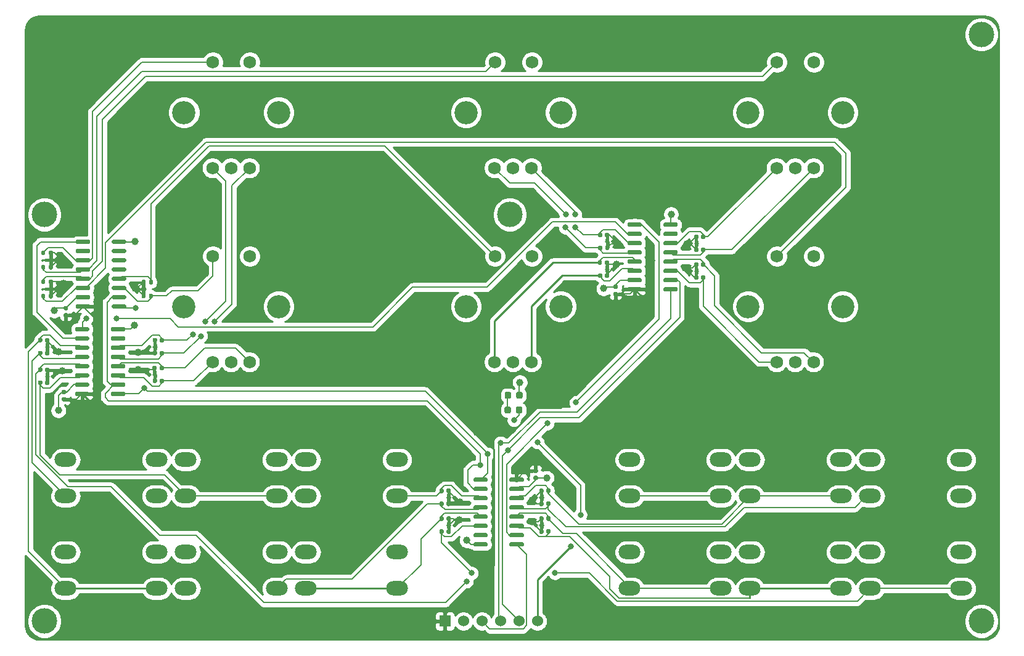
<source format=gbr>
G04 #@! TF.GenerationSoftware,KiCad,Pcbnew,(5.1.8)-1*
G04 #@! TF.CreationDate,2022-11-27T21:23:24+01:00*
G04 #@! TF.ProjectId,pfm3_ctrl,70666d33-5f63-4747-926c-2e6b69636164,rev?*
G04 #@! TF.SameCoordinates,Original*
G04 #@! TF.FileFunction,Copper,L1,Top*
G04 #@! TF.FilePolarity,Positive*
%FSLAX46Y46*%
G04 Gerber Fmt 4.6, Leading zero omitted, Abs format (unit mm)*
G04 Created by KiCad (PCBNEW (5.1.8)-1) date 2022-11-27 21:23:24*
%MOMM*%
%LPD*%
G01*
G04 APERTURE LIST*
G04 #@! TA.AperFunction,ComponentPad*
%ADD10C,1.524000*%
G04 #@! TD*
G04 #@! TA.AperFunction,ComponentPad*
%ADD11C,3.500000*%
G04 #@! TD*
G04 #@! TA.AperFunction,ComponentPad*
%ADD12R,1.524000X1.524000*%
G04 #@! TD*
G04 #@! TA.AperFunction,ComponentPad*
%ADD13C,1.750060*%
G04 #@! TD*
G04 #@! TA.AperFunction,ComponentPad*
%ADD14C,3.200400*%
G04 #@! TD*
G04 #@! TA.AperFunction,ComponentPad*
%ADD15O,2.999740X1.998980*%
G04 #@! TD*
G04 #@! TA.AperFunction,ViaPad*
%ADD16C,1.000000*%
G04 #@! TD*
G04 #@! TA.AperFunction,ViaPad*
%ADD17C,0.800000*%
G04 #@! TD*
G04 #@! TA.AperFunction,Conductor*
%ADD18C,0.200000*%
G04 #@! TD*
G04 #@! TA.AperFunction,Conductor*
%ADD19C,0.250000*%
G04 #@! TD*
G04 #@! TA.AperFunction,Conductor*
%ADD20C,0.254000*%
G04 #@! TD*
G04 #@! TA.AperFunction,Conductor*
%ADD21C,0.150000*%
G04 #@! TD*
G04 APERTURE END LIST*
D10*
X139192000Y-117475000D03*
D11*
X135382000Y-61595000D03*
X200152000Y-36830000D03*
X71501000Y-61595000D03*
X200152000Y-117475000D03*
X71501000Y-117475000D03*
D10*
X136652000Y-117475000D03*
X134112000Y-117475000D03*
X131572000Y-117475000D03*
X129032000Y-117475000D03*
D12*
X126492000Y-117475000D03*
D13*
X172085000Y-67310000D03*
X177165000Y-67310000D03*
D14*
X168125140Y-74231500D03*
X181124860Y-74231500D03*
D13*
X172021500Y-81851500D03*
X174561500Y-81851500D03*
X177101500Y-81851500D03*
X133350000Y-67310000D03*
X138430000Y-67310000D03*
D14*
X129390140Y-74231500D03*
X142389860Y-74231500D03*
D13*
X133286500Y-81851500D03*
X135826500Y-81851500D03*
X138366500Y-81851500D03*
X94615000Y-67310000D03*
X99695000Y-67310000D03*
D14*
X90655140Y-74231500D03*
X103654860Y-74231500D03*
D13*
X94551500Y-81851500D03*
X97091500Y-81851500D03*
X99631500Y-81851500D03*
X172085000Y-40640000D03*
X177165000Y-40640000D03*
D14*
X168125140Y-47561500D03*
X181124860Y-47561500D03*
D13*
X172021500Y-55181500D03*
X174561500Y-55181500D03*
X177101500Y-55181500D03*
X133350000Y-40640000D03*
X138430000Y-40640000D03*
D14*
X129390140Y-47561500D03*
X142389860Y-47561500D03*
D13*
X133286500Y-55181500D03*
X135826500Y-55181500D03*
X138366500Y-55181500D03*
X94615000Y-40640000D03*
X99695000Y-40640000D03*
D14*
X90655140Y-47561500D03*
X103654860Y-47561500D03*
D13*
X94551500Y-55181500D03*
X97091500Y-55181500D03*
X99631500Y-55181500D03*
G04 #@! TA.AperFunction,SMDPad,CuDef*
G36*
G01*
X77748000Y-74081500D02*
X77748000Y-74381500D01*
G75*
G02*
X77598000Y-74531500I-150000J0D01*
G01*
X75948000Y-74531500D01*
G75*
G02*
X75798000Y-74381500I0J150000D01*
G01*
X75798000Y-74081500D01*
G75*
G02*
X75948000Y-73931500I150000J0D01*
G01*
X77598000Y-73931500D01*
G75*
G02*
X77748000Y-74081500I0J-150000D01*
G01*
G37*
G04 #@! TD.AperFunction*
G04 #@! TA.AperFunction,SMDPad,CuDef*
G36*
G01*
X77748000Y-72811500D02*
X77748000Y-73111500D01*
G75*
G02*
X77598000Y-73261500I-150000J0D01*
G01*
X75948000Y-73261500D01*
G75*
G02*
X75798000Y-73111500I0J150000D01*
G01*
X75798000Y-72811500D01*
G75*
G02*
X75948000Y-72661500I150000J0D01*
G01*
X77598000Y-72661500D01*
G75*
G02*
X77748000Y-72811500I0J-150000D01*
G01*
G37*
G04 #@! TD.AperFunction*
G04 #@! TA.AperFunction,SMDPad,CuDef*
G36*
G01*
X77748000Y-71541500D02*
X77748000Y-71841500D01*
G75*
G02*
X77598000Y-71991500I-150000J0D01*
G01*
X75948000Y-71991500D01*
G75*
G02*
X75798000Y-71841500I0J150000D01*
G01*
X75798000Y-71541500D01*
G75*
G02*
X75948000Y-71391500I150000J0D01*
G01*
X77598000Y-71391500D01*
G75*
G02*
X77748000Y-71541500I0J-150000D01*
G01*
G37*
G04 #@! TD.AperFunction*
G04 #@! TA.AperFunction,SMDPad,CuDef*
G36*
G01*
X77748000Y-70271500D02*
X77748000Y-70571500D01*
G75*
G02*
X77598000Y-70721500I-150000J0D01*
G01*
X75948000Y-70721500D01*
G75*
G02*
X75798000Y-70571500I0J150000D01*
G01*
X75798000Y-70271500D01*
G75*
G02*
X75948000Y-70121500I150000J0D01*
G01*
X77598000Y-70121500D01*
G75*
G02*
X77748000Y-70271500I0J-150000D01*
G01*
G37*
G04 #@! TD.AperFunction*
G04 #@! TA.AperFunction,SMDPad,CuDef*
G36*
G01*
X77748000Y-69001500D02*
X77748000Y-69301500D01*
G75*
G02*
X77598000Y-69451500I-150000J0D01*
G01*
X75948000Y-69451500D01*
G75*
G02*
X75798000Y-69301500I0J150000D01*
G01*
X75798000Y-69001500D01*
G75*
G02*
X75948000Y-68851500I150000J0D01*
G01*
X77598000Y-68851500D01*
G75*
G02*
X77748000Y-69001500I0J-150000D01*
G01*
G37*
G04 #@! TD.AperFunction*
G04 #@! TA.AperFunction,SMDPad,CuDef*
G36*
G01*
X77748000Y-67731500D02*
X77748000Y-68031500D01*
G75*
G02*
X77598000Y-68181500I-150000J0D01*
G01*
X75948000Y-68181500D01*
G75*
G02*
X75798000Y-68031500I0J150000D01*
G01*
X75798000Y-67731500D01*
G75*
G02*
X75948000Y-67581500I150000J0D01*
G01*
X77598000Y-67581500D01*
G75*
G02*
X77748000Y-67731500I0J-150000D01*
G01*
G37*
G04 #@! TD.AperFunction*
G04 #@! TA.AperFunction,SMDPad,CuDef*
G36*
G01*
X77748000Y-66461500D02*
X77748000Y-66761500D01*
G75*
G02*
X77598000Y-66911500I-150000J0D01*
G01*
X75948000Y-66911500D01*
G75*
G02*
X75798000Y-66761500I0J150000D01*
G01*
X75798000Y-66461500D01*
G75*
G02*
X75948000Y-66311500I150000J0D01*
G01*
X77598000Y-66311500D01*
G75*
G02*
X77748000Y-66461500I0J-150000D01*
G01*
G37*
G04 #@! TD.AperFunction*
G04 #@! TA.AperFunction,SMDPad,CuDef*
G36*
G01*
X77748000Y-65191500D02*
X77748000Y-65491500D01*
G75*
G02*
X77598000Y-65641500I-150000J0D01*
G01*
X75948000Y-65641500D01*
G75*
G02*
X75798000Y-65491500I0J150000D01*
G01*
X75798000Y-65191500D01*
G75*
G02*
X75948000Y-65041500I150000J0D01*
G01*
X77598000Y-65041500D01*
G75*
G02*
X77748000Y-65191500I0J-150000D01*
G01*
G37*
G04 #@! TD.AperFunction*
G04 #@! TA.AperFunction,SMDPad,CuDef*
G36*
G01*
X82698000Y-65191500D02*
X82698000Y-65491500D01*
G75*
G02*
X82548000Y-65641500I-150000J0D01*
G01*
X80898000Y-65641500D01*
G75*
G02*
X80748000Y-65491500I0J150000D01*
G01*
X80748000Y-65191500D01*
G75*
G02*
X80898000Y-65041500I150000J0D01*
G01*
X82548000Y-65041500D01*
G75*
G02*
X82698000Y-65191500I0J-150000D01*
G01*
G37*
G04 #@! TD.AperFunction*
G04 #@! TA.AperFunction,SMDPad,CuDef*
G36*
G01*
X82698000Y-66461500D02*
X82698000Y-66761500D01*
G75*
G02*
X82548000Y-66911500I-150000J0D01*
G01*
X80898000Y-66911500D01*
G75*
G02*
X80748000Y-66761500I0J150000D01*
G01*
X80748000Y-66461500D01*
G75*
G02*
X80898000Y-66311500I150000J0D01*
G01*
X82548000Y-66311500D01*
G75*
G02*
X82698000Y-66461500I0J-150000D01*
G01*
G37*
G04 #@! TD.AperFunction*
G04 #@! TA.AperFunction,SMDPad,CuDef*
G36*
G01*
X82698000Y-67731500D02*
X82698000Y-68031500D01*
G75*
G02*
X82548000Y-68181500I-150000J0D01*
G01*
X80898000Y-68181500D01*
G75*
G02*
X80748000Y-68031500I0J150000D01*
G01*
X80748000Y-67731500D01*
G75*
G02*
X80898000Y-67581500I150000J0D01*
G01*
X82548000Y-67581500D01*
G75*
G02*
X82698000Y-67731500I0J-150000D01*
G01*
G37*
G04 #@! TD.AperFunction*
G04 #@! TA.AperFunction,SMDPad,CuDef*
G36*
G01*
X82698000Y-69001500D02*
X82698000Y-69301500D01*
G75*
G02*
X82548000Y-69451500I-150000J0D01*
G01*
X80898000Y-69451500D01*
G75*
G02*
X80748000Y-69301500I0J150000D01*
G01*
X80748000Y-69001500D01*
G75*
G02*
X80898000Y-68851500I150000J0D01*
G01*
X82548000Y-68851500D01*
G75*
G02*
X82698000Y-69001500I0J-150000D01*
G01*
G37*
G04 #@! TD.AperFunction*
G04 #@! TA.AperFunction,SMDPad,CuDef*
G36*
G01*
X82698000Y-70271500D02*
X82698000Y-70571500D01*
G75*
G02*
X82548000Y-70721500I-150000J0D01*
G01*
X80898000Y-70721500D01*
G75*
G02*
X80748000Y-70571500I0J150000D01*
G01*
X80748000Y-70271500D01*
G75*
G02*
X80898000Y-70121500I150000J0D01*
G01*
X82548000Y-70121500D01*
G75*
G02*
X82698000Y-70271500I0J-150000D01*
G01*
G37*
G04 #@! TD.AperFunction*
G04 #@! TA.AperFunction,SMDPad,CuDef*
G36*
G01*
X82698000Y-71541500D02*
X82698000Y-71841500D01*
G75*
G02*
X82548000Y-71991500I-150000J0D01*
G01*
X80898000Y-71991500D01*
G75*
G02*
X80748000Y-71841500I0J150000D01*
G01*
X80748000Y-71541500D01*
G75*
G02*
X80898000Y-71391500I150000J0D01*
G01*
X82548000Y-71391500D01*
G75*
G02*
X82698000Y-71541500I0J-150000D01*
G01*
G37*
G04 #@! TD.AperFunction*
G04 #@! TA.AperFunction,SMDPad,CuDef*
G36*
G01*
X82698000Y-72811500D02*
X82698000Y-73111500D01*
G75*
G02*
X82548000Y-73261500I-150000J0D01*
G01*
X80898000Y-73261500D01*
G75*
G02*
X80748000Y-73111500I0J150000D01*
G01*
X80748000Y-72811500D01*
G75*
G02*
X80898000Y-72661500I150000J0D01*
G01*
X82548000Y-72661500D01*
G75*
G02*
X82698000Y-72811500I0J-150000D01*
G01*
G37*
G04 #@! TD.AperFunction*
G04 #@! TA.AperFunction,SMDPad,CuDef*
G36*
G01*
X82698000Y-74081500D02*
X82698000Y-74381500D01*
G75*
G02*
X82548000Y-74531500I-150000J0D01*
G01*
X80898000Y-74531500D01*
G75*
G02*
X80748000Y-74381500I0J150000D01*
G01*
X80748000Y-74081500D01*
G75*
G02*
X80898000Y-73931500I150000J0D01*
G01*
X82548000Y-73931500D01*
G75*
G02*
X82698000Y-74081500I0J-150000D01*
G01*
G37*
G04 #@! TD.AperFunction*
G04 #@! TA.AperFunction,SMDPad,CuDef*
G36*
G01*
X85838000Y-71051000D02*
X85838000Y-70681000D01*
G75*
G02*
X85973000Y-70546000I135000J0D01*
G01*
X86243000Y-70546000D01*
G75*
G02*
X86378000Y-70681000I0J-135000D01*
G01*
X86378000Y-71051000D01*
G75*
G02*
X86243000Y-71186000I-135000J0D01*
G01*
X85973000Y-71186000D01*
G75*
G02*
X85838000Y-71051000I0J135000D01*
G01*
G37*
G04 #@! TD.AperFunction*
G04 #@! TA.AperFunction,SMDPad,CuDef*
G36*
G01*
X84818000Y-71051000D02*
X84818000Y-70681000D01*
G75*
G02*
X84953000Y-70546000I135000J0D01*
G01*
X85223000Y-70546000D01*
G75*
G02*
X85358000Y-70681000I0J-135000D01*
G01*
X85358000Y-71051000D01*
G75*
G02*
X85223000Y-71186000I-135000J0D01*
G01*
X84953000Y-71186000D01*
G75*
G02*
X84818000Y-71051000I0J135000D01*
G01*
G37*
G04 #@! TD.AperFunction*
G04 #@! TA.AperFunction,SMDPad,CuDef*
G36*
G01*
X85838000Y-72956000D02*
X85838000Y-72586000D01*
G75*
G02*
X85973000Y-72451000I135000J0D01*
G01*
X86243000Y-72451000D01*
G75*
G02*
X86378000Y-72586000I0J-135000D01*
G01*
X86378000Y-72956000D01*
G75*
G02*
X86243000Y-73091000I-135000J0D01*
G01*
X85973000Y-73091000D01*
G75*
G02*
X85838000Y-72956000I0J135000D01*
G01*
G37*
G04 #@! TD.AperFunction*
G04 #@! TA.AperFunction,SMDPad,CuDef*
G36*
G01*
X84818000Y-72956000D02*
X84818000Y-72586000D01*
G75*
G02*
X84953000Y-72451000I135000J0D01*
G01*
X85223000Y-72451000D01*
G75*
G02*
X85358000Y-72586000I0J-135000D01*
G01*
X85358000Y-72956000D01*
G75*
G02*
X85223000Y-73091000I-135000J0D01*
G01*
X84953000Y-73091000D01*
G75*
G02*
X84818000Y-72956000I0J135000D01*
G01*
G37*
G04 #@! TD.AperFunction*
G04 #@! TA.AperFunction,SMDPad,CuDef*
G36*
G01*
X71603000Y-72619000D02*
X71603000Y-72989000D01*
G75*
G02*
X71468000Y-73124000I-135000J0D01*
G01*
X71198000Y-73124000D01*
G75*
G02*
X71063000Y-72989000I0J135000D01*
G01*
X71063000Y-72619000D01*
G75*
G02*
X71198000Y-72484000I135000J0D01*
G01*
X71468000Y-72484000D01*
G75*
G02*
X71603000Y-72619000I0J-135000D01*
G01*
G37*
G04 #@! TD.AperFunction*
G04 #@! TA.AperFunction,SMDPad,CuDef*
G36*
G01*
X72623000Y-72619000D02*
X72623000Y-72989000D01*
G75*
G02*
X72488000Y-73124000I-135000J0D01*
G01*
X72218000Y-73124000D01*
G75*
G02*
X72083000Y-72989000I0J135000D01*
G01*
X72083000Y-72619000D01*
G75*
G02*
X72218000Y-72484000I135000J0D01*
G01*
X72488000Y-72484000D01*
G75*
G02*
X72623000Y-72619000I0J-135000D01*
G01*
G37*
G04 #@! TD.AperFunction*
G04 #@! TA.AperFunction,SMDPad,CuDef*
G36*
G01*
X71603000Y-70629000D02*
X71603000Y-70999000D01*
G75*
G02*
X71468000Y-71134000I-135000J0D01*
G01*
X71198000Y-71134000D01*
G75*
G02*
X71063000Y-70999000I0J135000D01*
G01*
X71063000Y-70629000D01*
G75*
G02*
X71198000Y-70494000I135000J0D01*
G01*
X71468000Y-70494000D01*
G75*
G02*
X71603000Y-70629000I0J-135000D01*
G01*
G37*
G04 #@! TD.AperFunction*
G04 #@! TA.AperFunction,SMDPad,CuDef*
G36*
G01*
X72623000Y-70629000D02*
X72623000Y-70999000D01*
G75*
G02*
X72488000Y-71134000I-135000J0D01*
G01*
X72218000Y-71134000D01*
G75*
G02*
X72083000Y-70999000I0J135000D01*
G01*
X72083000Y-70629000D01*
G75*
G02*
X72218000Y-70494000I135000J0D01*
G01*
X72488000Y-70494000D01*
G75*
G02*
X72623000Y-70629000I0J-135000D01*
G01*
G37*
G04 #@! TD.AperFunction*
G04 #@! TA.AperFunction,SMDPad,CuDef*
G36*
G01*
X71603000Y-68639000D02*
X71603000Y-69009000D01*
G75*
G02*
X71468000Y-69144000I-135000J0D01*
G01*
X71198000Y-69144000D01*
G75*
G02*
X71063000Y-69009000I0J135000D01*
G01*
X71063000Y-68639000D01*
G75*
G02*
X71198000Y-68504000I135000J0D01*
G01*
X71468000Y-68504000D01*
G75*
G02*
X71603000Y-68639000I0J-135000D01*
G01*
G37*
G04 #@! TD.AperFunction*
G04 #@! TA.AperFunction,SMDPad,CuDef*
G36*
G01*
X72623000Y-68639000D02*
X72623000Y-69009000D01*
G75*
G02*
X72488000Y-69144000I-135000J0D01*
G01*
X72218000Y-69144000D01*
G75*
G02*
X72083000Y-69009000I0J135000D01*
G01*
X72083000Y-68639000D01*
G75*
G02*
X72218000Y-68504000I135000J0D01*
G01*
X72488000Y-68504000D01*
G75*
G02*
X72623000Y-68639000I0J-135000D01*
G01*
G37*
G04 #@! TD.AperFunction*
G04 #@! TA.AperFunction,SMDPad,CuDef*
G36*
G01*
X71603000Y-66649000D02*
X71603000Y-67019000D01*
G75*
G02*
X71468000Y-67154000I-135000J0D01*
G01*
X71198000Y-67154000D01*
G75*
G02*
X71063000Y-67019000I0J135000D01*
G01*
X71063000Y-66649000D01*
G75*
G02*
X71198000Y-66514000I135000J0D01*
G01*
X71468000Y-66514000D01*
G75*
G02*
X71603000Y-66649000I0J-135000D01*
G01*
G37*
G04 #@! TD.AperFunction*
G04 #@! TA.AperFunction,SMDPad,CuDef*
G36*
G01*
X72623000Y-66649000D02*
X72623000Y-67019000D01*
G75*
G02*
X72488000Y-67154000I-135000J0D01*
G01*
X72218000Y-67154000D01*
G75*
G02*
X72083000Y-67019000I0J135000D01*
G01*
X72083000Y-66649000D01*
G75*
G02*
X72218000Y-66514000I135000J0D01*
G01*
X72488000Y-66514000D01*
G75*
G02*
X72623000Y-66649000I0J-135000D01*
G01*
G37*
G04 #@! TD.AperFunction*
G04 #@! TA.AperFunction,SMDPad,CuDef*
G36*
G01*
X74592000Y-74730000D02*
X74252000Y-74730000D01*
G75*
G02*
X74112000Y-74590000I0J140000D01*
G01*
X74112000Y-74310000D01*
G75*
G02*
X74252000Y-74170000I140000J0D01*
G01*
X74592000Y-74170000D01*
G75*
G02*
X74732000Y-74310000I0J-140000D01*
G01*
X74732000Y-74590000D01*
G75*
G02*
X74592000Y-74730000I-140000J0D01*
G01*
G37*
G04 #@! TD.AperFunction*
G04 #@! TA.AperFunction,SMDPad,CuDef*
G36*
G01*
X74592000Y-75690000D02*
X74252000Y-75690000D01*
G75*
G02*
X74112000Y-75550000I0J140000D01*
G01*
X74112000Y-75270000D01*
G75*
G02*
X74252000Y-75130000I140000J0D01*
G01*
X74592000Y-75130000D01*
G75*
G02*
X74732000Y-75270000I0J-140000D01*
G01*
X74732000Y-75550000D01*
G75*
G02*
X74592000Y-75690000I-140000J0D01*
G01*
G37*
G04 #@! TD.AperFunction*
D15*
X184884060Y-100289360D03*
X197385940Y-100289360D03*
X197385940Y-95290640D03*
X184884060Y-95290640D03*
X151864060Y-100289360D03*
X164365940Y-100289360D03*
X164365940Y-95290640D03*
X151864060Y-95290640D03*
X184884060Y-112989360D03*
X197385940Y-112989360D03*
X197385940Y-107990640D03*
X184884060Y-107990640D03*
X168374060Y-112989360D03*
X180875940Y-112989360D03*
X180875940Y-107990640D03*
X168374060Y-107990640D03*
X151864060Y-112989360D03*
X164365940Y-112989360D03*
X164365940Y-107990640D03*
X151864060Y-107990640D03*
X168374060Y-100289360D03*
X180875940Y-100289360D03*
X180875940Y-95290640D03*
X168374060Y-95290640D03*
X107414060Y-112989360D03*
X119915940Y-112989360D03*
X119915940Y-107990640D03*
X107414060Y-107990640D03*
X90904060Y-112989360D03*
X103405940Y-112989360D03*
X103405940Y-107990640D03*
X90904060Y-107990640D03*
X74394060Y-112989360D03*
X86895940Y-112989360D03*
X86895940Y-107990640D03*
X74394060Y-107990640D03*
X107414060Y-100289360D03*
X119915940Y-100289360D03*
X119915940Y-95290640D03*
X107414060Y-95290640D03*
X90904060Y-100289360D03*
X103405940Y-100289360D03*
X103405940Y-95290640D03*
X90904060Y-95290640D03*
X74394060Y-100289360D03*
X86895940Y-100289360D03*
X86895940Y-95290640D03*
X74394060Y-95290640D03*
G04 #@! TA.AperFunction,SMDPad,CuDef*
G36*
G01*
X135540000Y-88199250D02*
X135540000Y-88711750D01*
G75*
G02*
X135321250Y-88930500I-218750J0D01*
G01*
X134883750Y-88930500D01*
G75*
G02*
X134665000Y-88711750I0J218750D01*
G01*
X134665000Y-88199250D01*
G75*
G02*
X134883750Y-87980500I218750J0D01*
G01*
X135321250Y-87980500D01*
G75*
G02*
X135540000Y-88199250I0J-218750D01*
G01*
G37*
G04 #@! TD.AperFunction*
G04 #@! TA.AperFunction,SMDPad,CuDef*
G36*
G01*
X137115000Y-88199250D02*
X137115000Y-88711750D01*
G75*
G02*
X136896250Y-88930500I-218750J0D01*
G01*
X136458750Y-88930500D01*
G75*
G02*
X136240000Y-88711750I0J218750D01*
G01*
X136240000Y-88199250D01*
G75*
G02*
X136458750Y-87980500I218750J0D01*
G01*
X136896250Y-87980500D01*
G75*
G02*
X137115000Y-88199250I0J-218750D01*
G01*
G37*
G04 #@! TD.AperFunction*
G04 #@! TA.AperFunction,SMDPad,CuDef*
G36*
G01*
X135573001Y-86167250D02*
X135573001Y-86679750D01*
G75*
G02*
X135354251Y-86898500I-218750J0D01*
G01*
X134916751Y-86898500D01*
G75*
G02*
X134698001Y-86679750I0J218750D01*
G01*
X134698001Y-86167250D01*
G75*
G02*
X134916751Y-85948500I218750J0D01*
G01*
X135354251Y-85948500D01*
G75*
G02*
X135573001Y-86167250I0J-218750D01*
G01*
G37*
G04 #@! TD.AperFunction*
G04 #@! TA.AperFunction,SMDPad,CuDef*
G36*
G01*
X137148001Y-86167250D02*
X137148001Y-86679750D01*
G75*
G02*
X136929251Y-86898500I-218750J0D01*
G01*
X136491751Y-86898500D01*
G75*
G02*
X136273001Y-86679750I0J218750D01*
G01*
X136273001Y-86167250D01*
G75*
G02*
X136491751Y-85948500I218750J0D01*
G01*
X136929251Y-85948500D01*
G75*
G02*
X137148001Y-86167250I0J-218750D01*
G01*
G37*
G04 #@! TD.AperFunction*
G04 #@! TA.AperFunction,SMDPad,CuDef*
G36*
G01*
X126325000Y-104983500D02*
X126325000Y-105328500D01*
G75*
G02*
X126177500Y-105476000I-147500J0D01*
G01*
X125882500Y-105476000D01*
G75*
G02*
X125735000Y-105328500I0J147500D01*
G01*
X125735000Y-104983500D01*
G75*
G02*
X125882500Y-104836000I147500J0D01*
G01*
X126177500Y-104836000D01*
G75*
G02*
X126325000Y-104983500I0J-147500D01*
G01*
G37*
G04 #@! TD.AperFunction*
G04 #@! TA.AperFunction,SMDPad,CuDef*
G36*
G01*
X127295000Y-104983500D02*
X127295000Y-105328500D01*
G75*
G02*
X127147500Y-105476000I-147500J0D01*
G01*
X126852500Y-105476000D01*
G75*
G02*
X126705000Y-105328500I0J147500D01*
G01*
X126705000Y-104983500D01*
G75*
G02*
X126852500Y-104836000I147500J0D01*
G01*
X127147500Y-104836000D01*
G75*
G02*
X127295000Y-104983500I0J-147500D01*
G01*
G37*
G04 #@! TD.AperFunction*
G04 #@! TA.AperFunction,SMDPad,CuDef*
G36*
G01*
X126325000Y-103205500D02*
X126325000Y-103550500D01*
G75*
G02*
X126177500Y-103698000I-147500J0D01*
G01*
X125882500Y-103698000D01*
G75*
G02*
X125735000Y-103550500I0J147500D01*
G01*
X125735000Y-103205500D01*
G75*
G02*
X125882500Y-103058000I147500J0D01*
G01*
X126177500Y-103058000D01*
G75*
G02*
X126325000Y-103205500I0J-147500D01*
G01*
G37*
G04 #@! TD.AperFunction*
G04 #@! TA.AperFunction,SMDPad,CuDef*
G36*
G01*
X127295000Y-103205500D02*
X127295000Y-103550500D01*
G75*
G02*
X127147500Y-103698000I-147500J0D01*
G01*
X126852500Y-103698000D01*
G75*
G02*
X126705000Y-103550500I0J147500D01*
G01*
X126705000Y-103205500D01*
G75*
G02*
X126852500Y-103058000I147500J0D01*
G01*
X127147500Y-103058000D01*
G75*
G02*
X127295000Y-103205500I0J-147500D01*
G01*
G37*
G04 #@! TD.AperFunction*
G04 #@! TA.AperFunction,SMDPad,CuDef*
G36*
G01*
X126302000Y-101173500D02*
X126302000Y-101518500D01*
G75*
G02*
X126154500Y-101666000I-147500J0D01*
G01*
X125859500Y-101666000D01*
G75*
G02*
X125712000Y-101518500I0J147500D01*
G01*
X125712000Y-101173500D01*
G75*
G02*
X125859500Y-101026000I147500J0D01*
G01*
X126154500Y-101026000D01*
G75*
G02*
X126302000Y-101173500I0J-147500D01*
G01*
G37*
G04 #@! TD.AperFunction*
G04 #@! TA.AperFunction,SMDPad,CuDef*
G36*
G01*
X127272000Y-101173500D02*
X127272000Y-101518500D01*
G75*
G02*
X127124500Y-101666000I-147500J0D01*
G01*
X126829500Y-101666000D01*
G75*
G02*
X126682000Y-101518500I0J147500D01*
G01*
X126682000Y-101173500D01*
G75*
G02*
X126829500Y-101026000I147500J0D01*
G01*
X127124500Y-101026000D01*
G75*
G02*
X127272000Y-101173500I0J-147500D01*
G01*
G37*
G04 #@! TD.AperFunction*
G04 #@! TA.AperFunction,SMDPad,CuDef*
G36*
G01*
X126302000Y-99395500D02*
X126302000Y-99740500D01*
G75*
G02*
X126154500Y-99888000I-147500J0D01*
G01*
X125859500Y-99888000D01*
G75*
G02*
X125712000Y-99740500I0J147500D01*
G01*
X125712000Y-99395500D01*
G75*
G02*
X125859500Y-99248000I147500J0D01*
G01*
X126154500Y-99248000D01*
G75*
G02*
X126302000Y-99395500I0J-147500D01*
G01*
G37*
G04 #@! TD.AperFunction*
G04 #@! TA.AperFunction,SMDPad,CuDef*
G36*
G01*
X127272000Y-99395500D02*
X127272000Y-99740500D01*
G75*
G02*
X127124500Y-99888000I-147500J0D01*
G01*
X126829500Y-99888000D01*
G75*
G02*
X126682000Y-99740500I0J147500D01*
G01*
X126682000Y-99395500D01*
G75*
G02*
X126829500Y-99248000I147500J0D01*
G01*
X127124500Y-99248000D01*
G75*
G02*
X127272000Y-99395500I0J-147500D01*
G01*
G37*
G04 #@! TD.AperFunction*
G04 #@! TA.AperFunction,SMDPad,CuDef*
G36*
G01*
X140398000Y-99740500D02*
X140398000Y-99395500D01*
G75*
G02*
X140545500Y-99248000I147500J0D01*
G01*
X140840500Y-99248000D01*
G75*
G02*
X140988000Y-99395500I0J-147500D01*
G01*
X140988000Y-99740500D01*
G75*
G02*
X140840500Y-99888000I-147500J0D01*
G01*
X140545500Y-99888000D01*
G75*
G02*
X140398000Y-99740500I0J147500D01*
G01*
G37*
G04 #@! TD.AperFunction*
G04 #@! TA.AperFunction,SMDPad,CuDef*
G36*
G01*
X139428000Y-99740500D02*
X139428000Y-99395500D01*
G75*
G02*
X139575500Y-99248000I147500J0D01*
G01*
X139870500Y-99248000D01*
G75*
G02*
X140018000Y-99395500I0J-147500D01*
G01*
X140018000Y-99740500D01*
G75*
G02*
X139870500Y-99888000I-147500J0D01*
G01*
X139575500Y-99888000D01*
G75*
G02*
X139428000Y-99740500I0J147500D01*
G01*
G37*
G04 #@! TD.AperFunction*
G04 #@! TA.AperFunction,SMDPad,CuDef*
G36*
G01*
X140398000Y-101518500D02*
X140398000Y-101173500D01*
G75*
G02*
X140545500Y-101026000I147500J0D01*
G01*
X140840500Y-101026000D01*
G75*
G02*
X140988000Y-101173500I0J-147500D01*
G01*
X140988000Y-101518500D01*
G75*
G02*
X140840500Y-101666000I-147500J0D01*
G01*
X140545500Y-101666000D01*
G75*
G02*
X140398000Y-101518500I0J147500D01*
G01*
G37*
G04 #@! TD.AperFunction*
G04 #@! TA.AperFunction,SMDPad,CuDef*
G36*
G01*
X139428000Y-101518500D02*
X139428000Y-101173500D01*
G75*
G02*
X139575500Y-101026000I147500J0D01*
G01*
X139870500Y-101026000D01*
G75*
G02*
X140018000Y-101173500I0J-147500D01*
G01*
X140018000Y-101518500D01*
G75*
G02*
X139870500Y-101666000I-147500J0D01*
G01*
X139575500Y-101666000D01*
G75*
G02*
X139428000Y-101518500I0J147500D01*
G01*
G37*
G04 #@! TD.AperFunction*
G04 #@! TA.AperFunction,SMDPad,CuDef*
G36*
G01*
X140398000Y-103550500D02*
X140398000Y-103205500D01*
G75*
G02*
X140545500Y-103058000I147500J0D01*
G01*
X140840500Y-103058000D01*
G75*
G02*
X140988000Y-103205500I0J-147500D01*
G01*
X140988000Y-103550500D01*
G75*
G02*
X140840500Y-103698000I-147500J0D01*
G01*
X140545500Y-103698000D01*
G75*
G02*
X140398000Y-103550500I0J147500D01*
G01*
G37*
G04 #@! TD.AperFunction*
G04 #@! TA.AperFunction,SMDPad,CuDef*
G36*
G01*
X139428000Y-103550500D02*
X139428000Y-103205500D01*
G75*
G02*
X139575500Y-103058000I147500J0D01*
G01*
X139870500Y-103058000D01*
G75*
G02*
X140018000Y-103205500I0J-147500D01*
G01*
X140018000Y-103550500D01*
G75*
G02*
X139870500Y-103698000I-147500J0D01*
G01*
X139575500Y-103698000D01*
G75*
G02*
X139428000Y-103550500I0J147500D01*
G01*
G37*
G04 #@! TD.AperFunction*
G04 #@! TA.AperFunction,SMDPad,CuDef*
G36*
G01*
X140398000Y-105328500D02*
X140398000Y-104983500D01*
G75*
G02*
X140545500Y-104836000I147500J0D01*
G01*
X140840500Y-104836000D01*
G75*
G02*
X140988000Y-104983500I0J-147500D01*
G01*
X140988000Y-105328500D01*
G75*
G02*
X140840500Y-105476000I-147500J0D01*
G01*
X140545500Y-105476000D01*
G75*
G02*
X140398000Y-105328500I0J147500D01*
G01*
G37*
G04 #@! TD.AperFunction*
G04 #@! TA.AperFunction,SMDPad,CuDef*
G36*
G01*
X139428000Y-105328500D02*
X139428000Y-104983500D01*
G75*
G02*
X139575500Y-104836000I147500J0D01*
G01*
X139870500Y-104836000D01*
G75*
G02*
X140018000Y-104983500I0J-147500D01*
G01*
X140018000Y-105328500D01*
G75*
G02*
X139870500Y-105476000I-147500J0D01*
G01*
X139575500Y-105476000D01*
G75*
G02*
X139428000Y-105328500I0J147500D01*
G01*
G37*
G04 #@! TD.AperFunction*
G04 #@! TA.AperFunction,SMDPad,CuDef*
G36*
G01*
X160700500Y-64815500D02*
X160700500Y-64470500D01*
G75*
G02*
X160848000Y-64323000I147500J0D01*
G01*
X161143000Y-64323000D01*
G75*
G02*
X161290500Y-64470500I0J-147500D01*
G01*
X161290500Y-64815500D01*
G75*
G02*
X161143000Y-64963000I-147500J0D01*
G01*
X160848000Y-64963000D01*
G75*
G02*
X160700500Y-64815500I0J147500D01*
G01*
G37*
G04 #@! TD.AperFunction*
G04 #@! TA.AperFunction,SMDPad,CuDef*
G36*
G01*
X161670500Y-64815500D02*
X161670500Y-64470500D01*
G75*
G02*
X161818000Y-64323000I147500J0D01*
G01*
X162113000Y-64323000D01*
G75*
G02*
X162260500Y-64470500I0J-147500D01*
G01*
X162260500Y-64815500D01*
G75*
G02*
X162113000Y-64963000I-147500J0D01*
G01*
X161818000Y-64963000D01*
G75*
G02*
X161670500Y-64815500I0J147500D01*
G01*
G37*
G04 #@! TD.AperFunction*
G04 #@! TA.AperFunction,SMDPad,CuDef*
G36*
G01*
X160700500Y-66593500D02*
X160700500Y-66248500D01*
G75*
G02*
X160848000Y-66101000I147500J0D01*
G01*
X161143000Y-66101000D01*
G75*
G02*
X161290500Y-66248500I0J-147500D01*
G01*
X161290500Y-66593500D01*
G75*
G02*
X161143000Y-66741000I-147500J0D01*
G01*
X160848000Y-66741000D01*
G75*
G02*
X160700500Y-66593500I0J147500D01*
G01*
G37*
G04 #@! TD.AperFunction*
G04 #@! TA.AperFunction,SMDPad,CuDef*
G36*
G01*
X161670500Y-66593500D02*
X161670500Y-66248500D01*
G75*
G02*
X161818000Y-66101000I147500J0D01*
G01*
X162113000Y-66101000D01*
G75*
G02*
X162260500Y-66248500I0J-147500D01*
G01*
X162260500Y-66593500D01*
G75*
G02*
X162113000Y-66741000I-147500J0D01*
G01*
X161818000Y-66741000D01*
G75*
G02*
X161670500Y-66593500I0J147500D01*
G01*
G37*
G04 #@! TD.AperFunction*
G04 #@! TA.AperFunction,SMDPad,CuDef*
G36*
G01*
X160700500Y-68625500D02*
X160700500Y-68280500D01*
G75*
G02*
X160848000Y-68133000I147500J0D01*
G01*
X161143000Y-68133000D01*
G75*
G02*
X161290500Y-68280500I0J-147500D01*
G01*
X161290500Y-68625500D01*
G75*
G02*
X161143000Y-68773000I-147500J0D01*
G01*
X160848000Y-68773000D01*
G75*
G02*
X160700500Y-68625500I0J147500D01*
G01*
G37*
G04 #@! TD.AperFunction*
G04 #@! TA.AperFunction,SMDPad,CuDef*
G36*
G01*
X161670500Y-68625500D02*
X161670500Y-68280500D01*
G75*
G02*
X161818000Y-68133000I147500J0D01*
G01*
X162113000Y-68133000D01*
G75*
G02*
X162260500Y-68280500I0J-147500D01*
G01*
X162260500Y-68625500D01*
G75*
G02*
X162113000Y-68773000I-147500J0D01*
G01*
X161818000Y-68773000D01*
G75*
G02*
X161670500Y-68625500I0J147500D01*
G01*
G37*
G04 #@! TD.AperFunction*
G04 #@! TA.AperFunction,SMDPad,CuDef*
G36*
G01*
X160700500Y-70403500D02*
X160700500Y-70058500D01*
G75*
G02*
X160848000Y-69911000I147500J0D01*
G01*
X161143000Y-69911000D01*
G75*
G02*
X161290500Y-70058500I0J-147500D01*
G01*
X161290500Y-70403500D01*
G75*
G02*
X161143000Y-70551000I-147500J0D01*
G01*
X160848000Y-70551000D01*
G75*
G02*
X160700500Y-70403500I0J147500D01*
G01*
G37*
G04 #@! TD.AperFunction*
G04 #@! TA.AperFunction,SMDPad,CuDef*
G36*
G01*
X161670500Y-70403500D02*
X161670500Y-70058500D01*
G75*
G02*
X161818000Y-69911000I147500J0D01*
G01*
X162113000Y-69911000D01*
G75*
G02*
X162260500Y-70058500I0J-147500D01*
G01*
X162260500Y-70403500D01*
G75*
G02*
X162113000Y-70551000I-147500J0D01*
G01*
X161818000Y-70551000D01*
G75*
G02*
X161670500Y-70403500I0J147500D01*
G01*
G37*
G04 #@! TD.AperFunction*
G04 #@! TA.AperFunction,SMDPad,CuDef*
G36*
G01*
X149052500Y-69804500D02*
X149052500Y-70149500D01*
G75*
G02*
X148905000Y-70297000I-147500J0D01*
G01*
X148610000Y-70297000D01*
G75*
G02*
X148462500Y-70149500I0J147500D01*
G01*
X148462500Y-69804500D01*
G75*
G02*
X148610000Y-69657000I147500J0D01*
G01*
X148905000Y-69657000D01*
G75*
G02*
X149052500Y-69804500I0J-147500D01*
G01*
G37*
G04 #@! TD.AperFunction*
G04 #@! TA.AperFunction,SMDPad,CuDef*
G36*
G01*
X148082500Y-69804500D02*
X148082500Y-70149500D01*
G75*
G02*
X147935000Y-70297000I-147500J0D01*
G01*
X147640000Y-70297000D01*
G75*
G02*
X147492500Y-70149500I0J147500D01*
G01*
X147492500Y-69804500D01*
G75*
G02*
X147640000Y-69657000I147500J0D01*
G01*
X147935000Y-69657000D01*
G75*
G02*
X148082500Y-69804500I0J-147500D01*
G01*
G37*
G04 #@! TD.AperFunction*
G04 #@! TA.AperFunction,SMDPad,CuDef*
G36*
G01*
X149029500Y-68026500D02*
X149029500Y-68371500D01*
G75*
G02*
X148882000Y-68519000I-147500J0D01*
G01*
X148587000Y-68519000D01*
G75*
G02*
X148439500Y-68371500I0J147500D01*
G01*
X148439500Y-68026500D01*
G75*
G02*
X148587000Y-67879000I147500J0D01*
G01*
X148882000Y-67879000D01*
G75*
G02*
X149029500Y-68026500I0J-147500D01*
G01*
G37*
G04 #@! TD.AperFunction*
G04 #@! TA.AperFunction,SMDPad,CuDef*
G36*
G01*
X148059500Y-68026500D02*
X148059500Y-68371500D01*
G75*
G02*
X147912000Y-68519000I-147500J0D01*
G01*
X147617000Y-68519000D01*
G75*
G02*
X147469500Y-68371500I0J147500D01*
G01*
X147469500Y-68026500D01*
G75*
G02*
X147617000Y-67879000I147500J0D01*
G01*
X147912000Y-67879000D01*
G75*
G02*
X148059500Y-68026500I0J-147500D01*
G01*
G37*
G04 #@! TD.AperFunction*
G04 #@! TA.AperFunction,SMDPad,CuDef*
G36*
G01*
X149075500Y-65994500D02*
X149075500Y-66339500D01*
G75*
G02*
X148928000Y-66487000I-147500J0D01*
G01*
X148633000Y-66487000D01*
G75*
G02*
X148485500Y-66339500I0J147500D01*
G01*
X148485500Y-65994500D01*
G75*
G02*
X148633000Y-65847000I147500J0D01*
G01*
X148928000Y-65847000D01*
G75*
G02*
X149075500Y-65994500I0J-147500D01*
G01*
G37*
G04 #@! TD.AperFunction*
G04 #@! TA.AperFunction,SMDPad,CuDef*
G36*
G01*
X148105500Y-65994500D02*
X148105500Y-66339500D01*
G75*
G02*
X147958000Y-66487000I-147500J0D01*
G01*
X147663000Y-66487000D01*
G75*
G02*
X147515500Y-66339500I0J147500D01*
G01*
X147515500Y-65994500D01*
G75*
G02*
X147663000Y-65847000I147500J0D01*
G01*
X147958000Y-65847000D01*
G75*
G02*
X148105500Y-65994500I0J-147500D01*
G01*
G37*
G04 #@! TD.AperFunction*
G04 #@! TA.AperFunction,SMDPad,CuDef*
G36*
G01*
X149052500Y-64216500D02*
X149052500Y-64561500D01*
G75*
G02*
X148905000Y-64709000I-147500J0D01*
G01*
X148610000Y-64709000D01*
G75*
G02*
X148462500Y-64561500I0J147500D01*
G01*
X148462500Y-64216500D01*
G75*
G02*
X148610000Y-64069000I147500J0D01*
G01*
X148905000Y-64069000D01*
G75*
G02*
X149052500Y-64216500I0J-147500D01*
G01*
G37*
G04 #@! TD.AperFunction*
G04 #@! TA.AperFunction,SMDPad,CuDef*
G36*
G01*
X148082500Y-64216500D02*
X148082500Y-64561500D01*
G75*
G02*
X147935000Y-64709000I-147500J0D01*
G01*
X147640000Y-64709000D01*
G75*
G02*
X147492500Y-64561500I0J147500D01*
G01*
X147492500Y-64216500D01*
G75*
G02*
X147640000Y-64069000I147500J0D01*
G01*
X147935000Y-64069000D01*
G75*
G02*
X148082500Y-64216500I0J-147500D01*
G01*
G37*
G04 #@! TD.AperFunction*
G04 #@! TA.AperFunction,SMDPad,CuDef*
G36*
G01*
X87312000Y-79039500D02*
X87312000Y-78694500D01*
G75*
G02*
X87459500Y-78547000I147500J0D01*
G01*
X87754500Y-78547000D01*
G75*
G02*
X87902000Y-78694500I0J-147500D01*
G01*
X87902000Y-79039500D01*
G75*
G02*
X87754500Y-79187000I-147500J0D01*
G01*
X87459500Y-79187000D01*
G75*
G02*
X87312000Y-79039500I0J147500D01*
G01*
G37*
G04 #@! TD.AperFunction*
G04 #@! TA.AperFunction,SMDPad,CuDef*
G36*
G01*
X86342000Y-79039500D02*
X86342000Y-78694500D01*
G75*
G02*
X86489500Y-78547000I147500J0D01*
G01*
X86784500Y-78547000D01*
G75*
G02*
X86932000Y-78694500I0J-147500D01*
G01*
X86932000Y-79039500D01*
G75*
G02*
X86784500Y-79187000I-147500J0D01*
G01*
X86489500Y-79187000D01*
G75*
G02*
X86342000Y-79039500I0J147500D01*
G01*
G37*
G04 #@! TD.AperFunction*
G04 #@! TA.AperFunction,SMDPad,CuDef*
G36*
G01*
X87312000Y-80817500D02*
X87312000Y-80472500D01*
G75*
G02*
X87459500Y-80325000I147500J0D01*
G01*
X87754500Y-80325000D01*
G75*
G02*
X87902000Y-80472500I0J-147500D01*
G01*
X87902000Y-80817500D01*
G75*
G02*
X87754500Y-80965000I-147500J0D01*
G01*
X87459500Y-80965000D01*
G75*
G02*
X87312000Y-80817500I0J147500D01*
G01*
G37*
G04 #@! TD.AperFunction*
G04 #@! TA.AperFunction,SMDPad,CuDef*
G36*
G01*
X86342000Y-80817500D02*
X86342000Y-80472500D01*
G75*
G02*
X86489500Y-80325000I147500J0D01*
G01*
X86784500Y-80325000D01*
G75*
G02*
X86932000Y-80472500I0J-147500D01*
G01*
X86932000Y-80817500D01*
G75*
G02*
X86784500Y-80965000I-147500J0D01*
G01*
X86489500Y-80965000D01*
G75*
G02*
X86342000Y-80817500I0J147500D01*
G01*
G37*
G04 #@! TD.AperFunction*
G04 #@! TA.AperFunction,SMDPad,CuDef*
G36*
G01*
X87289000Y-82849500D02*
X87289000Y-82504500D01*
G75*
G02*
X87436500Y-82357000I147500J0D01*
G01*
X87731500Y-82357000D01*
G75*
G02*
X87879000Y-82504500I0J-147500D01*
G01*
X87879000Y-82849500D01*
G75*
G02*
X87731500Y-82997000I-147500J0D01*
G01*
X87436500Y-82997000D01*
G75*
G02*
X87289000Y-82849500I0J147500D01*
G01*
G37*
G04 #@! TD.AperFunction*
G04 #@! TA.AperFunction,SMDPad,CuDef*
G36*
G01*
X86319000Y-82849500D02*
X86319000Y-82504500D01*
G75*
G02*
X86466500Y-82357000I147500J0D01*
G01*
X86761500Y-82357000D01*
G75*
G02*
X86909000Y-82504500I0J-147500D01*
G01*
X86909000Y-82849500D01*
G75*
G02*
X86761500Y-82997000I-147500J0D01*
G01*
X86466500Y-82997000D01*
G75*
G02*
X86319000Y-82849500I0J147500D01*
G01*
G37*
G04 #@! TD.AperFunction*
G04 #@! TA.AperFunction,SMDPad,CuDef*
G36*
G01*
X87312000Y-84627500D02*
X87312000Y-84282500D01*
G75*
G02*
X87459500Y-84135000I147500J0D01*
G01*
X87754500Y-84135000D01*
G75*
G02*
X87902000Y-84282500I0J-147500D01*
G01*
X87902000Y-84627500D01*
G75*
G02*
X87754500Y-84775000I-147500J0D01*
G01*
X87459500Y-84775000D01*
G75*
G02*
X87312000Y-84627500I0J147500D01*
G01*
G37*
G04 #@! TD.AperFunction*
G04 #@! TA.AperFunction,SMDPad,CuDef*
G36*
G01*
X86342000Y-84627500D02*
X86342000Y-84282500D01*
G75*
G02*
X86489500Y-84135000I147500J0D01*
G01*
X86784500Y-84135000D01*
G75*
G02*
X86932000Y-84282500I0J-147500D01*
G01*
X86932000Y-84627500D01*
G75*
G02*
X86784500Y-84775000I-147500J0D01*
G01*
X86489500Y-84775000D01*
G75*
G02*
X86342000Y-84627500I0J147500D01*
G01*
G37*
G04 #@! TD.AperFunction*
G04 #@! TA.AperFunction,SMDPad,CuDef*
G36*
G01*
X71184000Y-84536500D02*
X71184000Y-84881500D01*
G75*
G02*
X71036500Y-85029000I-147500J0D01*
G01*
X70741500Y-85029000D01*
G75*
G02*
X70594000Y-84881500I0J147500D01*
G01*
X70594000Y-84536500D01*
G75*
G02*
X70741500Y-84389000I147500J0D01*
G01*
X71036500Y-84389000D01*
G75*
G02*
X71184000Y-84536500I0J-147500D01*
G01*
G37*
G04 #@! TD.AperFunction*
G04 #@! TA.AperFunction,SMDPad,CuDef*
G36*
G01*
X72154000Y-84536500D02*
X72154000Y-84881500D01*
G75*
G02*
X72006500Y-85029000I-147500J0D01*
G01*
X71711500Y-85029000D01*
G75*
G02*
X71564000Y-84881500I0J147500D01*
G01*
X71564000Y-84536500D01*
G75*
G02*
X71711500Y-84389000I147500J0D01*
G01*
X72006500Y-84389000D01*
G75*
G02*
X72154000Y-84536500I0J-147500D01*
G01*
G37*
G04 #@! TD.AperFunction*
G04 #@! TA.AperFunction,SMDPad,CuDef*
G36*
G01*
X71184000Y-82758500D02*
X71184000Y-83103500D01*
G75*
G02*
X71036500Y-83251000I-147500J0D01*
G01*
X70741500Y-83251000D01*
G75*
G02*
X70594000Y-83103500I0J147500D01*
G01*
X70594000Y-82758500D01*
G75*
G02*
X70741500Y-82611000I147500J0D01*
G01*
X71036500Y-82611000D01*
G75*
G02*
X71184000Y-82758500I0J-147500D01*
G01*
G37*
G04 #@! TD.AperFunction*
G04 #@! TA.AperFunction,SMDPad,CuDef*
G36*
G01*
X72154000Y-82758500D02*
X72154000Y-83103500D01*
G75*
G02*
X72006500Y-83251000I-147500J0D01*
G01*
X71711500Y-83251000D01*
G75*
G02*
X71564000Y-83103500I0J147500D01*
G01*
X71564000Y-82758500D01*
G75*
G02*
X71711500Y-82611000I147500J0D01*
G01*
X72006500Y-82611000D01*
G75*
G02*
X72154000Y-82758500I0J-147500D01*
G01*
G37*
G04 #@! TD.AperFunction*
G04 #@! TA.AperFunction,SMDPad,CuDef*
G36*
G01*
X71184000Y-80472500D02*
X71184000Y-80817500D01*
G75*
G02*
X71036500Y-80965000I-147500J0D01*
G01*
X70741500Y-80965000D01*
G75*
G02*
X70594000Y-80817500I0J147500D01*
G01*
X70594000Y-80472500D01*
G75*
G02*
X70741500Y-80325000I147500J0D01*
G01*
X71036500Y-80325000D01*
G75*
G02*
X71184000Y-80472500I0J-147500D01*
G01*
G37*
G04 #@! TD.AperFunction*
G04 #@! TA.AperFunction,SMDPad,CuDef*
G36*
G01*
X72154000Y-80472500D02*
X72154000Y-80817500D01*
G75*
G02*
X72006500Y-80965000I-147500J0D01*
G01*
X71711500Y-80965000D01*
G75*
G02*
X71564000Y-80817500I0J147500D01*
G01*
X71564000Y-80472500D01*
G75*
G02*
X71711500Y-80325000I147500J0D01*
G01*
X72006500Y-80325000D01*
G75*
G02*
X72154000Y-80472500I0J-147500D01*
G01*
G37*
G04 #@! TD.AperFunction*
G04 #@! TA.AperFunction,SMDPad,CuDef*
G36*
G01*
X71184000Y-78694500D02*
X71184000Y-79039500D01*
G75*
G02*
X71036500Y-79187000I-147500J0D01*
G01*
X70741500Y-79187000D01*
G75*
G02*
X70594000Y-79039500I0J147500D01*
G01*
X70594000Y-78694500D01*
G75*
G02*
X70741500Y-78547000I147500J0D01*
G01*
X71036500Y-78547000D01*
G75*
G02*
X71184000Y-78694500I0J-147500D01*
G01*
G37*
G04 #@! TD.AperFunction*
G04 #@! TA.AperFunction,SMDPad,CuDef*
G36*
G01*
X72154000Y-78694500D02*
X72154000Y-79039500D01*
G75*
G02*
X72006500Y-79187000I-147500J0D01*
G01*
X71711500Y-79187000D01*
G75*
G02*
X71564000Y-79039500I0J147500D01*
G01*
X71564000Y-78694500D01*
G75*
G02*
X71711500Y-78547000I147500J0D01*
G01*
X72006500Y-78547000D01*
G75*
G02*
X72154000Y-78694500I0J-147500D01*
G01*
G37*
G04 #@! TD.AperFunction*
G04 #@! TA.AperFunction,SMDPad,CuDef*
G36*
G01*
X135358000Y-98194000D02*
X135358000Y-97894000D01*
G75*
G02*
X135508000Y-97744000I150000J0D01*
G01*
X137158000Y-97744000D01*
G75*
G02*
X137308000Y-97894000I0J-150000D01*
G01*
X137308000Y-98194000D01*
G75*
G02*
X137158000Y-98344000I-150000J0D01*
G01*
X135508000Y-98344000D01*
G75*
G02*
X135358000Y-98194000I0J150000D01*
G01*
G37*
G04 #@! TD.AperFunction*
G04 #@! TA.AperFunction,SMDPad,CuDef*
G36*
G01*
X135358000Y-99464000D02*
X135358000Y-99164000D01*
G75*
G02*
X135508000Y-99014000I150000J0D01*
G01*
X137158000Y-99014000D01*
G75*
G02*
X137308000Y-99164000I0J-150000D01*
G01*
X137308000Y-99464000D01*
G75*
G02*
X137158000Y-99614000I-150000J0D01*
G01*
X135508000Y-99614000D01*
G75*
G02*
X135358000Y-99464000I0J150000D01*
G01*
G37*
G04 #@! TD.AperFunction*
G04 #@! TA.AperFunction,SMDPad,CuDef*
G36*
G01*
X135358000Y-100734000D02*
X135358000Y-100434000D01*
G75*
G02*
X135508000Y-100284000I150000J0D01*
G01*
X137158000Y-100284000D01*
G75*
G02*
X137308000Y-100434000I0J-150000D01*
G01*
X137308000Y-100734000D01*
G75*
G02*
X137158000Y-100884000I-150000J0D01*
G01*
X135508000Y-100884000D01*
G75*
G02*
X135358000Y-100734000I0J150000D01*
G01*
G37*
G04 #@! TD.AperFunction*
G04 #@! TA.AperFunction,SMDPad,CuDef*
G36*
G01*
X135358000Y-102004000D02*
X135358000Y-101704000D01*
G75*
G02*
X135508000Y-101554000I150000J0D01*
G01*
X137158000Y-101554000D01*
G75*
G02*
X137308000Y-101704000I0J-150000D01*
G01*
X137308000Y-102004000D01*
G75*
G02*
X137158000Y-102154000I-150000J0D01*
G01*
X135508000Y-102154000D01*
G75*
G02*
X135358000Y-102004000I0J150000D01*
G01*
G37*
G04 #@! TD.AperFunction*
G04 #@! TA.AperFunction,SMDPad,CuDef*
G36*
G01*
X135358000Y-103274000D02*
X135358000Y-102974000D01*
G75*
G02*
X135508000Y-102824000I150000J0D01*
G01*
X137158000Y-102824000D01*
G75*
G02*
X137308000Y-102974000I0J-150000D01*
G01*
X137308000Y-103274000D01*
G75*
G02*
X137158000Y-103424000I-150000J0D01*
G01*
X135508000Y-103424000D01*
G75*
G02*
X135358000Y-103274000I0J150000D01*
G01*
G37*
G04 #@! TD.AperFunction*
G04 #@! TA.AperFunction,SMDPad,CuDef*
G36*
G01*
X135358000Y-104544000D02*
X135358000Y-104244000D01*
G75*
G02*
X135508000Y-104094000I150000J0D01*
G01*
X137158000Y-104094000D01*
G75*
G02*
X137308000Y-104244000I0J-150000D01*
G01*
X137308000Y-104544000D01*
G75*
G02*
X137158000Y-104694000I-150000J0D01*
G01*
X135508000Y-104694000D01*
G75*
G02*
X135358000Y-104544000I0J150000D01*
G01*
G37*
G04 #@! TD.AperFunction*
G04 #@! TA.AperFunction,SMDPad,CuDef*
G36*
G01*
X135358000Y-105814000D02*
X135358000Y-105514000D01*
G75*
G02*
X135508000Y-105364000I150000J0D01*
G01*
X137158000Y-105364000D01*
G75*
G02*
X137308000Y-105514000I0J-150000D01*
G01*
X137308000Y-105814000D01*
G75*
G02*
X137158000Y-105964000I-150000J0D01*
G01*
X135508000Y-105964000D01*
G75*
G02*
X135358000Y-105814000I0J150000D01*
G01*
G37*
G04 #@! TD.AperFunction*
G04 #@! TA.AperFunction,SMDPad,CuDef*
G36*
G01*
X135358000Y-107084000D02*
X135358000Y-106784000D01*
G75*
G02*
X135508000Y-106634000I150000J0D01*
G01*
X137158000Y-106634000D01*
G75*
G02*
X137308000Y-106784000I0J-150000D01*
G01*
X137308000Y-107084000D01*
G75*
G02*
X137158000Y-107234000I-150000J0D01*
G01*
X135508000Y-107234000D01*
G75*
G02*
X135358000Y-107084000I0J150000D01*
G01*
G37*
G04 #@! TD.AperFunction*
G04 #@! TA.AperFunction,SMDPad,CuDef*
G36*
G01*
X130408000Y-107084000D02*
X130408000Y-106784000D01*
G75*
G02*
X130558000Y-106634000I150000J0D01*
G01*
X132208000Y-106634000D01*
G75*
G02*
X132358000Y-106784000I0J-150000D01*
G01*
X132358000Y-107084000D01*
G75*
G02*
X132208000Y-107234000I-150000J0D01*
G01*
X130558000Y-107234000D01*
G75*
G02*
X130408000Y-107084000I0J150000D01*
G01*
G37*
G04 #@! TD.AperFunction*
G04 #@! TA.AperFunction,SMDPad,CuDef*
G36*
G01*
X130408000Y-105814000D02*
X130408000Y-105514000D01*
G75*
G02*
X130558000Y-105364000I150000J0D01*
G01*
X132208000Y-105364000D01*
G75*
G02*
X132358000Y-105514000I0J-150000D01*
G01*
X132358000Y-105814000D01*
G75*
G02*
X132208000Y-105964000I-150000J0D01*
G01*
X130558000Y-105964000D01*
G75*
G02*
X130408000Y-105814000I0J150000D01*
G01*
G37*
G04 #@! TD.AperFunction*
G04 #@! TA.AperFunction,SMDPad,CuDef*
G36*
G01*
X130408000Y-104544000D02*
X130408000Y-104244000D01*
G75*
G02*
X130558000Y-104094000I150000J0D01*
G01*
X132208000Y-104094000D01*
G75*
G02*
X132358000Y-104244000I0J-150000D01*
G01*
X132358000Y-104544000D01*
G75*
G02*
X132208000Y-104694000I-150000J0D01*
G01*
X130558000Y-104694000D01*
G75*
G02*
X130408000Y-104544000I0J150000D01*
G01*
G37*
G04 #@! TD.AperFunction*
G04 #@! TA.AperFunction,SMDPad,CuDef*
G36*
G01*
X130408000Y-103274000D02*
X130408000Y-102974000D01*
G75*
G02*
X130558000Y-102824000I150000J0D01*
G01*
X132208000Y-102824000D01*
G75*
G02*
X132358000Y-102974000I0J-150000D01*
G01*
X132358000Y-103274000D01*
G75*
G02*
X132208000Y-103424000I-150000J0D01*
G01*
X130558000Y-103424000D01*
G75*
G02*
X130408000Y-103274000I0J150000D01*
G01*
G37*
G04 #@! TD.AperFunction*
G04 #@! TA.AperFunction,SMDPad,CuDef*
G36*
G01*
X130408000Y-102004000D02*
X130408000Y-101704000D01*
G75*
G02*
X130558000Y-101554000I150000J0D01*
G01*
X132208000Y-101554000D01*
G75*
G02*
X132358000Y-101704000I0J-150000D01*
G01*
X132358000Y-102004000D01*
G75*
G02*
X132208000Y-102154000I-150000J0D01*
G01*
X130558000Y-102154000D01*
G75*
G02*
X130408000Y-102004000I0J150000D01*
G01*
G37*
G04 #@! TD.AperFunction*
G04 #@! TA.AperFunction,SMDPad,CuDef*
G36*
G01*
X130408000Y-100734000D02*
X130408000Y-100434000D01*
G75*
G02*
X130558000Y-100284000I150000J0D01*
G01*
X132208000Y-100284000D01*
G75*
G02*
X132358000Y-100434000I0J-150000D01*
G01*
X132358000Y-100734000D01*
G75*
G02*
X132208000Y-100884000I-150000J0D01*
G01*
X130558000Y-100884000D01*
G75*
G02*
X130408000Y-100734000I0J150000D01*
G01*
G37*
G04 #@! TD.AperFunction*
G04 #@! TA.AperFunction,SMDPad,CuDef*
G36*
G01*
X130408000Y-99464000D02*
X130408000Y-99164000D01*
G75*
G02*
X130558000Y-99014000I150000J0D01*
G01*
X132208000Y-99014000D01*
G75*
G02*
X132358000Y-99164000I0J-150000D01*
G01*
X132358000Y-99464000D01*
G75*
G02*
X132208000Y-99614000I-150000J0D01*
G01*
X130558000Y-99614000D01*
G75*
G02*
X130408000Y-99464000I0J150000D01*
G01*
G37*
G04 #@! TD.AperFunction*
G04 #@! TA.AperFunction,SMDPad,CuDef*
G36*
G01*
X130408000Y-98194000D02*
X130408000Y-97894000D01*
G75*
G02*
X130558000Y-97744000I150000J0D01*
G01*
X132208000Y-97744000D01*
G75*
G02*
X132358000Y-97894000I0J-150000D01*
G01*
X132358000Y-98194000D01*
G75*
G02*
X132208000Y-98344000I-150000J0D01*
G01*
X130558000Y-98344000D01*
G75*
G02*
X130408000Y-98194000I0J150000D01*
G01*
G37*
G04 #@! TD.AperFunction*
G04 #@! TA.AperFunction,SMDPad,CuDef*
G36*
G01*
X158453500Y-71732000D02*
X158453500Y-72032000D01*
G75*
G02*
X158303500Y-72182000I-150000J0D01*
G01*
X156653500Y-72182000D01*
G75*
G02*
X156503500Y-72032000I0J150000D01*
G01*
X156503500Y-71732000D01*
G75*
G02*
X156653500Y-71582000I150000J0D01*
G01*
X158303500Y-71582000D01*
G75*
G02*
X158453500Y-71732000I0J-150000D01*
G01*
G37*
G04 #@! TD.AperFunction*
G04 #@! TA.AperFunction,SMDPad,CuDef*
G36*
G01*
X158453500Y-70462000D02*
X158453500Y-70762000D01*
G75*
G02*
X158303500Y-70912000I-150000J0D01*
G01*
X156653500Y-70912000D01*
G75*
G02*
X156503500Y-70762000I0J150000D01*
G01*
X156503500Y-70462000D01*
G75*
G02*
X156653500Y-70312000I150000J0D01*
G01*
X158303500Y-70312000D01*
G75*
G02*
X158453500Y-70462000I0J-150000D01*
G01*
G37*
G04 #@! TD.AperFunction*
G04 #@! TA.AperFunction,SMDPad,CuDef*
G36*
G01*
X158453500Y-69192000D02*
X158453500Y-69492000D01*
G75*
G02*
X158303500Y-69642000I-150000J0D01*
G01*
X156653500Y-69642000D01*
G75*
G02*
X156503500Y-69492000I0J150000D01*
G01*
X156503500Y-69192000D01*
G75*
G02*
X156653500Y-69042000I150000J0D01*
G01*
X158303500Y-69042000D01*
G75*
G02*
X158453500Y-69192000I0J-150000D01*
G01*
G37*
G04 #@! TD.AperFunction*
G04 #@! TA.AperFunction,SMDPad,CuDef*
G36*
G01*
X158453500Y-67922000D02*
X158453500Y-68222000D01*
G75*
G02*
X158303500Y-68372000I-150000J0D01*
G01*
X156653500Y-68372000D01*
G75*
G02*
X156503500Y-68222000I0J150000D01*
G01*
X156503500Y-67922000D01*
G75*
G02*
X156653500Y-67772000I150000J0D01*
G01*
X158303500Y-67772000D01*
G75*
G02*
X158453500Y-67922000I0J-150000D01*
G01*
G37*
G04 #@! TD.AperFunction*
G04 #@! TA.AperFunction,SMDPad,CuDef*
G36*
G01*
X158453500Y-66652000D02*
X158453500Y-66952000D01*
G75*
G02*
X158303500Y-67102000I-150000J0D01*
G01*
X156653500Y-67102000D01*
G75*
G02*
X156503500Y-66952000I0J150000D01*
G01*
X156503500Y-66652000D01*
G75*
G02*
X156653500Y-66502000I150000J0D01*
G01*
X158303500Y-66502000D01*
G75*
G02*
X158453500Y-66652000I0J-150000D01*
G01*
G37*
G04 #@! TD.AperFunction*
G04 #@! TA.AperFunction,SMDPad,CuDef*
G36*
G01*
X158453500Y-65382000D02*
X158453500Y-65682000D01*
G75*
G02*
X158303500Y-65832000I-150000J0D01*
G01*
X156653500Y-65832000D01*
G75*
G02*
X156503500Y-65682000I0J150000D01*
G01*
X156503500Y-65382000D01*
G75*
G02*
X156653500Y-65232000I150000J0D01*
G01*
X158303500Y-65232000D01*
G75*
G02*
X158453500Y-65382000I0J-150000D01*
G01*
G37*
G04 #@! TD.AperFunction*
G04 #@! TA.AperFunction,SMDPad,CuDef*
G36*
G01*
X158453500Y-64112000D02*
X158453500Y-64412000D01*
G75*
G02*
X158303500Y-64562000I-150000J0D01*
G01*
X156653500Y-64562000D01*
G75*
G02*
X156503500Y-64412000I0J150000D01*
G01*
X156503500Y-64112000D01*
G75*
G02*
X156653500Y-63962000I150000J0D01*
G01*
X158303500Y-63962000D01*
G75*
G02*
X158453500Y-64112000I0J-150000D01*
G01*
G37*
G04 #@! TD.AperFunction*
G04 #@! TA.AperFunction,SMDPad,CuDef*
G36*
G01*
X158453500Y-62842000D02*
X158453500Y-63142000D01*
G75*
G02*
X158303500Y-63292000I-150000J0D01*
G01*
X156653500Y-63292000D01*
G75*
G02*
X156503500Y-63142000I0J150000D01*
G01*
X156503500Y-62842000D01*
G75*
G02*
X156653500Y-62692000I150000J0D01*
G01*
X158303500Y-62692000D01*
G75*
G02*
X158453500Y-62842000I0J-150000D01*
G01*
G37*
G04 #@! TD.AperFunction*
G04 #@! TA.AperFunction,SMDPad,CuDef*
G36*
G01*
X153503500Y-62842000D02*
X153503500Y-63142000D01*
G75*
G02*
X153353500Y-63292000I-150000J0D01*
G01*
X151703500Y-63292000D01*
G75*
G02*
X151553500Y-63142000I0J150000D01*
G01*
X151553500Y-62842000D01*
G75*
G02*
X151703500Y-62692000I150000J0D01*
G01*
X153353500Y-62692000D01*
G75*
G02*
X153503500Y-62842000I0J-150000D01*
G01*
G37*
G04 #@! TD.AperFunction*
G04 #@! TA.AperFunction,SMDPad,CuDef*
G36*
G01*
X153503500Y-64112000D02*
X153503500Y-64412000D01*
G75*
G02*
X153353500Y-64562000I-150000J0D01*
G01*
X151703500Y-64562000D01*
G75*
G02*
X151553500Y-64412000I0J150000D01*
G01*
X151553500Y-64112000D01*
G75*
G02*
X151703500Y-63962000I150000J0D01*
G01*
X153353500Y-63962000D01*
G75*
G02*
X153503500Y-64112000I0J-150000D01*
G01*
G37*
G04 #@! TD.AperFunction*
G04 #@! TA.AperFunction,SMDPad,CuDef*
G36*
G01*
X153503500Y-65382000D02*
X153503500Y-65682000D01*
G75*
G02*
X153353500Y-65832000I-150000J0D01*
G01*
X151703500Y-65832000D01*
G75*
G02*
X151553500Y-65682000I0J150000D01*
G01*
X151553500Y-65382000D01*
G75*
G02*
X151703500Y-65232000I150000J0D01*
G01*
X153353500Y-65232000D01*
G75*
G02*
X153503500Y-65382000I0J-150000D01*
G01*
G37*
G04 #@! TD.AperFunction*
G04 #@! TA.AperFunction,SMDPad,CuDef*
G36*
G01*
X153503500Y-66652000D02*
X153503500Y-66952000D01*
G75*
G02*
X153353500Y-67102000I-150000J0D01*
G01*
X151703500Y-67102000D01*
G75*
G02*
X151553500Y-66952000I0J150000D01*
G01*
X151553500Y-66652000D01*
G75*
G02*
X151703500Y-66502000I150000J0D01*
G01*
X153353500Y-66502000D01*
G75*
G02*
X153503500Y-66652000I0J-150000D01*
G01*
G37*
G04 #@! TD.AperFunction*
G04 #@! TA.AperFunction,SMDPad,CuDef*
G36*
G01*
X153503500Y-67922000D02*
X153503500Y-68222000D01*
G75*
G02*
X153353500Y-68372000I-150000J0D01*
G01*
X151703500Y-68372000D01*
G75*
G02*
X151553500Y-68222000I0J150000D01*
G01*
X151553500Y-67922000D01*
G75*
G02*
X151703500Y-67772000I150000J0D01*
G01*
X153353500Y-67772000D01*
G75*
G02*
X153503500Y-67922000I0J-150000D01*
G01*
G37*
G04 #@! TD.AperFunction*
G04 #@! TA.AperFunction,SMDPad,CuDef*
G36*
G01*
X153503500Y-69192000D02*
X153503500Y-69492000D01*
G75*
G02*
X153353500Y-69642000I-150000J0D01*
G01*
X151703500Y-69642000D01*
G75*
G02*
X151553500Y-69492000I0J150000D01*
G01*
X151553500Y-69192000D01*
G75*
G02*
X151703500Y-69042000I150000J0D01*
G01*
X153353500Y-69042000D01*
G75*
G02*
X153503500Y-69192000I0J-150000D01*
G01*
G37*
G04 #@! TD.AperFunction*
G04 #@! TA.AperFunction,SMDPad,CuDef*
G36*
G01*
X153503500Y-70462000D02*
X153503500Y-70762000D01*
G75*
G02*
X153353500Y-70912000I-150000J0D01*
G01*
X151703500Y-70912000D01*
G75*
G02*
X151553500Y-70762000I0J150000D01*
G01*
X151553500Y-70462000D01*
G75*
G02*
X151703500Y-70312000I150000J0D01*
G01*
X153353500Y-70312000D01*
G75*
G02*
X153503500Y-70462000I0J-150000D01*
G01*
G37*
G04 #@! TD.AperFunction*
G04 #@! TA.AperFunction,SMDPad,CuDef*
G36*
G01*
X153503500Y-71732000D02*
X153503500Y-72032000D01*
G75*
G02*
X153353500Y-72182000I-150000J0D01*
G01*
X151703500Y-72182000D01*
G75*
G02*
X151553500Y-72032000I0J150000D01*
G01*
X151553500Y-71732000D01*
G75*
G02*
X151703500Y-71582000I150000J0D01*
G01*
X153353500Y-71582000D01*
G75*
G02*
X153503500Y-71732000I0J-150000D01*
G01*
G37*
G04 #@! TD.AperFunction*
G04 #@! TA.AperFunction,SMDPad,CuDef*
G36*
G01*
X77621000Y-86083000D02*
X77621000Y-86383000D01*
G75*
G02*
X77471000Y-86533000I-150000J0D01*
G01*
X75821000Y-86533000D01*
G75*
G02*
X75671000Y-86383000I0J150000D01*
G01*
X75671000Y-86083000D01*
G75*
G02*
X75821000Y-85933000I150000J0D01*
G01*
X77471000Y-85933000D01*
G75*
G02*
X77621000Y-86083000I0J-150000D01*
G01*
G37*
G04 #@! TD.AperFunction*
G04 #@! TA.AperFunction,SMDPad,CuDef*
G36*
G01*
X77621000Y-84813000D02*
X77621000Y-85113000D01*
G75*
G02*
X77471000Y-85263000I-150000J0D01*
G01*
X75821000Y-85263000D01*
G75*
G02*
X75671000Y-85113000I0J150000D01*
G01*
X75671000Y-84813000D01*
G75*
G02*
X75821000Y-84663000I150000J0D01*
G01*
X77471000Y-84663000D01*
G75*
G02*
X77621000Y-84813000I0J-150000D01*
G01*
G37*
G04 #@! TD.AperFunction*
G04 #@! TA.AperFunction,SMDPad,CuDef*
G36*
G01*
X77621000Y-83543000D02*
X77621000Y-83843000D01*
G75*
G02*
X77471000Y-83993000I-150000J0D01*
G01*
X75821000Y-83993000D01*
G75*
G02*
X75671000Y-83843000I0J150000D01*
G01*
X75671000Y-83543000D01*
G75*
G02*
X75821000Y-83393000I150000J0D01*
G01*
X77471000Y-83393000D01*
G75*
G02*
X77621000Y-83543000I0J-150000D01*
G01*
G37*
G04 #@! TD.AperFunction*
G04 #@! TA.AperFunction,SMDPad,CuDef*
G36*
G01*
X77621000Y-82273000D02*
X77621000Y-82573000D01*
G75*
G02*
X77471000Y-82723000I-150000J0D01*
G01*
X75821000Y-82723000D01*
G75*
G02*
X75671000Y-82573000I0J150000D01*
G01*
X75671000Y-82273000D01*
G75*
G02*
X75821000Y-82123000I150000J0D01*
G01*
X77471000Y-82123000D01*
G75*
G02*
X77621000Y-82273000I0J-150000D01*
G01*
G37*
G04 #@! TD.AperFunction*
G04 #@! TA.AperFunction,SMDPad,CuDef*
G36*
G01*
X77621000Y-81003000D02*
X77621000Y-81303000D01*
G75*
G02*
X77471000Y-81453000I-150000J0D01*
G01*
X75821000Y-81453000D01*
G75*
G02*
X75671000Y-81303000I0J150000D01*
G01*
X75671000Y-81003000D01*
G75*
G02*
X75821000Y-80853000I150000J0D01*
G01*
X77471000Y-80853000D01*
G75*
G02*
X77621000Y-81003000I0J-150000D01*
G01*
G37*
G04 #@! TD.AperFunction*
G04 #@! TA.AperFunction,SMDPad,CuDef*
G36*
G01*
X77621000Y-79733000D02*
X77621000Y-80033000D01*
G75*
G02*
X77471000Y-80183000I-150000J0D01*
G01*
X75821000Y-80183000D01*
G75*
G02*
X75671000Y-80033000I0J150000D01*
G01*
X75671000Y-79733000D01*
G75*
G02*
X75821000Y-79583000I150000J0D01*
G01*
X77471000Y-79583000D01*
G75*
G02*
X77621000Y-79733000I0J-150000D01*
G01*
G37*
G04 #@! TD.AperFunction*
G04 #@! TA.AperFunction,SMDPad,CuDef*
G36*
G01*
X77621000Y-78463000D02*
X77621000Y-78763000D01*
G75*
G02*
X77471000Y-78913000I-150000J0D01*
G01*
X75821000Y-78913000D01*
G75*
G02*
X75671000Y-78763000I0J150000D01*
G01*
X75671000Y-78463000D01*
G75*
G02*
X75821000Y-78313000I150000J0D01*
G01*
X77471000Y-78313000D01*
G75*
G02*
X77621000Y-78463000I0J-150000D01*
G01*
G37*
G04 #@! TD.AperFunction*
G04 #@! TA.AperFunction,SMDPad,CuDef*
G36*
G01*
X77621000Y-77193000D02*
X77621000Y-77493000D01*
G75*
G02*
X77471000Y-77643000I-150000J0D01*
G01*
X75821000Y-77643000D01*
G75*
G02*
X75671000Y-77493000I0J150000D01*
G01*
X75671000Y-77193000D01*
G75*
G02*
X75821000Y-77043000I150000J0D01*
G01*
X77471000Y-77043000D01*
G75*
G02*
X77621000Y-77193000I0J-150000D01*
G01*
G37*
G04 #@! TD.AperFunction*
G04 #@! TA.AperFunction,SMDPad,CuDef*
G36*
G01*
X82571000Y-77193000D02*
X82571000Y-77493000D01*
G75*
G02*
X82421000Y-77643000I-150000J0D01*
G01*
X80771000Y-77643000D01*
G75*
G02*
X80621000Y-77493000I0J150000D01*
G01*
X80621000Y-77193000D01*
G75*
G02*
X80771000Y-77043000I150000J0D01*
G01*
X82421000Y-77043000D01*
G75*
G02*
X82571000Y-77193000I0J-150000D01*
G01*
G37*
G04 #@! TD.AperFunction*
G04 #@! TA.AperFunction,SMDPad,CuDef*
G36*
G01*
X82571000Y-78463000D02*
X82571000Y-78763000D01*
G75*
G02*
X82421000Y-78913000I-150000J0D01*
G01*
X80771000Y-78913000D01*
G75*
G02*
X80621000Y-78763000I0J150000D01*
G01*
X80621000Y-78463000D01*
G75*
G02*
X80771000Y-78313000I150000J0D01*
G01*
X82421000Y-78313000D01*
G75*
G02*
X82571000Y-78463000I0J-150000D01*
G01*
G37*
G04 #@! TD.AperFunction*
G04 #@! TA.AperFunction,SMDPad,CuDef*
G36*
G01*
X82571000Y-79733000D02*
X82571000Y-80033000D01*
G75*
G02*
X82421000Y-80183000I-150000J0D01*
G01*
X80771000Y-80183000D01*
G75*
G02*
X80621000Y-80033000I0J150000D01*
G01*
X80621000Y-79733000D01*
G75*
G02*
X80771000Y-79583000I150000J0D01*
G01*
X82421000Y-79583000D01*
G75*
G02*
X82571000Y-79733000I0J-150000D01*
G01*
G37*
G04 #@! TD.AperFunction*
G04 #@! TA.AperFunction,SMDPad,CuDef*
G36*
G01*
X82571000Y-81003000D02*
X82571000Y-81303000D01*
G75*
G02*
X82421000Y-81453000I-150000J0D01*
G01*
X80771000Y-81453000D01*
G75*
G02*
X80621000Y-81303000I0J150000D01*
G01*
X80621000Y-81003000D01*
G75*
G02*
X80771000Y-80853000I150000J0D01*
G01*
X82421000Y-80853000D01*
G75*
G02*
X82571000Y-81003000I0J-150000D01*
G01*
G37*
G04 #@! TD.AperFunction*
G04 #@! TA.AperFunction,SMDPad,CuDef*
G36*
G01*
X82571000Y-82273000D02*
X82571000Y-82573000D01*
G75*
G02*
X82421000Y-82723000I-150000J0D01*
G01*
X80771000Y-82723000D01*
G75*
G02*
X80621000Y-82573000I0J150000D01*
G01*
X80621000Y-82273000D01*
G75*
G02*
X80771000Y-82123000I150000J0D01*
G01*
X82421000Y-82123000D01*
G75*
G02*
X82571000Y-82273000I0J-150000D01*
G01*
G37*
G04 #@! TD.AperFunction*
G04 #@! TA.AperFunction,SMDPad,CuDef*
G36*
G01*
X82571000Y-83543000D02*
X82571000Y-83843000D01*
G75*
G02*
X82421000Y-83993000I-150000J0D01*
G01*
X80771000Y-83993000D01*
G75*
G02*
X80621000Y-83843000I0J150000D01*
G01*
X80621000Y-83543000D01*
G75*
G02*
X80771000Y-83393000I150000J0D01*
G01*
X82421000Y-83393000D01*
G75*
G02*
X82571000Y-83543000I0J-150000D01*
G01*
G37*
G04 #@! TD.AperFunction*
G04 #@! TA.AperFunction,SMDPad,CuDef*
G36*
G01*
X82571000Y-84813000D02*
X82571000Y-85113000D01*
G75*
G02*
X82421000Y-85263000I-150000J0D01*
G01*
X80771000Y-85263000D01*
G75*
G02*
X80621000Y-85113000I0J150000D01*
G01*
X80621000Y-84813000D01*
G75*
G02*
X80771000Y-84663000I150000J0D01*
G01*
X82421000Y-84663000D01*
G75*
G02*
X82571000Y-84813000I0J-150000D01*
G01*
G37*
G04 #@! TD.AperFunction*
G04 #@! TA.AperFunction,SMDPad,CuDef*
G36*
G01*
X82571000Y-86083000D02*
X82571000Y-86383000D01*
G75*
G02*
X82421000Y-86533000I-150000J0D01*
G01*
X80771000Y-86533000D01*
G75*
G02*
X80621000Y-86383000I0J150000D01*
G01*
X80621000Y-86083000D01*
G75*
G02*
X80771000Y-85933000I150000J0D01*
G01*
X82421000Y-85933000D01*
G75*
G02*
X82571000Y-86083000I0J-150000D01*
G01*
G37*
G04 #@! TD.AperFunction*
G04 #@! TA.AperFunction,SMDPad,CuDef*
G36*
G01*
X74340500Y-86297000D02*
X73995500Y-86297000D01*
G75*
G02*
X73848000Y-86149500I0J147500D01*
G01*
X73848000Y-85854500D01*
G75*
G02*
X73995500Y-85707000I147500J0D01*
G01*
X74340500Y-85707000D01*
G75*
G02*
X74488000Y-85854500I0J-147500D01*
G01*
X74488000Y-86149500D01*
G75*
G02*
X74340500Y-86297000I-147500J0D01*
G01*
G37*
G04 #@! TD.AperFunction*
G04 #@! TA.AperFunction,SMDPad,CuDef*
G36*
G01*
X74340500Y-87267000D02*
X73995500Y-87267000D01*
G75*
G02*
X73848000Y-87119500I0J147500D01*
G01*
X73848000Y-86824500D01*
G75*
G02*
X73995500Y-86677000I147500J0D01*
G01*
X74340500Y-86677000D01*
G75*
G02*
X74488000Y-86824500I0J-147500D01*
G01*
X74488000Y-87119500D01*
G75*
G02*
X74340500Y-87267000I-147500J0D01*
G01*
G37*
G04 #@! TD.AperFunction*
G04 #@! TA.AperFunction,SMDPad,CuDef*
G36*
G01*
X138765500Y-97495000D02*
X139110500Y-97495000D01*
G75*
G02*
X139258000Y-97642500I0J-147500D01*
G01*
X139258000Y-97937500D01*
G75*
G02*
X139110500Y-98085000I-147500J0D01*
G01*
X138765500Y-98085000D01*
G75*
G02*
X138618000Y-97937500I0J147500D01*
G01*
X138618000Y-97642500D01*
G75*
G02*
X138765500Y-97495000I147500J0D01*
G01*
G37*
G04 #@! TD.AperFunction*
G04 #@! TA.AperFunction,SMDPad,CuDef*
G36*
G01*
X138765500Y-96525000D02*
X139110500Y-96525000D01*
G75*
G02*
X139258000Y-96672500I0J-147500D01*
G01*
X139258000Y-96967500D01*
G75*
G02*
X139110500Y-97115000I-147500J0D01*
G01*
X138765500Y-97115000D01*
G75*
G02*
X138618000Y-96967500I0J147500D01*
G01*
X138618000Y-96672500D01*
G75*
G02*
X138765500Y-96525000I147500J0D01*
G01*
G37*
G04 #@! TD.AperFunction*
G04 #@! TA.AperFunction,SMDPad,CuDef*
G36*
G01*
X150096000Y-72789000D02*
X149751000Y-72789000D01*
G75*
G02*
X149603500Y-72641500I0J147500D01*
G01*
X149603500Y-72346500D01*
G75*
G02*
X149751000Y-72199000I147500J0D01*
G01*
X150096000Y-72199000D01*
G75*
G02*
X150243500Y-72346500I0J-147500D01*
G01*
X150243500Y-72641500D01*
G75*
G02*
X150096000Y-72789000I-147500J0D01*
G01*
G37*
G04 #@! TD.AperFunction*
G04 #@! TA.AperFunction,SMDPad,CuDef*
G36*
G01*
X150096000Y-71819000D02*
X149751000Y-71819000D01*
G75*
G02*
X149603500Y-71671500I0J147500D01*
G01*
X149603500Y-71376500D01*
G75*
G02*
X149751000Y-71229000I147500J0D01*
G01*
X150096000Y-71229000D01*
G75*
G02*
X150243500Y-71376500I0J-147500D01*
G01*
X150243500Y-71671500D01*
G75*
G02*
X150096000Y-71819000I-147500J0D01*
G01*
G37*
G04 #@! TD.AperFunction*
D16*
X140462000Y-97790000D03*
X73406000Y-88519000D03*
X83820000Y-76835000D03*
X148272500Y-71755000D03*
X83883500Y-65289010D03*
X72834500Y-74803000D03*
X129475635Y-106358827D03*
X157543500Y-61531498D03*
X136779000Y-84645500D03*
X78994000Y-81915000D03*
X84328000Y-80483000D03*
X84328000Y-82931000D03*
X73414389Y-80446147D03*
X73914000Y-83023000D03*
X138430000Y-100838000D03*
X138445548Y-103838286D03*
X128496540Y-103569030D03*
X128508452Y-101139714D03*
X150304500Y-65659000D03*
X159702500Y-65659000D03*
X159448500Y-68961000D03*
X150050500Y-68453000D03*
X154876500Y-67945000D03*
X74168000Y-68135500D03*
X74104500Y-71056500D03*
X83883500Y-71755000D03*
X131318014Y-108712000D03*
X138938000Y-95504000D03*
X79565500Y-71120000D03*
X126682500Y-91503500D03*
X130810000Y-91503500D03*
D17*
X85217000Y-85471000D03*
X84010500Y-74422000D03*
X134112000Y-92964000D03*
X132333999Y-94488001D03*
X131318010Y-96012000D03*
X135128000Y-93980000D03*
X129476500Y-112014000D03*
X94805500Y-76325490D03*
X92964000Y-78295500D03*
X93599000Y-76325490D03*
X91884500Y-78041500D03*
X144399000Y-61595000D03*
X144399000Y-63311000D03*
X143002000Y-63373000D03*
X143065500Y-61531500D03*
X130175000Y-110871000D03*
X141605000Y-110871000D03*
X81407000Y-75882500D03*
X77216000Y-75882500D03*
X144462500Y-87376000D03*
X140589000Y-90297000D03*
X143764000Y-107188000D03*
X135953500Y-89852500D03*
X145097500Y-102870000D03*
X139192000Y-92900500D03*
D18*
X75671000Y-84963000D02*
X76646000Y-84963000D01*
X75527000Y-84963000D02*
X75671000Y-84963000D01*
X74488000Y-86002000D02*
X75527000Y-84963000D01*
X74168000Y-86002000D02*
X74488000Y-86002000D01*
X136633000Y-99014000D02*
X138009000Y-99014000D01*
X138938000Y-98085000D02*
X138938000Y-97790000D01*
X138009000Y-99014000D02*
X138938000Y-98085000D01*
X136333000Y-99314000D02*
X136633000Y-99014000D01*
X138938000Y-97790000D02*
X140462000Y-97790000D01*
X73406000Y-86444000D02*
X73406000Y-88519000D01*
X74168000Y-86002000D02*
X73848000Y-86002000D01*
X73848000Y-86002000D02*
X73406000Y-86444000D01*
X81596000Y-77343000D02*
X83312000Y-77343000D01*
X83312000Y-77343000D02*
X83820000Y-76835000D01*
X149923500Y-71229000D02*
X149923500Y-71524000D01*
X150540500Y-70612000D02*
X149923500Y-71229000D01*
X152528500Y-70612000D02*
X150540500Y-70612000D01*
X149923500Y-71524000D02*
X148503500Y-71524000D01*
X148503500Y-71524000D02*
X148272500Y-71755000D01*
X81723000Y-65341500D02*
X83831010Y-65341500D01*
X83831010Y-65341500D02*
X83883500Y-65289010D01*
X75910500Y-72961500D02*
X74422000Y-74450000D01*
X76773000Y-72961500D02*
X75910500Y-72961500D01*
X73187500Y-74450000D02*
X72834500Y-74803000D01*
X74422000Y-74450000D02*
X73187500Y-74450000D01*
X131383000Y-106934000D02*
X130050808Y-106934000D01*
X130050808Y-106934000D02*
X129475635Y-106358827D01*
X157478500Y-62992000D02*
X157478500Y-61596498D01*
X157478500Y-61596498D02*
X157543500Y-61531498D01*
X136710501Y-84713999D02*
X136779000Y-84645500D01*
X136710501Y-86423500D02*
X136710501Y-84713999D01*
X78994000Y-84860000D02*
X78994000Y-81915000D01*
X86475000Y-80483000D02*
X86637000Y-80645000D01*
X84328000Y-80483000D02*
X86475000Y-80483000D01*
X86637000Y-80645000D02*
X86637000Y-78867000D01*
X86360000Y-82931000D02*
X86614000Y-82677000D01*
X84328000Y-82931000D02*
X86360000Y-82931000D01*
X86614000Y-84432000D02*
X86637000Y-84455000D01*
X86614000Y-82677000D02*
X86614000Y-84432000D01*
X71859000Y-78890758D02*
X71859000Y-78867000D01*
X73414389Y-80446147D02*
X71859000Y-78890758D01*
X71859000Y-78867000D02*
X71859000Y-80645000D01*
X71951000Y-83023000D02*
X71859000Y-82931000D01*
X73914000Y-83023000D02*
X71951000Y-83023000D01*
X71859000Y-82931000D02*
X71859000Y-84709000D01*
X75907000Y-86972000D02*
X76646000Y-86233000D01*
X74168000Y-86972000D02*
X75907000Y-86972000D01*
X138453000Y-100838000D02*
X139723000Y-99568000D01*
X138430000Y-100838000D02*
X138453000Y-100838000D01*
X138938000Y-101346000D02*
X138430000Y-100838000D01*
X139723000Y-101346000D02*
X138938000Y-101346000D01*
X139262714Y-103838286D02*
X139723000Y-103378000D01*
X138445548Y-103838286D02*
X139262714Y-103838286D01*
X138445548Y-103878548D02*
X139723000Y-105156000D01*
X138445548Y-103838286D02*
X138445548Y-103878548D01*
X127789434Y-103569030D02*
X127598404Y-103378000D01*
X127598404Y-103378000D02*
X127000000Y-103378000D01*
X127000000Y-104836000D02*
X127000000Y-105156000D01*
X127000000Y-104358464D02*
X127000000Y-104836000D01*
X127789434Y-103569030D02*
X127000000Y-104358464D01*
X128496540Y-103569030D02*
X127789434Y-103569030D01*
X127183286Y-101139714D02*
X126977000Y-101346000D01*
X128508452Y-101139714D02*
X127183286Y-101139714D01*
X126977000Y-99608262D02*
X126977000Y-99568000D01*
X128508452Y-101139714D02*
X126977000Y-99608262D01*
X137557000Y-96820000D02*
X138938000Y-96820000D01*
X136333000Y-98044000D02*
X137557000Y-96820000D01*
X151916500Y-72494000D02*
X152528500Y-71882000D01*
X149923500Y-72494000D02*
X151916500Y-72494000D01*
X149034500Y-64389000D02*
X148757500Y-64389000D01*
X150304500Y-65659000D02*
X149034500Y-64389000D01*
X149288500Y-65659000D02*
X148780500Y-66167000D01*
X150304500Y-65659000D02*
X149288500Y-65659000D01*
X159979500Y-65659000D02*
X160995500Y-64643000D01*
X159702500Y-65659000D02*
X159979500Y-65659000D01*
X160233500Y-65659000D02*
X160995500Y-66421000D01*
X159702500Y-65659000D02*
X160233500Y-65659000D01*
X160487500Y-68961000D02*
X160995500Y-68453000D01*
X159448500Y-68961000D02*
X160487500Y-68961000D01*
X160718500Y-70231000D02*
X160995500Y-70231000D01*
X159448500Y-68961000D02*
X160718500Y-70231000D01*
X148988500Y-68453000D02*
X148734500Y-68199000D01*
X150050500Y-68453000D02*
X148988500Y-68453000D01*
X148757500Y-69746000D02*
X148757500Y-69977000D01*
X150050500Y-68453000D02*
X148757500Y-69746000D01*
X78994000Y-76452500D02*
X76773000Y-74231500D01*
X78994000Y-81915000D02*
X78994000Y-76452500D01*
X72866500Y-66834000D02*
X72353000Y-66834000D01*
X74168000Y-68135500D02*
X72866500Y-66834000D01*
X73041500Y-68135500D02*
X72353000Y-68824000D01*
X74168000Y-68135500D02*
X73041500Y-68135500D01*
X72353000Y-72804000D02*
X72357000Y-72804000D01*
X72357000Y-72804000D02*
X74104500Y-71056500D01*
X73862000Y-70814000D02*
X74104500Y-71056500D01*
X72353000Y-70814000D02*
X73862000Y-70814000D01*
X75594500Y-75410000D02*
X76773000Y-74231500D01*
X74422000Y-75410000D02*
X75594500Y-75410000D01*
X84199000Y-71755000D02*
X85088000Y-70866000D01*
X83883500Y-71755000D02*
X84199000Y-71755000D01*
X84072000Y-71755000D02*
X85088000Y-72771000D01*
X83883500Y-71755000D02*
X84072000Y-71755000D01*
D19*
X78994000Y-87503000D02*
X78994000Y-81915000D01*
X77916000Y-87503000D02*
X76646000Y-86233000D01*
X78994000Y-87503000D02*
X77916000Y-87503000D01*
X126492000Y-117475000D02*
X126492000Y-116463000D01*
X131318014Y-111636986D02*
X131256500Y-111698500D01*
X131318014Y-108712000D02*
X131318014Y-111636986D01*
X126492000Y-116463000D02*
X131256500Y-111698500D01*
X138938000Y-96820000D02*
X138938000Y-95504000D01*
X133159002Y-109795998D02*
X133159002Y-93852502D01*
X131256500Y-111698500D02*
X133159002Y-109795998D01*
D18*
X78994000Y-71691500D02*
X79565500Y-71120000D01*
X78994000Y-76452500D02*
X78994000Y-71691500D01*
D19*
X78994000Y-87503000D02*
X80137000Y-88646000D01*
X123825000Y-88646000D02*
X126682500Y-91503500D01*
X80137000Y-88646000D02*
X123825000Y-88646000D01*
X133159002Y-93852502D02*
X130810000Y-91503500D01*
X142384500Y-88184000D02*
X154876500Y-75692000D01*
X139082500Y-88184000D02*
X142384500Y-88184000D01*
X135763000Y-91503500D02*
X139082500Y-88184000D01*
X130810000Y-91503500D02*
X135763000Y-91503500D01*
X153417500Y-72771000D02*
X152528500Y-71882000D01*
X154876500Y-72771000D02*
X153417500Y-72771000D01*
X154876500Y-75692000D02*
X154876500Y-72771000D01*
X154876500Y-72771000D02*
X154876500Y-67945000D01*
D18*
X137714001Y-108315001D02*
X136333000Y-106934000D01*
X137714001Y-118063999D02*
X137714001Y-108315001D01*
X137240999Y-118537001D02*
X137714001Y-118063999D01*
X132634001Y-118537001D02*
X137240999Y-118537001D01*
X131572000Y-117475000D02*
X132634001Y-118537001D01*
X84455000Y-86233000D02*
X85217000Y-85471000D01*
X81596000Y-86233000D02*
X84455000Y-86233000D01*
X81913500Y-74422000D02*
X81723000Y-74231500D01*
X84010500Y-74422000D02*
X81913500Y-74422000D01*
X134112000Y-117475000D02*
X134250001Y-117336999D01*
X133858000Y-93218000D02*
X134112000Y-92964000D01*
X133858000Y-117221000D02*
X133858000Y-93218000D01*
X134112000Y-117475000D02*
X133858000Y-117221000D01*
X131383000Y-98044000D02*
X132333999Y-97093001D01*
X132333999Y-97093001D02*
X132333999Y-94488001D01*
X85616999Y-85870999D02*
X85217000Y-85471000D01*
X123780499Y-85870999D02*
X85616999Y-85870999D01*
X132333999Y-94424499D02*
X123780499Y-85870999D01*
X132333999Y-94488001D02*
X132333999Y-94424499D01*
X157478500Y-75884000D02*
X157478500Y-71882000D01*
X144653490Y-88709010D02*
X157478500Y-75884000D01*
X139509990Y-88709010D02*
X144653490Y-88709010D01*
X135255000Y-92964000D02*
X139509990Y-88709010D01*
X134112000Y-92964000D02*
X135255000Y-92964000D01*
X131318000Y-96012000D02*
X131318010Y-96012000D01*
X134366000Y-94742000D02*
X135128000Y-93980000D01*
X136652000Y-117475000D02*
X134366000Y-115189000D01*
X134366000Y-115189000D02*
X134366000Y-94742000D01*
X131318010Y-96012000D02*
X130302000Y-96012000D01*
X130302000Y-96012000D02*
X129603500Y-96710500D01*
X130408000Y-99314000D02*
X131383000Y-99314000D01*
X129603500Y-98509500D02*
X130408000Y-99314000D01*
X129603500Y-96710500D02*
X129603500Y-98509500D01*
X81031315Y-84963000D02*
X81596000Y-84963000D01*
X79819000Y-86741000D02*
X79819000Y-86175315D01*
X80263500Y-87185500D02*
X79819000Y-86741000D01*
X79819000Y-86175315D02*
X81031315Y-84963000D01*
X124015500Y-87185500D02*
X80263500Y-87185500D01*
X131318010Y-96012000D02*
X131318010Y-94488010D01*
X130460750Y-93630750D02*
X124015500Y-87185500D01*
X131318010Y-94488010D02*
X130460750Y-93630750D01*
X130556000Y-93726000D02*
X130460750Y-93630750D01*
X158453500Y-70612000D02*
X157478500Y-70612000D01*
X158753510Y-70912010D02*
X158453500Y-70612000D01*
X144907000Y-89535000D02*
X158753510Y-75688490D01*
X158753510Y-75688490D02*
X158753510Y-70912010D01*
X139573000Y-89535000D02*
X144907000Y-89535000D01*
X135128000Y-93980000D02*
X139573000Y-89535000D01*
X80518000Y-84963000D02*
X81596000Y-84963000D01*
X80073500Y-84518500D02*
X80518000Y-84963000D01*
X80073500Y-73636000D02*
X80073500Y-84518500D01*
X80748000Y-72961500D02*
X80073500Y-73636000D01*
X81723000Y-72961500D02*
X80748000Y-72961500D01*
D19*
X74394060Y-112989360D02*
X86895940Y-112989360D01*
D18*
X70889000Y-78547000D02*
X70889000Y-78867000D01*
X72233288Y-78146990D02*
X71289010Y-78146990D01*
X73669298Y-79583000D02*
X72233288Y-78146990D01*
X76346000Y-79583000D02*
X73669298Y-79583000D01*
X71289010Y-78146990D02*
X70889000Y-78547000D01*
X76646000Y-79883000D02*
X76346000Y-79583000D01*
X69278500Y-107873800D02*
X74394060Y-112989360D01*
X69278500Y-80477500D02*
X69278500Y-107873800D01*
X70889000Y-78867000D02*
X69278500Y-80477500D01*
X76433990Y-81365010D02*
X71289010Y-81365010D01*
X76646000Y-81153000D02*
X76433990Y-81365010D01*
X70889000Y-80965000D02*
X70889000Y-80645000D01*
X71289010Y-81365010D02*
X70889000Y-80965000D01*
X69786500Y-81747500D02*
X70889000Y-80645000D01*
X69786500Y-95681800D02*
X69786500Y-81747500D01*
X74394060Y-100289360D02*
X69786500Y-95681800D01*
X70889000Y-82611000D02*
X70889000Y-82931000D01*
X71377000Y-82123000D02*
X70889000Y-82611000D01*
X76646000Y-82423000D02*
X76346000Y-82123000D01*
X76346000Y-82123000D02*
X71377000Y-82123000D01*
X70889000Y-82931000D02*
X70293990Y-83526010D01*
X70293990Y-83526010D02*
X70293990Y-94608688D01*
X70293990Y-94608688D02*
X74675162Y-98989860D01*
X74675162Y-98989860D02*
X80638360Y-98989860D01*
X87312500Y-105664000D02*
X92329000Y-105664000D01*
X80638360Y-98989860D02*
X87312500Y-105664000D01*
X92329000Y-105664000D02*
X101600000Y-114935000D01*
X126555500Y-114935000D02*
X129476500Y-112014000D01*
X101600000Y-114935000D02*
X126555500Y-114935000D01*
X151864060Y-100289360D02*
X164365940Y-100289360D01*
X92653930Y-100289360D02*
X90904060Y-100289360D01*
X90904060Y-100289360D02*
X103405940Y-100289360D01*
X71289010Y-85429010D02*
X70889000Y-85029000D01*
X72233288Y-85429010D02*
X71289010Y-85429010D01*
X76346000Y-83993000D02*
X73669298Y-83993000D01*
X73669298Y-83993000D02*
X72233288Y-85429010D01*
X76646000Y-83693000D02*
X76346000Y-83993000D01*
X70889000Y-84709000D02*
X70889000Y-85029000D01*
X70889000Y-94638000D02*
X70889000Y-84709000D01*
X73596500Y-97345500D02*
X70889000Y-94638000D01*
X87960200Y-97345500D02*
X73596500Y-97345500D01*
X90904060Y-100289360D02*
X87960200Y-97345500D01*
X87607000Y-84775000D02*
X87607000Y-84455000D01*
X87206990Y-85175010D02*
X87607000Y-84775000D01*
X86262712Y-85175010D02*
X87206990Y-85175010D01*
X85080702Y-83993000D02*
X86262712Y-85175010D01*
X81896000Y-83993000D02*
X85080702Y-83993000D01*
X81596000Y-83693000D02*
X81896000Y-83993000D01*
X91948000Y-84455000D02*
X94551500Y-81851500D01*
X87607000Y-84455000D02*
X91948000Y-84455000D01*
X87183990Y-81956990D02*
X87584000Y-82357000D01*
X82062010Y-81956990D02*
X87183990Y-81956990D01*
X87584000Y-82357000D02*
X87584000Y-82677000D01*
X81596000Y-82423000D02*
X82062010Y-81956990D01*
X90755704Y-82677000D02*
X93486204Y-79946500D01*
X97726500Y-79946500D02*
X99631500Y-81851500D01*
X87584000Y-82677000D02*
X90755704Y-82677000D01*
X93486204Y-79946500D02*
X97726500Y-79946500D01*
X87607000Y-80965000D02*
X87607000Y-80645000D01*
X87119000Y-81453000D02*
X87607000Y-80965000D01*
X81596000Y-81153000D02*
X81896000Y-81453000D01*
X81896000Y-81453000D02*
X87119000Y-81453000D01*
X87607000Y-80645000D02*
X87902000Y-80645000D01*
X97218500Y-57594500D02*
X97218500Y-73912490D01*
X99631500Y-55181500D02*
X97218500Y-57594500D01*
X97218500Y-73912490D02*
X94805500Y-76325490D01*
X90614500Y-80645000D02*
X92964000Y-78295500D01*
X87607000Y-80645000D02*
X90614500Y-80645000D01*
X87607000Y-78547000D02*
X87607000Y-78867000D01*
X87206990Y-78146990D02*
X87607000Y-78547000D01*
X86262712Y-78146990D02*
X87206990Y-78146990D01*
X84826702Y-79583000D02*
X86262712Y-78146990D01*
X81896000Y-79583000D02*
X84826702Y-79583000D01*
X81596000Y-79883000D02*
X81896000Y-79583000D01*
X96393000Y-73531490D02*
X93599000Y-76325490D01*
X94551500Y-55181500D02*
X96393000Y-57023000D01*
X96393000Y-57023000D02*
X96393000Y-73531490D01*
X87607000Y-78867000D02*
X91059000Y-78867000D01*
X91059000Y-78867000D02*
X91884500Y-78041500D01*
X148187510Y-63668990D02*
X147787500Y-64069000D01*
X149838490Y-63668990D02*
X148187510Y-63668990D01*
X152528500Y-65532000D02*
X151701500Y-65532000D01*
X147787500Y-64069000D02*
X147787500Y-64389000D01*
X151701500Y-65532000D02*
X149838490Y-63668990D01*
X147787500Y-64389000D02*
X147787500Y-64221500D01*
X144399000Y-61214000D02*
X144399000Y-61595000D01*
X138366500Y-55181500D02*
X144399000Y-61214000D01*
X145477000Y-64389000D02*
X144399000Y-63311000D01*
X147787500Y-64389000D02*
X145477000Y-64389000D01*
X147810500Y-66487000D02*
X147810500Y-66167000D01*
X148210510Y-66887010D02*
X147810500Y-66487000D01*
X152443490Y-66887010D02*
X148210510Y-66887010D01*
X152528500Y-66802000D02*
X152443490Y-66887010D01*
X133286500Y-55181500D02*
X133794500Y-55181500D01*
X145796000Y-66167000D02*
X143002000Y-63373000D01*
X147810500Y-66167000D02*
X145796000Y-66167000D01*
X143065500Y-61531500D02*
X138811000Y-57277000D01*
X135382000Y-57277000D02*
X133286500Y-55181500D01*
X138811000Y-57277000D02*
X135382000Y-57277000D01*
X147764500Y-67879000D02*
X147764500Y-68199000D01*
X148164510Y-67478990D02*
X147764500Y-67879000D01*
X152235490Y-67478990D02*
X148164510Y-67478990D01*
X152528500Y-67772000D02*
X152235490Y-67478990D01*
X152528500Y-68072000D02*
X152528500Y-67772000D01*
D19*
X133286500Y-81851500D02*
X133286500Y-76200000D01*
X141287500Y-68199000D02*
X147764500Y-68199000D01*
X133286500Y-76200000D02*
X141287500Y-68199000D01*
D18*
X148018500Y-70208000D02*
X147787500Y-69977000D01*
X148018500Y-70332298D02*
X148018500Y-70208000D01*
X150786798Y-69042000D02*
X149131788Y-70697010D01*
X152228500Y-69042000D02*
X150786798Y-69042000D01*
X152528500Y-69342000D02*
X152228500Y-69042000D01*
X149131788Y-70697010D02*
X148383212Y-70697010D01*
X148383212Y-70697010D02*
X148018500Y-70332298D01*
D19*
X138366500Y-81851500D02*
X138366500Y-74168000D01*
X142557500Y-69977000D02*
X147787500Y-69977000D01*
X138366500Y-74168000D02*
X142557500Y-69977000D01*
D18*
X160062510Y-70951010D02*
X161565490Y-70951010D01*
X161965500Y-70551000D02*
X161965500Y-70231000D01*
X158453500Y-69342000D02*
X160062510Y-70951010D01*
X161565490Y-70951010D02*
X161965500Y-70551000D01*
X157478500Y-69342000D02*
X158453500Y-69342000D01*
X169608500Y-81851500D02*
X172021500Y-81851500D01*
X161965500Y-74208500D02*
X169608500Y-81851500D01*
X161965500Y-70231000D02*
X161965500Y-74208500D01*
X161965500Y-68133000D02*
X161965500Y-68453000D01*
X157817510Y-67732990D02*
X161565490Y-67732990D01*
X161565490Y-67732990D02*
X161965500Y-68133000D01*
X157478500Y-68072000D02*
X157817510Y-67732990D01*
X161965500Y-68453000D02*
X163512500Y-70000000D01*
X163512500Y-70000000D02*
X163512500Y-74104500D01*
X175826469Y-80576469D02*
X177101500Y-81851500D01*
X169984469Y-80576469D02*
X175826469Y-80576469D01*
X163512500Y-74104500D02*
X169984469Y-80576469D01*
X157817510Y-67141010D02*
X161565490Y-67141010D01*
X161565490Y-67141010D02*
X161965500Y-66741000D01*
X157478500Y-66802000D02*
X157817510Y-67141010D01*
X161965500Y-66421000D02*
X161965500Y-66741000D01*
X165862000Y-66421000D02*
X177101500Y-55181500D01*
X161965500Y-66421000D02*
X165862000Y-66421000D01*
X161965500Y-64323000D02*
X161965500Y-64643000D01*
X161565490Y-63922990D02*
X161965500Y-64323000D01*
X160062510Y-63922990D02*
X161565490Y-63922990D01*
X158453500Y-65532000D02*
X160062510Y-63922990D01*
X157478500Y-65532000D02*
X158453500Y-65532000D01*
X162560000Y-64643000D02*
X172021500Y-55181500D01*
X161965500Y-64643000D02*
X162560000Y-64643000D01*
D19*
X168374060Y-112989360D02*
X180875940Y-112989360D01*
X168374060Y-114238850D02*
X168374060Y-112989360D01*
X168299050Y-114313860D02*
X168374060Y-114238850D01*
D18*
X140292990Y-105876010D02*
X140693000Y-105476000D01*
X139348712Y-105876010D02*
X140292990Y-105876010D01*
X140693000Y-105476000D02*
X140693000Y-105156000D01*
X138166702Y-104694000D02*
X139348712Y-105876010D01*
X136633000Y-104694000D02*
X138166702Y-104694000D01*
X136333000Y-104394000D02*
X136633000Y-104694000D01*
X168374060Y-114188850D02*
X168374060Y-112989360D01*
X168274050Y-114288860D02*
X168374060Y-114188850D01*
X150356860Y-114288860D02*
X168274050Y-114288860D01*
X149098000Y-113030000D02*
X150356860Y-114288860D01*
X143595010Y-105876010D02*
X149098000Y-111379000D01*
X149098000Y-111379000D02*
X149098000Y-113030000D01*
X140292990Y-105876010D02*
X143595010Y-105876010D01*
X140693000Y-103058000D02*
X140693000Y-103378000D01*
X136799010Y-102657990D02*
X140292990Y-102657990D01*
X140292990Y-102657990D02*
X140693000Y-103058000D01*
X136333000Y-103124000D02*
X136799010Y-102657990D01*
X151864060Y-112989360D02*
X164365940Y-112989360D01*
X151864060Y-112748060D02*
X151864060Y-112989360D01*
X144526000Y-105410000D02*
X151864060Y-112748060D01*
X142725000Y-105410000D02*
X144526000Y-105410000D01*
X140693000Y-103378000D02*
X142725000Y-105410000D01*
X140292990Y-102066010D02*
X140693000Y-101666000D01*
X136545010Y-102066010D02*
X140292990Y-102066010D01*
X136333000Y-101854000D02*
X136545010Y-102066010D01*
X140693000Y-101666000D02*
X140693000Y-101346000D01*
X140693000Y-102085000D02*
X143129000Y-104521000D01*
X140693000Y-101346000D02*
X140693000Y-102085000D01*
X184884060Y-100289360D02*
X184381140Y-100289360D01*
X184381140Y-100289360D02*
X182816500Y-101854000D01*
X167576500Y-101854000D02*
X164909500Y-104521000D01*
X182816500Y-101854000D02*
X167576500Y-101854000D01*
X143129000Y-104521000D02*
X164909500Y-104521000D01*
X140693000Y-99248000D02*
X140693000Y-99568000D01*
X140292990Y-98847990D02*
X140693000Y-99248000D01*
X138974308Y-98847990D02*
X140292990Y-98847990D01*
X137538298Y-100284000D02*
X138974308Y-98847990D01*
X136633000Y-100284000D02*
X137538298Y-100284000D01*
X136333000Y-100584000D02*
X136633000Y-100284000D01*
X168374060Y-100289360D02*
X180875940Y-100289360D01*
X164542431Y-104120989D02*
X168374060Y-100289360D01*
X144925989Y-104120989D02*
X164542431Y-104120989D01*
X140693000Y-99568000D02*
X140693000Y-99888000D01*
X140693000Y-99888000D02*
X144925989Y-104120989D01*
X126007000Y-99248000D02*
X126007000Y-99568000D01*
X126407010Y-98847990D02*
X126007000Y-99248000D01*
X127351288Y-98847990D02*
X126407010Y-98847990D01*
X128787298Y-100284000D02*
X127351288Y-98847990D01*
X131083000Y-100284000D02*
X128787298Y-100284000D01*
X131383000Y-100584000D02*
X131083000Y-100284000D01*
X125285640Y-100289360D02*
X126007000Y-99568000D01*
X119915940Y-100289360D02*
X125285640Y-100289360D01*
X130408000Y-101854000D02*
X131383000Y-101854000D01*
X126495000Y-102154000D02*
X126007000Y-101666000D01*
X131083000Y-102154000D02*
X126495000Y-102154000D01*
X131383000Y-101854000D02*
X131083000Y-102154000D01*
X126007000Y-101346000D02*
X126007000Y-101666000D01*
X124081009Y-101346000D02*
X126007000Y-101346000D01*
X113737149Y-111689860D02*
X124081009Y-101346000D01*
X104705440Y-111689860D02*
X113737149Y-111689860D01*
X103405940Y-112989360D02*
X104705440Y-111689860D01*
D19*
X107414060Y-112989360D02*
X119915940Y-112989360D01*
D18*
X126430010Y-102657990D02*
X126030000Y-103058000D01*
X130916990Y-102657990D02*
X126430010Y-102657990D01*
X126030000Y-103058000D02*
X126030000Y-103378000D01*
X131383000Y-103124000D02*
X130916990Y-102657990D01*
X119915940Y-112989360D02*
X123190000Y-109715300D01*
X123190000Y-106218000D02*
X126030000Y-103378000D01*
X123190000Y-109715300D02*
X123190000Y-106218000D01*
X127374288Y-105876010D02*
X126430010Y-105876010D01*
X126430010Y-105876010D02*
X126030000Y-105476000D01*
X128856298Y-104394000D02*
X127374288Y-105876010D01*
X131383000Y-104394000D02*
X128856298Y-104394000D01*
X126030000Y-105156000D02*
X126030000Y-105476000D01*
X184884060Y-112989360D02*
X197385940Y-112989360D01*
X184698640Y-112989360D02*
X184884060Y-112989360D01*
X126030000Y-106726000D02*
X130175000Y-110871000D01*
X126030000Y-105156000D02*
X126030000Y-106726000D01*
X183134552Y-114738868D02*
X184884060Y-112989360D01*
X150171868Y-114738868D02*
X183134552Y-114738868D01*
X146304000Y-110871000D02*
X150171868Y-114738868D01*
X141605000Y-110871000D02*
X146304000Y-110871000D01*
X76390500Y-65341500D02*
X76773000Y-65341500D01*
X70929500Y-65341500D02*
X76773000Y-65341500D01*
X70421500Y-65849500D02*
X70929500Y-65341500D01*
X70421500Y-74992002D02*
X70421500Y-65849500D01*
X74042498Y-78613000D02*
X70421500Y-74992002D01*
X76646000Y-78613000D02*
X74042498Y-78613000D01*
X76708000Y-77281000D02*
X76646000Y-77343000D01*
X76708000Y-76390500D02*
X76708000Y-77281000D01*
X77216000Y-75882500D02*
X76708000Y-76390500D01*
X151553500Y-64262000D02*
X152528500Y-64262000D01*
X149902500Y-62611000D02*
X151553500Y-64262000D01*
X141241953Y-62611000D02*
X149902500Y-62611000D01*
X132288453Y-71564500D02*
X141241953Y-62611000D01*
X122047000Y-71564500D02*
X132288453Y-71564500D01*
X116586000Y-77025500D02*
X122047000Y-71564500D01*
X89852500Y-77025500D02*
X116586000Y-77025500D01*
X88709500Y-75882500D02*
X89852500Y-77025500D01*
X81407000Y-75882500D02*
X88709500Y-75882500D01*
X152528500Y-62692000D02*
X152528500Y-62992000D01*
X153503500Y-62992000D02*
X152528500Y-62992000D01*
X155892500Y-65381000D02*
X153503500Y-62992000D01*
X134957990Y-95928010D02*
X140589000Y-90297000D01*
X134957990Y-105263990D02*
X134957990Y-95928010D01*
X135358000Y-105664000D02*
X134957990Y-105263990D01*
X136333000Y-105664000D02*
X135358000Y-105664000D01*
X155892500Y-75946000D02*
X144462500Y-87376000D01*
X155892500Y-65381000D02*
X155892500Y-75946000D01*
X135102500Y-86456501D02*
X135135501Y-86423500D01*
X135102500Y-88455500D02*
X135102500Y-86456501D01*
D19*
X139192000Y-111760000D02*
X143764000Y-107188000D01*
X139192000Y-117475000D02*
X139192000Y-111760000D01*
D18*
X136677500Y-89128500D02*
X135953500Y-89852500D01*
X136677500Y-88455500D02*
X136677500Y-89128500D01*
X145097500Y-102870000D02*
X145097500Y-98806000D01*
X145097500Y-98806000D02*
X139192000Y-92900500D01*
X75798000Y-67881500D02*
X76773000Y-67881500D01*
X74030490Y-66113990D02*
X75798000Y-67881500D01*
X71996390Y-66113990D02*
X74030490Y-66113990D01*
X71333000Y-66777380D02*
X71996390Y-66113990D01*
X71333000Y-66834000D02*
X71333000Y-66777380D01*
X76773000Y-67881500D02*
X77430166Y-67881500D01*
X84836000Y-40640000D02*
X94615000Y-40640000D01*
X78048010Y-47427990D02*
X84836000Y-40640000D01*
X78048010Y-67581490D02*
X78048010Y-47427990D01*
X77748000Y-67881500D02*
X78048010Y-67581490D01*
X76773000Y-67881500D02*
X77748000Y-67881500D01*
X76380490Y-69544010D02*
X76773000Y-69151500D01*
X71733010Y-69544010D02*
X76380490Y-69544010D01*
X71333000Y-69144000D02*
X71733010Y-69544010D01*
X71333000Y-68824000D02*
X71333000Y-69144000D01*
X132074969Y-41915031D02*
X133350000Y-40640000D01*
X84894469Y-41915031D02*
X132074969Y-41915031D01*
X78676500Y-48133000D02*
X84894469Y-41915031D01*
X78676500Y-67945000D02*
X78676500Y-48133000D01*
X77470000Y-69151500D02*
X78676500Y-67945000D01*
X76773000Y-69151500D02*
X77470000Y-69151500D01*
X76445490Y-70093990D02*
X76773000Y-70421500D01*
X71333000Y-70494000D02*
X71733010Y-70093990D01*
X71733010Y-70093990D02*
X76445490Y-70093990D01*
X71333000Y-70814000D02*
X71333000Y-70494000D01*
X85344000Y-42608500D02*
X170116500Y-42608500D01*
X79438500Y-48514000D02*
X85344000Y-42608500D01*
X79438500Y-68026698D02*
X79438500Y-48514000D01*
X78105000Y-69360198D02*
X79438500Y-68026698D01*
X78105000Y-70064500D02*
X78105000Y-69360198D01*
X77748000Y-70421500D02*
X78105000Y-70064500D01*
X170116500Y-42608500D02*
X172085000Y-40640000D01*
X76773000Y-70421500D02*
X77748000Y-70421500D01*
X86108000Y-73091000D02*
X86108000Y-72771000D01*
X85707990Y-73491010D02*
X86108000Y-73091000D01*
X84287508Y-73491010D02*
X85707990Y-73491010D01*
X82487998Y-71691500D02*
X84287508Y-73491010D01*
X81723000Y-71691500D02*
X82487998Y-71691500D01*
X94615000Y-70040500D02*
X94615000Y-67310000D01*
X92583000Y-72072500D02*
X94615000Y-70040500D01*
X88963500Y-72072500D02*
X92583000Y-72072500D01*
X88265000Y-72771000D02*
X88963500Y-72072500D01*
X86108000Y-72771000D02*
X88265000Y-72771000D01*
X86108000Y-70546000D02*
X86108000Y-70866000D01*
X85683500Y-70121500D02*
X86108000Y-70546000D01*
X82023000Y-70121500D02*
X85683500Y-70121500D01*
X81723000Y-70421500D02*
X82023000Y-70121500D01*
X94043500Y-52197000D02*
X118237000Y-52197000D01*
X86108000Y-60132500D02*
X94043500Y-52197000D01*
X86108000Y-70866000D02*
X86108000Y-60132500D01*
X118237000Y-52197000D02*
X133350000Y-67310000D01*
X172085000Y-67310000D02*
X181546500Y-57848500D01*
X180022500Y-51625500D02*
X93686166Y-51625500D01*
X181546500Y-53149500D02*
X180022500Y-51625500D01*
X181546500Y-57848500D02*
X181546500Y-53149500D01*
X75798000Y-71691500D02*
X76773000Y-71691500D01*
X71733010Y-73524010D02*
X73965490Y-73524010D01*
X73965490Y-73524010D02*
X75798000Y-71691500D01*
X71333000Y-73124000D02*
X71733010Y-73524010D01*
X71333000Y-72804000D02*
X71333000Y-73124000D01*
X77114412Y-71691500D02*
X79883000Y-68922912D01*
X76773000Y-71691500D02*
X77114412Y-71691500D01*
X79883000Y-65428666D02*
X93686166Y-51625500D01*
X79883000Y-68922912D02*
X79883000Y-65428666D01*
D20*
X201024545Y-34353909D02*
X201375208Y-34459780D01*
X201698625Y-34631744D01*
X201982484Y-34863254D01*
X202215965Y-35145486D01*
X202390183Y-35467695D01*
X202498502Y-35817614D01*
X202540001Y-36212452D01*
X202540000Y-118077721D01*
X202501091Y-118474545D01*
X202395220Y-118825206D01*
X202223257Y-119148623D01*
X201991748Y-119432482D01*
X201709514Y-119665965D01*
X201387304Y-119840184D01*
X201037385Y-119948502D01*
X200642557Y-119990000D01*
X70771279Y-119990000D01*
X70374455Y-119951091D01*
X70023794Y-119845220D01*
X69700377Y-119673257D01*
X69416518Y-119441748D01*
X69183035Y-119159514D01*
X69008816Y-118837304D01*
X68900498Y-118487385D01*
X68859000Y-118092557D01*
X68859000Y-117240098D01*
X69116000Y-117240098D01*
X69116000Y-117709902D01*
X69207654Y-118170679D01*
X69387440Y-118604721D01*
X69648450Y-118995349D01*
X69980651Y-119327550D01*
X70371279Y-119588560D01*
X70805321Y-119768346D01*
X71266098Y-119860000D01*
X71735902Y-119860000D01*
X72196679Y-119768346D01*
X72630721Y-119588560D01*
X73021349Y-119327550D01*
X73353550Y-118995349D01*
X73614560Y-118604721D01*
X73766874Y-118237000D01*
X125091928Y-118237000D01*
X125104188Y-118361482D01*
X125140498Y-118481180D01*
X125199463Y-118591494D01*
X125278815Y-118688185D01*
X125375506Y-118767537D01*
X125485820Y-118826502D01*
X125605518Y-118862812D01*
X125730000Y-118875072D01*
X126206250Y-118872000D01*
X126365000Y-118713250D01*
X126365000Y-117602000D01*
X125253750Y-117602000D01*
X125095000Y-117760750D01*
X125091928Y-118237000D01*
X73766874Y-118237000D01*
X73794346Y-118170679D01*
X73886000Y-117709902D01*
X73886000Y-117240098D01*
X73794346Y-116779321D01*
X73766875Y-116713000D01*
X125091928Y-116713000D01*
X125095000Y-117189250D01*
X125253750Y-117348000D01*
X126365000Y-117348000D01*
X126365000Y-116236750D01*
X126206250Y-116078000D01*
X125730000Y-116074928D01*
X125605518Y-116087188D01*
X125485820Y-116123498D01*
X125375506Y-116182463D01*
X125278815Y-116261815D01*
X125199463Y-116358506D01*
X125140498Y-116468820D01*
X125104188Y-116588518D01*
X125091928Y-116713000D01*
X73766875Y-116713000D01*
X73614560Y-116345279D01*
X73353550Y-115954651D01*
X73021349Y-115622450D01*
X72630721Y-115361440D01*
X72196679Y-115181654D01*
X71735902Y-115090000D01*
X71266098Y-115090000D01*
X70805321Y-115181654D01*
X70371279Y-115361440D01*
X69980651Y-115622450D01*
X69648450Y-115954651D01*
X69387440Y-116345279D01*
X69207654Y-116779321D01*
X69116000Y-117240098D01*
X68859000Y-117240098D01*
X68859000Y-108493746D01*
X72498144Y-112132891D01*
X72376302Y-112360841D01*
X72282840Y-112668944D01*
X72251282Y-112989360D01*
X72282840Y-113309776D01*
X72376302Y-113617879D01*
X72528076Y-113901827D01*
X72732329Y-114150711D01*
X72981213Y-114354964D01*
X73265161Y-114506738D01*
X73573264Y-114600200D01*
X73813388Y-114623850D01*
X74974732Y-114623850D01*
X75214856Y-114600200D01*
X75522959Y-114506738D01*
X75806907Y-114354964D01*
X76055791Y-114150711D01*
X76260044Y-113901827D01*
X76341540Y-113749360D01*
X84948460Y-113749360D01*
X85029956Y-113901827D01*
X85234209Y-114150711D01*
X85483093Y-114354964D01*
X85767041Y-114506738D01*
X86075144Y-114600200D01*
X86315268Y-114623850D01*
X87476612Y-114623850D01*
X87716736Y-114600200D01*
X88024839Y-114506738D01*
X88308787Y-114354964D01*
X88557671Y-114150711D01*
X88761924Y-113901827D01*
X88900000Y-113643506D01*
X89038076Y-113901827D01*
X89242329Y-114150711D01*
X89491213Y-114354964D01*
X89775161Y-114506738D01*
X90083264Y-114600200D01*
X90323388Y-114623850D01*
X91484732Y-114623850D01*
X91724856Y-114600200D01*
X92032959Y-114506738D01*
X92316907Y-114354964D01*
X92565791Y-114150711D01*
X92770044Y-113901827D01*
X92921818Y-113617879D01*
X93015280Y-113309776D01*
X93046838Y-112989360D01*
X93015280Y-112668944D01*
X92921818Y-112360841D01*
X92770044Y-112076893D01*
X92565791Y-111828009D01*
X92316907Y-111623756D01*
X92032959Y-111471982D01*
X91724856Y-111378520D01*
X91484732Y-111354870D01*
X90323388Y-111354870D01*
X90083264Y-111378520D01*
X89775161Y-111471982D01*
X89491213Y-111623756D01*
X89242329Y-111828009D01*
X89038076Y-112076893D01*
X88900000Y-112335214D01*
X88761924Y-112076893D01*
X88557671Y-111828009D01*
X88308787Y-111623756D01*
X88024839Y-111471982D01*
X87716736Y-111378520D01*
X87476612Y-111354870D01*
X86315268Y-111354870D01*
X86075144Y-111378520D01*
X85767041Y-111471982D01*
X85483093Y-111623756D01*
X85234209Y-111828009D01*
X85029956Y-112076893D01*
X84948460Y-112229360D01*
X76341540Y-112229360D01*
X76260044Y-112076893D01*
X76055791Y-111828009D01*
X75806907Y-111623756D01*
X75522959Y-111471982D01*
X75214856Y-111378520D01*
X74974732Y-111354870D01*
X73813388Y-111354870D01*
X73800305Y-111356159D01*
X70434786Y-107990640D01*
X72251282Y-107990640D01*
X72282840Y-108311056D01*
X72376302Y-108619159D01*
X72528076Y-108903107D01*
X72732329Y-109151991D01*
X72981213Y-109356244D01*
X73265161Y-109508018D01*
X73573264Y-109601480D01*
X73813388Y-109625130D01*
X74974732Y-109625130D01*
X75214856Y-109601480D01*
X75522959Y-109508018D01*
X75806907Y-109356244D01*
X76055791Y-109151991D01*
X76260044Y-108903107D01*
X76411818Y-108619159D01*
X76505280Y-108311056D01*
X76536838Y-107990640D01*
X76505280Y-107670224D01*
X76411818Y-107362121D01*
X76260044Y-107078173D01*
X76055791Y-106829289D01*
X75806907Y-106625036D01*
X75522959Y-106473262D01*
X75214856Y-106379800D01*
X74974732Y-106356150D01*
X73813388Y-106356150D01*
X73573264Y-106379800D01*
X73265161Y-106473262D01*
X72981213Y-106625036D01*
X72732329Y-106829289D01*
X72528076Y-107078173D01*
X72376302Y-107362121D01*
X72282840Y-107670224D01*
X72251282Y-107990640D01*
X70434786Y-107990640D01*
X70013500Y-107569354D01*
X70013500Y-96948246D01*
X72498144Y-99432891D01*
X72376302Y-99660841D01*
X72282840Y-99968944D01*
X72251282Y-100289360D01*
X72282840Y-100609776D01*
X72376302Y-100917879D01*
X72528076Y-101201827D01*
X72732329Y-101450711D01*
X72981213Y-101654964D01*
X73265161Y-101806738D01*
X73573264Y-101900200D01*
X73813388Y-101923850D01*
X74974732Y-101923850D01*
X75214856Y-101900200D01*
X75522959Y-101806738D01*
X75806907Y-101654964D01*
X76055791Y-101450711D01*
X76260044Y-101201827D01*
X76411818Y-100917879D01*
X76505280Y-100609776D01*
X76536838Y-100289360D01*
X76505280Y-99968944D01*
X76431238Y-99724860D01*
X80333914Y-99724860D01*
X86767246Y-106158193D01*
X86790262Y-106186238D01*
X86902180Y-106278087D01*
X87029867Y-106346337D01*
X87062216Y-106356150D01*
X86315268Y-106356150D01*
X86075144Y-106379800D01*
X85767041Y-106473262D01*
X85483093Y-106625036D01*
X85234209Y-106829289D01*
X85029956Y-107078173D01*
X84878182Y-107362121D01*
X84784720Y-107670224D01*
X84753162Y-107990640D01*
X84784720Y-108311056D01*
X84878182Y-108619159D01*
X85029956Y-108903107D01*
X85234209Y-109151991D01*
X85483093Y-109356244D01*
X85767041Y-109508018D01*
X86075144Y-109601480D01*
X86315268Y-109625130D01*
X87476612Y-109625130D01*
X87716736Y-109601480D01*
X88024839Y-109508018D01*
X88308787Y-109356244D01*
X88557671Y-109151991D01*
X88761924Y-108903107D01*
X88900000Y-108644786D01*
X89038076Y-108903107D01*
X89242329Y-109151991D01*
X89491213Y-109356244D01*
X89775161Y-109508018D01*
X90083264Y-109601480D01*
X90323388Y-109625130D01*
X91484732Y-109625130D01*
X91724856Y-109601480D01*
X92032959Y-109508018D01*
X92316907Y-109356244D01*
X92565791Y-109151991D01*
X92770044Y-108903107D01*
X92921818Y-108619159D01*
X93015280Y-108311056D01*
X93046838Y-107990640D01*
X93015280Y-107670224D01*
X92921818Y-107362121D01*
X92846195Y-107220641D01*
X101054746Y-115429193D01*
X101077762Y-115457238D01*
X101189680Y-115549087D01*
X101317367Y-115617337D01*
X101455915Y-115659365D01*
X101600000Y-115673556D01*
X101636105Y-115670000D01*
X126519395Y-115670000D01*
X126555500Y-115673556D01*
X126591605Y-115670000D01*
X126699585Y-115659365D01*
X126838133Y-115617337D01*
X126965820Y-115549087D01*
X127077738Y-115457238D01*
X127100759Y-115429187D01*
X129480947Y-113049000D01*
X129578439Y-113049000D01*
X129778398Y-113009226D01*
X129966756Y-112931205D01*
X130136274Y-112817937D01*
X130280437Y-112673774D01*
X130393705Y-112504256D01*
X130471726Y-112315898D01*
X130511500Y-112115939D01*
X130511500Y-111912061D01*
X130500443Y-111856473D01*
X130665256Y-111788205D01*
X130834774Y-111674937D01*
X130978937Y-111530774D01*
X131092205Y-111361256D01*
X131170226Y-111172898D01*
X131210000Y-110972939D01*
X131210000Y-110769061D01*
X131170226Y-110569102D01*
X131092205Y-110380744D01*
X130978937Y-110211226D01*
X130834774Y-110067063D01*
X130665256Y-109953795D01*
X130476898Y-109875774D01*
X130276939Y-109836000D01*
X130179447Y-109836000D01*
X126954456Y-106611010D01*
X127338183Y-106611010D01*
X127374288Y-106614566D01*
X127410393Y-106611010D01*
X127518373Y-106600375D01*
X127656921Y-106558347D01*
X127784608Y-106490097D01*
X127896526Y-106398248D01*
X127919546Y-106370198D01*
X128472368Y-105817377D01*
X128469811Y-105821203D01*
X128384252Y-106027760D01*
X128340635Y-106247039D01*
X128340635Y-106470615D01*
X128384252Y-106689894D01*
X128469811Y-106896451D01*
X128594023Y-107082347D01*
X128752115Y-107240439D01*
X128938011Y-107364651D01*
X129144568Y-107450210D01*
X129363847Y-107493827D01*
X129574372Y-107493827D01*
X129640488Y-107548087D01*
X129768175Y-107616337D01*
X129906723Y-107658365D01*
X130014703Y-107669000D01*
X130014712Y-107669000D01*
X130037268Y-107671222D01*
X130120171Y-107739258D01*
X130256418Y-107812084D01*
X130404255Y-107856929D01*
X130558000Y-107872072D01*
X132208000Y-107872072D01*
X132361745Y-107856929D01*
X132509582Y-107812084D01*
X132645829Y-107739258D01*
X132765251Y-107641251D01*
X132863258Y-107521829D01*
X132936084Y-107385582D01*
X132980929Y-107237745D01*
X132996072Y-107084000D01*
X132996072Y-106784000D01*
X132980929Y-106630255D01*
X132936084Y-106482418D01*
X132863258Y-106346171D01*
X132824546Y-106299000D01*
X132863258Y-106251829D01*
X132936084Y-106115582D01*
X132980929Y-105967745D01*
X132996072Y-105814000D01*
X132996072Y-105514000D01*
X132980929Y-105360255D01*
X132936084Y-105212418D01*
X132863258Y-105076171D01*
X132824546Y-105029000D01*
X132863258Y-104981829D01*
X132936084Y-104845582D01*
X132980929Y-104697745D01*
X132996072Y-104544000D01*
X132996072Y-104244000D01*
X132980929Y-104090255D01*
X132936084Y-103942418D01*
X132863258Y-103806171D01*
X132824546Y-103759000D01*
X132863258Y-103711829D01*
X132936084Y-103575582D01*
X132980929Y-103427745D01*
X132996072Y-103274000D01*
X132996072Y-102974000D01*
X132980929Y-102820255D01*
X132936084Y-102672418D01*
X132863258Y-102536171D01*
X132824546Y-102489000D01*
X132863258Y-102441829D01*
X132936084Y-102305582D01*
X132980929Y-102157745D01*
X132996072Y-102004000D01*
X132996072Y-101704000D01*
X132980929Y-101550255D01*
X132936084Y-101402418D01*
X132863258Y-101266171D01*
X132824546Y-101219000D01*
X132863258Y-101171829D01*
X132936084Y-101035582D01*
X132980929Y-100887745D01*
X132996072Y-100734000D01*
X132996072Y-100434000D01*
X132980929Y-100280255D01*
X132936084Y-100132418D01*
X132863258Y-99996171D01*
X132824546Y-99949000D01*
X132863258Y-99901829D01*
X132936084Y-99765582D01*
X132980929Y-99617745D01*
X132996072Y-99464000D01*
X132996072Y-99164000D01*
X132980929Y-99010255D01*
X132936084Y-98862418D01*
X132863258Y-98726171D01*
X132824546Y-98679000D01*
X132863258Y-98631829D01*
X132936084Y-98495582D01*
X132980929Y-98347745D01*
X132996072Y-98194000D01*
X132996072Y-97894000D01*
X132980929Y-97740255D01*
X132936084Y-97592418D01*
X132911978Y-97547319D01*
X132948086Y-97503321D01*
X133016336Y-97375635D01*
X133058364Y-97237086D01*
X133072555Y-97093001D01*
X133068999Y-97056896D01*
X133068999Y-95216712D01*
X133123001Y-95162710D01*
X133123000Y-116488345D01*
X133026880Y-116584465D01*
X132873995Y-116813273D01*
X132842000Y-116890515D01*
X132810005Y-116813273D01*
X132657120Y-116584465D01*
X132462535Y-116389880D01*
X132233727Y-116236995D01*
X131979490Y-116131686D01*
X131709592Y-116078000D01*
X131434408Y-116078000D01*
X131164510Y-116131686D01*
X130910273Y-116236995D01*
X130681465Y-116389880D01*
X130486880Y-116584465D01*
X130333995Y-116813273D01*
X130302000Y-116890515D01*
X130270005Y-116813273D01*
X130117120Y-116584465D01*
X129922535Y-116389880D01*
X129693727Y-116236995D01*
X129439490Y-116131686D01*
X129169592Y-116078000D01*
X128894408Y-116078000D01*
X128624510Y-116131686D01*
X128370273Y-116236995D01*
X128141465Y-116389880D01*
X127946880Y-116584465D01*
X127888080Y-116672465D01*
X127879812Y-116588518D01*
X127843502Y-116468820D01*
X127784537Y-116358506D01*
X127705185Y-116261815D01*
X127608494Y-116182463D01*
X127498180Y-116123498D01*
X127378482Y-116087188D01*
X127254000Y-116074928D01*
X126777750Y-116078000D01*
X126619000Y-116236750D01*
X126619000Y-117348000D01*
X126639000Y-117348000D01*
X126639000Y-117602000D01*
X126619000Y-117602000D01*
X126619000Y-118713250D01*
X126777750Y-118872000D01*
X127254000Y-118875072D01*
X127378482Y-118862812D01*
X127498180Y-118826502D01*
X127608494Y-118767537D01*
X127705185Y-118688185D01*
X127784537Y-118591494D01*
X127843502Y-118481180D01*
X127879812Y-118361482D01*
X127888080Y-118277535D01*
X127946880Y-118365535D01*
X128141465Y-118560120D01*
X128370273Y-118713005D01*
X128624510Y-118818314D01*
X128894408Y-118872000D01*
X129169592Y-118872000D01*
X129439490Y-118818314D01*
X129693727Y-118713005D01*
X129922535Y-118560120D01*
X130117120Y-118365535D01*
X130270005Y-118136727D01*
X130302000Y-118059485D01*
X130333995Y-118136727D01*
X130486880Y-118365535D01*
X130681465Y-118560120D01*
X130910273Y-118713005D01*
X131164510Y-118818314D01*
X131434408Y-118872000D01*
X131709592Y-118872000D01*
X131893059Y-118835506D01*
X132088747Y-119031194D01*
X132111763Y-119059239D01*
X132223681Y-119151088D01*
X132351368Y-119219338D01*
X132489916Y-119261366D01*
X132597896Y-119272001D01*
X132597905Y-119272001D01*
X132634000Y-119275556D01*
X132670095Y-119272001D01*
X137204894Y-119272001D01*
X137240999Y-119275557D01*
X137277104Y-119272001D01*
X137385084Y-119261366D01*
X137523632Y-119219338D01*
X137651319Y-119151088D01*
X137763237Y-119059239D01*
X137786258Y-119031188D01*
X138208193Y-118609253D01*
X138236238Y-118586237D01*
X138277412Y-118536067D01*
X138301465Y-118560120D01*
X138530273Y-118713005D01*
X138784510Y-118818314D01*
X139054408Y-118872000D01*
X139329592Y-118872000D01*
X139599490Y-118818314D01*
X139853727Y-118713005D01*
X140082535Y-118560120D01*
X140277120Y-118365535D01*
X140430005Y-118136727D01*
X140535314Y-117882490D01*
X140589000Y-117612592D01*
X140589000Y-117337408D01*
X140569644Y-117240098D01*
X197767000Y-117240098D01*
X197767000Y-117709902D01*
X197858654Y-118170679D01*
X198038440Y-118604721D01*
X198299450Y-118995349D01*
X198631651Y-119327550D01*
X199022279Y-119588560D01*
X199456321Y-119768346D01*
X199917098Y-119860000D01*
X200386902Y-119860000D01*
X200847679Y-119768346D01*
X201281721Y-119588560D01*
X201672349Y-119327550D01*
X202004550Y-118995349D01*
X202265560Y-118604721D01*
X202445346Y-118170679D01*
X202537000Y-117709902D01*
X202537000Y-117240098D01*
X202445346Y-116779321D01*
X202265560Y-116345279D01*
X202004550Y-115954651D01*
X201672349Y-115622450D01*
X201281721Y-115361440D01*
X200847679Y-115181654D01*
X200386902Y-115090000D01*
X199917098Y-115090000D01*
X199456321Y-115181654D01*
X199022279Y-115361440D01*
X198631651Y-115622450D01*
X198299450Y-115954651D01*
X198038440Y-116345279D01*
X197858654Y-116779321D01*
X197767000Y-117240098D01*
X140569644Y-117240098D01*
X140535314Y-117067510D01*
X140430005Y-116813273D01*
X140277120Y-116584465D01*
X140082535Y-116389880D01*
X139952000Y-116302659D01*
X139952000Y-112074801D01*
X140681278Y-111345523D01*
X140687795Y-111361256D01*
X140801063Y-111530774D01*
X140945226Y-111674937D01*
X141114744Y-111788205D01*
X141303102Y-111866226D01*
X141503061Y-111906000D01*
X141706939Y-111906000D01*
X141906898Y-111866226D01*
X142095256Y-111788205D01*
X142264774Y-111674937D01*
X142333711Y-111606000D01*
X145999554Y-111606000D01*
X149626614Y-115233061D01*
X149649630Y-115261106D01*
X149761548Y-115352955D01*
X149889235Y-115421205D01*
X150027783Y-115463233D01*
X150135763Y-115473868D01*
X150135772Y-115473868D01*
X150171867Y-115477423D01*
X150207962Y-115473868D01*
X183098447Y-115473868D01*
X183134552Y-115477424D01*
X183170657Y-115473868D01*
X183278637Y-115463233D01*
X183417185Y-115421205D01*
X183544872Y-115352955D01*
X183656790Y-115261106D01*
X183679810Y-115233056D01*
X184290305Y-114622561D01*
X184303388Y-114623850D01*
X185464732Y-114623850D01*
X185704856Y-114600200D01*
X186012959Y-114506738D01*
X186296907Y-114354964D01*
X186545791Y-114150711D01*
X186750044Y-113901827D01*
X186844902Y-113724360D01*
X195425098Y-113724360D01*
X195519956Y-113901827D01*
X195724209Y-114150711D01*
X195973093Y-114354964D01*
X196257041Y-114506738D01*
X196565144Y-114600200D01*
X196805268Y-114623850D01*
X197966612Y-114623850D01*
X198206736Y-114600200D01*
X198514839Y-114506738D01*
X198798787Y-114354964D01*
X199047671Y-114150711D01*
X199251924Y-113901827D01*
X199403698Y-113617879D01*
X199497160Y-113309776D01*
X199528718Y-112989360D01*
X199497160Y-112668944D01*
X199403698Y-112360841D01*
X199251924Y-112076893D01*
X199047671Y-111828009D01*
X198798787Y-111623756D01*
X198514839Y-111471982D01*
X198206736Y-111378520D01*
X197966612Y-111354870D01*
X196805268Y-111354870D01*
X196565144Y-111378520D01*
X196257041Y-111471982D01*
X195973093Y-111623756D01*
X195724209Y-111828009D01*
X195519956Y-112076893D01*
X195425098Y-112254360D01*
X186844902Y-112254360D01*
X186750044Y-112076893D01*
X186545791Y-111828009D01*
X186296907Y-111623756D01*
X186012959Y-111471982D01*
X185704856Y-111378520D01*
X185464732Y-111354870D01*
X184303388Y-111354870D01*
X184063264Y-111378520D01*
X183755161Y-111471982D01*
X183471213Y-111623756D01*
X183222329Y-111828009D01*
X183018076Y-112076893D01*
X182880000Y-112335214D01*
X182741924Y-112076893D01*
X182537671Y-111828009D01*
X182288787Y-111623756D01*
X182004839Y-111471982D01*
X181696736Y-111378520D01*
X181456612Y-111354870D01*
X180295268Y-111354870D01*
X180055144Y-111378520D01*
X179747041Y-111471982D01*
X179463093Y-111623756D01*
X179214209Y-111828009D01*
X179009956Y-112076893D01*
X178928460Y-112229360D01*
X170321540Y-112229360D01*
X170240044Y-112076893D01*
X170035791Y-111828009D01*
X169786907Y-111623756D01*
X169502959Y-111471982D01*
X169194856Y-111378520D01*
X168954732Y-111354870D01*
X167793388Y-111354870D01*
X167553264Y-111378520D01*
X167245161Y-111471982D01*
X166961213Y-111623756D01*
X166712329Y-111828009D01*
X166508076Y-112076893D01*
X166370000Y-112335214D01*
X166231924Y-112076893D01*
X166027671Y-111828009D01*
X165778787Y-111623756D01*
X165494839Y-111471982D01*
X165186736Y-111378520D01*
X164946612Y-111354870D01*
X163785268Y-111354870D01*
X163545144Y-111378520D01*
X163237041Y-111471982D01*
X162953093Y-111623756D01*
X162704209Y-111828009D01*
X162499956Y-112076893D01*
X162405098Y-112254360D01*
X153824902Y-112254360D01*
X153730044Y-112076893D01*
X153525791Y-111828009D01*
X153276907Y-111623756D01*
X152992959Y-111471982D01*
X152684856Y-111378520D01*
X152444732Y-111354870D01*
X151510317Y-111354870D01*
X148146087Y-107990640D01*
X149721282Y-107990640D01*
X149752840Y-108311056D01*
X149846302Y-108619159D01*
X149998076Y-108903107D01*
X150202329Y-109151991D01*
X150451213Y-109356244D01*
X150735161Y-109508018D01*
X151043264Y-109601480D01*
X151283388Y-109625130D01*
X152444732Y-109625130D01*
X152684856Y-109601480D01*
X152992959Y-109508018D01*
X153276907Y-109356244D01*
X153525791Y-109151991D01*
X153730044Y-108903107D01*
X153881818Y-108619159D01*
X153975280Y-108311056D01*
X154006838Y-107990640D01*
X162223162Y-107990640D01*
X162254720Y-108311056D01*
X162348182Y-108619159D01*
X162499956Y-108903107D01*
X162704209Y-109151991D01*
X162953093Y-109356244D01*
X163237041Y-109508018D01*
X163545144Y-109601480D01*
X163785268Y-109625130D01*
X164946612Y-109625130D01*
X165186736Y-109601480D01*
X165494839Y-109508018D01*
X165778787Y-109356244D01*
X166027671Y-109151991D01*
X166231924Y-108903107D01*
X166370000Y-108644786D01*
X166508076Y-108903107D01*
X166712329Y-109151991D01*
X166961213Y-109356244D01*
X167245161Y-109508018D01*
X167553264Y-109601480D01*
X167793388Y-109625130D01*
X168954732Y-109625130D01*
X169194856Y-109601480D01*
X169502959Y-109508018D01*
X169786907Y-109356244D01*
X170035791Y-109151991D01*
X170240044Y-108903107D01*
X170391818Y-108619159D01*
X170485280Y-108311056D01*
X170516838Y-107990640D01*
X178733162Y-107990640D01*
X178764720Y-108311056D01*
X178858182Y-108619159D01*
X179009956Y-108903107D01*
X179214209Y-109151991D01*
X179463093Y-109356244D01*
X179747041Y-109508018D01*
X180055144Y-109601480D01*
X180295268Y-109625130D01*
X181456612Y-109625130D01*
X181696736Y-109601480D01*
X182004839Y-109508018D01*
X182288787Y-109356244D01*
X182537671Y-109151991D01*
X182741924Y-108903107D01*
X182880000Y-108644786D01*
X183018076Y-108903107D01*
X183222329Y-109151991D01*
X183471213Y-109356244D01*
X183755161Y-109508018D01*
X184063264Y-109601480D01*
X184303388Y-109625130D01*
X185464732Y-109625130D01*
X185704856Y-109601480D01*
X186012959Y-109508018D01*
X186296907Y-109356244D01*
X186545791Y-109151991D01*
X186750044Y-108903107D01*
X186901818Y-108619159D01*
X186995280Y-108311056D01*
X187026838Y-107990640D01*
X195243162Y-107990640D01*
X195274720Y-108311056D01*
X195368182Y-108619159D01*
X195519956Y-108903107D01*
X195724209Y-109151991D01*
X195973093Y-109356244D01*
X196257041Y-109508018D01*
X196565144Y-109601480D01*
X196805268Y-109625130D01*
X197966612Y-109625130D01*
X198206736Y-109601480D01*
X198514839Y-109508018D01*
X198798787Y-109356244D01*
X199047671Y-109151991D01*
X199251924Y-108903107D01*
X199403698Y-108619159D01*
X199497160Y-108311056D01*
X199528718Y-107990640D01*
X199497160Y-107670224D01*
X199403698Y-107362121D01*
X199251924Y-107078173D01*
X199047671Y-106829289D01*
X198798787Y-106625036D01*
X198514839Y-106473262D01*
X198206736Y-106379800D01*
X197966612Y-106356150D01*
X196805268Y-106356150D01*
X196565144Y-106379800D01*
X196257041Y-106473262D01*
X195973093Y-106625036D01*
X195724209Y-106829289D01*
X195519956Y-107078173D01*
X195368182Y-107362121D01*
X195274720Y-107670224D01*
X195243162Y-107990640D01*
X187026838Y-107990640D01*
X186995280Y-107670224D01*
X186901818Y-107362121D01*
X186750044Y-107078173D01*
X186545791Y-106829289D01*
X186296907Y-106625036D01*
X186012959Y-106473262D01*
X185704856Y-106379800D01*
X185464732Y-106356150D01*
X184303388Y-106356150D01*
X184063264Y-106379800D01*
X183755161Y-106473262D01*
X183471213Y-106625036D01*
X183222329Y-106829289D01*
X183018076Y-107078173D01*
X182880000Y-107336494D01*
X182741924Y-107078173D01*
X182537671Y-106829289D01*
X182288787Y-106625036D01*
X182004839Y-106473262D01*
X181696736Y-106379800D01*
X181456612Y-106356150D01*
X180295268Y-106356150D01*
X180055144Y-106379800D01*
X179747041Y-106473262D01*
X179463093Y-106625036D01*
X179214209Y-106829289D01*
X179009956Y-107078173D01*
X178858182Y-107362121D01*
X178764720Y-107670224D01*
X178733162Y-107990640D01*
X170516838Y-107990640D01*
X170485280Y-107670224D01*
X170391818Y-107362121D01*
X170240044Y-107078173D01*
X170035791Y-106829289D01*
X169786907Y-106625036D01*
X169502959Y-106473262D01*
X169194856Y-106379800D01*
X168954732Y-106356150D01*
X167793388Y-106356150D01*
X167553264Y-106379800D01*
X167245161Y-106473262D01*
X166961213Y-106625036D01*
X166712329Y-106829289D01*
X166508076Y-107078173D01*
X166370000Y-107336494D01*
X166231924Y-107078173D01*
X166027671Y-106829289D01*
X165778787Y-106625036D01*
X165494839Y-106473262D01*
X165186736Y-106379800D01*
X164946612Y-106356150D01*
X163785268Y-106356150D01*
X163545144Y-106379800D01*
X163237041Y-106473262D01*
X162953093Y-106625036D01*
X162704209Y-106829289D01*
X162499956Y-107078173D01*
X162348182Y-107362121D01*
X162254720Y-107670224D01*
X162223162Y-107990640D01*
X154006838Y-107990640D01*
X153975280Y-107670224D01*
X153881818Y-107362121D01*
X153730044Y-107078173D01*
X153525791Y-106829289D01*
X153276907Y-106625036D01*
X152992959Y-106473262D01*
X152684856Y-106379800D01*
X152444732Y-106356150D01*
X151283388Y-106356150D01*
X151043264Y-106379800D01*
X150735161Y-106473262D01*
X150451213Y-106625036D01*
X150202329Y-106829289D01*
X149998076Y-107078173D01*
X149846302Y-107362121D01*
X149752840Y-107670224D01*
X149721282Y-107990640D01*
X148146087Y-107990640D01*
X145411446Y-105256000D01*
X164873395Y-105256000D01*
X164909500Y-105259556D01*
X164945605Y-105256000D01*
X165053585Y-105245365D01*
X165192133Y-105203337D01*
X165319820Y-105135087D01*
X165431738Y-105043238D01*
X165454759Y-105015188D01*
X167880947Y-102589000D01*
X182780395Y-102589000D01*
X182816500Y-102592556D01*
X182852605Y-102589000D01*
X182960585Y-102578365D01*
X183099133Y-102536337D01*
X183226820Y-102468087D01*
X183338738Y-102376238D01*
X183361758Y-102348188D01*
X183868751Y-101841195D01*
X184063264Y-101900200D01*
X184303388Y-101923850D01*
X185464732Y-101923850D01*
X185704856Y-101900200D01*
X186012959Y-101806738D01*
X186296907Y-101654964D01*
X186545791Y-101450711D01*
X186750044Y-101201827D01*
X186901818Y-100917879D01*
X186995280Y-100609776D01*
X187026838Y-100289360D01*
X195243162Y-100289360D01*
X195274720Y-100609776D01*
X195368182Y-100917879D01*
X195519956Y-101201827D01*
X195724209Y-101450711D01*
X195973093Y-101654964D01*
X196257041Y-101806738D01*
X196565144Y-101900200D01*
X196805268Y-101923850D01*
X197966612Y-101923850D01*
X198206736Y-101900200D01*
X198514839Y-101806738D01*
X198798787Y-101654964D01*
X199047671Y-101450711D01*
X199251924Y-101201827D01*
X199403698Y-100917879D01*
X199497160Y-100609776D01*
X199528718Y-100289360D01*
X199497160Y-99968944D01*
X199403698Y-99660841D01*
X199251924Y-99376893D01*
X199047671Y-99128009D01*
X198798787Y-98923756D01*
X198514839Y-98771982D01*
X198206736Y-98678520D01*
X197966612Y-98654870D01*
X196805268Y-98654870D01*
X196565144Y-98678520D01*
X196257041Y-98771982D01*
X195973093Y-98923756D01*
X195724209Y-99128009D01*
X195519956Y-99376893D01*
X195368182Y-99660841D01*
X195274720Y-99968944D01*
X195243162Y-100289360D01*
X187026838Y-100289360D01*
X186995280Y-99968944D01*
X186901818Y-99660841D01*
X186750044Y-99376893D01*
X186545791Y-99128009D01*
X186296907Y-98923756D01*
X186012959Y-98771982D01*
X185704856Y-98678520D01*
X185464732Y-98654870D01*
X184303388Y-98654870D01*
X184063264Y-98678520D01*
X183755161Y-98771982D01*
X183471213Y-98923756D01*
X183222329Y-99128009D01*
X183018076Y-99376893D01*
X182880000Y-99635214D01*
X182741924Y-99376893D01*
X182537671Y-99128009D01*
X182288787Y-98923756D01*
X182004839Y-98771982D01*
X181696736Y-98678520D01*
X181456612Y-98654870D01*
X180295268Y-98654870D01*
X180055144Y-98678520D01*
X179747041Y-98771982D01*
X179463093Y-98923756D01*
X179214209Y-99128009D01*
X179009956Y-99376893D01*
X178915098Y-99554360D01*
X170334902Y-99554360D01*
X170240044Y-99376893D01*
X170035791Y-99128009D01*
X169786907Y-98923756D01*
X169502959Y-98771982D01*
X169194856Y-98678520D01*
X168954732Y-98654870D01*
X167793388Y-98654870D01*
X167553264Y-98678520D01*
X167245161Y-98771982D01*
X166961213Y-98923756D01*
X166712329Y-99128009D01*
X166508076Y-99376893D01*
X166370000Y-99635214D01*
X166231924Y-99376893D01*
X166027671Y-99128009D01*
X165778787Y-98923756D01*
X165494839Y-98771982D01*
X165186736Y-98678520D01*
X164946612Y-98654870D01*
X163785268Y-98654870D01*
X163545144Y-98678520D01*
X163237041Y-98771982D01*
X162953093Y-98923756D01*
X162704209Y-99128009D01*
X162499956Y-99376893D01*
X162405098Y-99554360D01*
X153824902Y-99554360D01*
X153730044Y-99376893D01*
X153525791Y-99128009D01*
X153276907Y-98923756D01*
X152992959Y-98771982D01*
X152684856Y-98678520D01*
X152444732Y-98654870D01*
X151283388Y-98654870D01*
X151043264Y-98678520D01*
X150735161Y-98771982D01*
X150451213Y-98923756D01*
X150202329Y-99128009D01*
X149998076Y-99376893D01*
X149846302Y-99660841D01*
X149752840Y-99968944D01*
X149721282Y-100289360D01*
X149752840Y-100609776D01*
X149846302Y-100917879D01*
X149998076Y-101201827D01*
X150202329Y-101450711D01*
X150451213Y-101654964D01*
X150735161Y-101806738D01*
X151043264Y-101900200D01*
X151283388Y-101923850D01*
X152444732Y-101923850D01*
X152684856Y-101900200D01*
X152992959Y-101806738D01*
X153276907Y-101654964D01*
X153525791Y-101450711D01*
X153730044Y-101201827D01*
X153824902Y-101024360D01*
X162405098Y-101024360D01*
X162499956Y-101201827D01*
X162704209Y-101450711D01*
X162953093Y-101654964D01*
X163237041Y-101806738D01*
X163545144Y-101900200D01*
X163785268Y-101923850D01*
X164946612Y-101923850D01*
X165186736Y-101900200D01*
X165494839Y-101806738D01*
X165778787Y-101654964D01*
X166027671Y-101450711D01*
X166231924Y-101201827D01*
X166370000Y-100943506D01*
X166478144Y-101145829D01*
X164237985Y-103385989D01*
X145997511Y-103385989D01*
X146014705Y-103360256D01*
X146092726Y-103171898D01*
X146132500Y-102971939D01*
X146132500Y-102768061D01*
X146092726Y-102568102D01*
X146014705Y-102379744D01*
X145901437Y-102210226D01*
X145832500Y-102141289D01*
X145832500Y-98842096D01*
X145836055Y-98805999D01*
X145832500Y-98769902D01*
X145832500Y-98769895D01*
X145821865Y-98661915D01*
X145820829Y-98658498D01*
X145792667Y-98565663D01*
X145779837Y-98523367D01*
X145711587Y-98395680D01*
X145619738Y-98283762D01*
X145591693Y-98260746D01*
X142621587Y-95290640D01*
X149721282Y-95290640D01*
X149752840Y-95611056D01*
X149846302Y-95919159D01*
X149998076Y-96203107D01*
X150202329Y-96451991D01*
X150451213Y-96656244D01*
X150735161Y-96808018D01*
X151043264Y-96901480D01*
X151283388Y-96925130D01*
X152444732Y-96925130D01*
X152684856Y-96901480D01*
X152992959Y-96808018D01*
X153276907Y-96656244D01*
X153525791Y-96451991D01*
X153730044Y-96203107D01*
X153881818Y-95919159D01*
X153975280Y-95611056D01*
X154006838Y-95290640D01*
X162223162Y-95290640D01*
X162254720Y-95611056D01*
X162348182Y-95919159D01*
X162499956Y-96203107D01*
X162704209Y-96451991D01*
X162953093Y-96656244D01*
X163237041Y-96808018D01*
X163545144Y-96901480D01*
X163785268Y-96925130D01*
X164946612Y-96925130D01*
X165186736Y-96901480D01*
X165494839Y-96808018D01*
X165778787Y-96656244D01*
X166027671Y-96451991D01*
X166231924Y-96203107D01*
X166370000Y-95944786D01*
X166508076Y-96203107D01*
X166712329Y-96451991D01*
X166961213Y-96656244D01*
X167245161Y-96808018D01*
X167553264Y-96901480D01*
X167793388Y-96925130D01*
X168954732Y-96925130D01*
X169194856Y-96901480D01*
X169502959Y-96808018D01*
X169786907Y-96656244D01*
X170035791Y-96451991D01*
X170240044Y-96203107D01*
X170391818Y-95919159D01*
X170485280Y-95611056D01*
X170516838Y-95290640D01*
X178733162Y-95290640D01*
X178764720Y-95611056D01*
X178858182Y-95919159D01*
X179009956Y-96203107D01*
X179214209Y-96451991D01*
X179463093Y-96656244D01*
X179747041Y-96808018D01*
X180055144Y-96901480D01*
X180295268Y-96925130D01*
X181456612Y-96925130D01*
X181696736Y-96901480D01*
X182004839Y-96808018D01*
X182288787Y-96656244D01*
X182537671Y-96451991D01*
X182741924Y-96203107D01*
X182880000Y-95944786D01*
X183018076Y-96203107D01*
X183222329Y-96451991D01*
X183471213Y-96656244D01*
X183755161Y-96808018D01*
X184063264Y-96901480D01*
X184303388Y-96925130D01*
X185464732Y-96925130D01*
X185704856Y-96901480D01*
X186012959Y-96808018D01*
X186296907Y-96656244D01*
X186545791Y-96451991D01*
X186750044Y-96203107D01*
X186901818Y-95919159D01*
X186995280Y-95611056D01*
X187026838Y-95290640D01*
X195243162Y-95290640D01*
X195274720Y-95611056D01*
X195368182Y-95919159D01*
X195519956Y-96203107D01*
X195724209Y-96451991D01*
X195973093Y-96656244D01*
X196257041Y-96808018D01*
X196565144Y-96901480D01*
X196805268Y-96925130D01*
X197966612Y-96925130D01*
X198206736Y-96901480D01*
X198514839Y-96808018D01*
X198798787Y-96656244D01*
X199047671Y-96451991D01*
X199251924Y-96203107D01*
X199403698Y-95919159D01*
X199497160Y-95611056D01*
X199528718Y-95290640D01*
X199497160Y-94970224D01*
X199403698Y-94662121D01*
X199251924Y-94378173D01*
X199047671Y-94129289D01*
X198798787Y-93925036D01*
X198514839Y-93773262D01*
X198206736Y-93679800D01*
X197966612Y-93656150D01*
X196805268Y-93656150D01*
X196565144Y-93679800D01*
X196257041Y-93773262D01*
X195973093Y-93925036D01*
X195724209Y-94129289D01*
X195519956Y-94378173D01*
X195368182Y-94662121D01*
X195274720Y-94970224D01*
X195243162Y-95290640D01*
X187026838Y-95290640D01*
X186995280Y-94970224D01*
X186901818Y-94662121D01*
X186750044Y-94378173D01*
X186545791Y-94129289D01*
X186296907Y-93925036D01*
X186012959Y-93773262D01*
X185704856Y-93679800D01*
X185464732Y-93656150D01*
X184303388Y-93656150D01*
X184063264Y-93679800D01*
X183755161Y-93773262D01*
X183471213Y-93925036D01*
X183222329Y-94129289D01*
X183018076Y-94378173D01*
X182880000Y-94636494D01*
X182741924Y-94378173D01*
X182537671Y-94129289D01*
X182288787Y-93925036D01*
X182004839Y-93773262D01*
X181696736Y-93679800D01*
X181456612Y-93656150D01*
X180295268Y-93656150D01*
X180055144Y-93679800D01*
X179747041Y-93773262D01*
X179463093Y-93925036D01*
X179214209Y-94129289D01*
X179009956Y-94378173D01*
X178858182Y-94662121D01*
X178764720Y-94970224D01*
X178733162Y-95290640D01*
X170516838Y-95290640D01*
X170485280Y-94970224D01*
X170391818Y-94662121D01*
X170240044Y-94378173D01*
X170035791Y-94129289D01*
X169786907Y-93925036D01*
X169502959Y-93773262D01*
X169194856Y-93679800D01*
X168954732Y-93656150D01*
X167793388Y-93656150D01*
X167553264Y-93679800D01*
X167245161Y-93773262D01*
X166961213Y-93925036D01*
X166712329Y-94129289D01*
X166508076Y-94378173D01*
X166370000Y-94636494D01*
X166231924Y-94378173D01*
X166027671Y-94129289D01*
X165778787Y-93925036D01*
X165494839Y-93773262D01*
X165186736Y-93679800D01*
X164946612Y-93656150D01*
X163785268Y-93656150D01*
X163545144Y-93679800D01*
X163237041Y-93773262D01*
X162953093Y-93925036D01*
X162704209Y-94129289D01*
X162499956Y-94378173D01*
X162348182Y-94662121D01*
X162254720Y-94970224D01*
X162223162Y-95290640D01*
X154006838Y-95290640D01*
X153975280Y-94970224D01*
X153881818Y-94662121D01*
X153730044Y-94378173D01*
X153525791Y-94129289D01*
X153276907Y-93925036D01*
X152992959Y-93773262D01*
X152684856Y-93679800D01*
X152444732Y-93656150D01*
X151283388Y-93656150D01*
X151043264Y-93679800D01*
X150735161Y-93773262D01*
X150451213Y-93925036D01*
X150202329Y-94129289D01*
X149998076Y-94378173D01*
X149846302Y-94662121D01*
X149752840Y-94970224D01*
X149721282Y-95290640D01*
X142621587Y-95290640D01*
X140227000Y-92896054D01*
X140227000Y-92798561D01*
X140187226Y-92598602D01*
X140109205Y-92410244D01*
X139995937Y-92240726D01*
X139851774Y-92096563D01*
X139838052Y-92087394D01*
X140593447Y-91332000D01*
X140690939Y-91332000D01*
X140890898Y-91292226D01*
X141079256Y-91214205D01*
X141248774Y-91100937D01*
X141392937Y-90956774D01*
X141506205Y-90787256D01*
X141584226Y-90598898D01*
X141624000Y-90398939D01*
X141624000Y-90270000D01*
X144870895Y-90270000D01*
X144907000Y-90273556D01*
X144943105Y-90270000D01*
X145051085Y-90259365D01*
X145189633Y-90217337D01*
X145317320Y-90149087D01*
X145429238Y-90057238D01*
X145452259Y-90029187D01*
X159247708Y-76233739D01*
X159275747Y-76210728D01*
X159298760Y-76182687D01*
X159298763Y-76182684D01*
X159357199Y-76111480D01*
X159367597Y-76098810D01*
X159435847Y-75971123D01*
X159477875Y-75832575D01*
X159488510Y-75724595D01*
X159488510Y-75724586D01*
X159492065Y-75688491D01*
X159488510Y-75652396D01*
X159488510Y-71416457D01*
X159517256Y-71445203D01*
X159540272Y-71473248D01*
X159652190Y-71565097D01*
X159779877Y-71633347D01*
X159905651Y-71671500D01*
X159918425Y-71675375D01*
X160062510Y-71689566D01*
X160098615Y-71686010D01*
X161230500Y-71686010D01*
X161230501Y-74172385D01*
X161226944Y-74208500D01*
X161241135Y-74352585D01*
X161276682Y-74469765D01*
X161283164Y-74491133D01*
X161351414Y-74618820D01*
X161443263Y-74730738D01*
X161471308Y-74753754D01*
X169063246Y-82345693D01*
X169086262Y-82373738D01*
X169198180Y-82465587D01*
X169325867Y-82533837D01*
X169464415Y-82575865D01*
X169572395Y-82586500D01*
X169572404Y-82586500D01*
X169608499Y-82590055D01*
X169644594Y-82586500D01*
X170696514Y-82586500D01*
X170848583Y-82814088D01*
X171058912Y-83024417D01*
X171306233Y-83189671D01*
X171581041Y-83303500D01*
X171872775Y-83361530D01*
X172170225Y-83361530D01*
X172461959Y-83303500D01*
X172736767Y-83189671D01*
X172984088Y-83024417D01*
X173194417Y-82814088D01*
X173291500Y-82668792D01*
X173388583Y-82814088D01*
X173598912Y-83024417D01*
X173846233Y-83189671D01*
X174121041Y-83303500D01*
X174412775Y-83361530D01*
X174710225Y-83361530D01*
X175001959Y-83303500D01*
X175276767Y-83189671D01*
X175524088Y-83024417D01*
X175734417Y-82814088D01*
X175831500Y-82668792D01*
X175928583Y-82814088D01*
X176138912Y-83024417D01*
X176386233Y-83189671D01*
X176661041Y-83303500D01*
X176952775Y-83361530D01*
X177250225Y-83361530D01*
X177541959Y-83303500D01*
X177816767Y-83189671D01*
X178064088Y-83024417D01*
X178274417Y-82814088D01*
X178439671Y-82566767D01*
X178553500Y-82291959D01*
X178611530Y-82000225D01*
X178611530Y-81702775D01*
X178553500Y-81411041D01*
X178439671Y-81136233D01*
X178274417Y-80888912D01*
X178064088Y-80678583D01*
X177816767Y-80513329D01*
X177541959Y-80399500D01*
X177250225Y-80341470D01*
X176952775Y-80341470D01*
X176684316Y-80394870D01*
X176371727Y-80082281D01*
X176348707Y-80054231D01*
X176236789Y-79962382D01*
X176109102Y-79894132D01*
X175970554Y-79852104D01*
X175862574Y-79841469D01*
X175826469Y-79837913D01*
X175790364Y-79841469D01*
X170288916Y-79841469D01*
X164458799Y-74011352D01*
X165889940Y-74011352D01*
X165889940Y-74451648D01*
X165975838Y-74883484D01*
X166144332Y-75290264D01*
X166388947Y-75656357D01*
X166700283Y-75967693D01*
X167066376Y-76212308D01*
X167473156Y-76380802D01*
X167904992Y-76466700D01*
X168345288Y-76466700D01*
X168777124Y-76380802D01*
X169183904Y-76212308D01*
X169549997Y-75967693D01*
X169861333Y-75656357D01*
X170105948Y-75290264D01*
X170274442Y-74883484D01*
X170360340Y-74451648D01*
X170360340Y-74011352D01*
X178889660Y-74011352D01*
X178889660Y-74451648D01*
X178975558Y-74883484D01*
X179144052Y-75290264D01*
X179388667Y-75656357D01*
X179700003Y-75967693D01*
X180066096Y-76212308D01*
X180472876Y-76380802D01*
X180904712Y-76466700D01*
X181345008Y-76466700D01*
X181776844Y-76380802D01*
X182183624Y-76212308D01*
X182549717Y-75967693D01*
X182861053Y-75656357D01*
X183105668Y-75290264D01*
X183274162Y-74883484D01*
X183360060Y-74451648D01*
X183360060Y-74011352D01*
X183274162Y-73579516D01*
X183105668Y-73172736D01*
X182861053Y-72806643D01*
X182549717Y-72495307D01*
X182183624Y-72250692D01*
X181776844Y-72082198D01*
X181345008Y-71996300D01*
X180904712Y-71996300D01*
X180472876Y-72082198D01*
X180066096Y-72250692D01*
X179700003Y-72495307D01*
X179388667Y-72806643D01*
X179144052Y-73172736D01*
X178975558Y-73579516D01*
X178889660Y-74011352D01*
X170360340Y-74011352D01*
X170274442Y-73579516D01*
X170105948Y-73172736D01*
X169861333Y-72806643D01*
X169549997Y-72495307D01*
X169183904Y-72250692D01*
X168777124Y-72082198D01*
X168345288Y-71996300D01*
X167904992Y-71996300D01*
X167473156Y-72082198D01*
X167066376Y-72250692D01*
X166700283Y-72495307D01*
X166388947Y-72806643D01*
X166144332Y-73172736D01*
X165975838Y-73579516D01*
X165889940Y-74011352D01*
X164458799Y-74011352D01*
X164247500Y-73800054D01*
X164247500Y-70036094D01*
X164251055Y-69999999D01*
X164247500Y-69963904D01*
X164247500Y-69963895D01*
X164236865Y-69855915D01*
X164194837Y-69717367D01*
X164126587Y-69589680D01*
X164103722Y-69561819D01*
X164057753Y-69505806D01*
X164057750Y-69505803D01*
X164034737Y-69477762D01*
X164006697Y-69454750D01*
X162898572Y-68346626D01*
X162898572Y-68280500D01*
X162883477Y-68127243D01*
X162838774Y-67979875D01*
X162766179Y-67844060D01*
X162668483Y-67725017D01*
X162549440Y-67627321D01*
X162441654Y-67569708D01*
X162308946Y-67437000D01*
X162441654Y-67304292D01*
X162549440Y-67246679D01*
X162659933Y-67156000D01*
X165825895Y-67156000D01*
X165862000Y-67159556D01*
X165898105Y-67156000D01*
X166006085Y-67145365D01*
X166144633Y-67103337D01*
X166272320Y-67035087D01*
X166384238Y-66943238D01*
X166407259Y-66915187D01*
X176684317Y-56638130D01*
X176952775Y-56691530D01*
X177250225Y-56691530D01*
X177541959Y-56633500D01*
X177816767Y-56519671D01*
X178064088Y-56354417D01*
X178274417Y-56144088D01*
X178439671Y-55896767D01*
X178553500Y-55621959D01*
X178611530Y-55330225D01*
X178611530Y-55032775D01*
X178553500Y-54741041D01*
X178439671Y-54466233D01*
X178274417Y-54218912D01*
X178064088Y-54008583D01*
X177816767Y-53843329D01*
X177541959Y-53729500D01*
X177250225Y-53671470D01*
X176952775Y-53671470D01*
X176661041Y-53729500D01*
X176386233Y-53843329D01*
X176138912Y-54008583D01*
X175928583Y-54218912D01*
X175831500Y-54364208D01*
X175734417Y-54218912D01*
X175524088Y-54008583D01*
X175276767Y-53843329D01*
X175001959Y-53729500D01*
X174710225Y-53671470D01*
X174412775Y-53671470D01*
X174121041Y-53729500D01*
X173846233Y-53843329D01*
X173598912Y-54008583D01*
X173388583Y-54218912D01*
X173291500Y-54364208D01*
X173194417Y-54218912D01*
X172984088Y-54008583D01*
X172736767Y-53843329D01*
X172461959Y-53729500D01*
X172170225Y-53671470D01*
X171872775Y-53671470D01*
X171581041Y-53729500D01*
X171306233Y-53843329D01*
X171058912Y-54008583D01*
X170848583Y-54218912D01*
X170683329Y-54466233D01*
X170569500Y-54741041D01*
X170511470Y-55032775D01*
X170511470Y-55330225D01*
X170564870Y-55598683D01*
X162422750Y-63740804D01*
X162110749Y-63428803D01*
X162087728Y-63400752D01*
X161975810Y-63308903D01*
X161848123Y-63240653D01*
X161709575Y-63198625D01*
X161601595Y-63187990D01*
X161565490Y-63184434D01*
X161529385Y-63187990D01*
X160098615Y-63187990D01*
X160062510Y-63184434D01*
X160026405Y-63187990D01*
X159918425Y-63198625D01*
X159779877Y-63240653D01*
X159652190Y-63308903D01*
X159540272Y-63400752D01*
X159517256Y-63428797D01*
X159055801Y-63890252D01*
X159031584Y-63810418D01*
X158958758Y-63674171D01*
X158920046Y-63627000D01*
X158958758Y-63579829D01*
X159031584Y-63443582D01*
X159076429Y-63295745D01*
X159091572Y-63142000D01*
X159091572Y-62842000D01*
X159076429Y-62688255D01*
X159031584Y-62540418D01*
X158958758Y-62404171D01*
X158860751Y-62284749D01*
X158741329Y-62186742D01*
X158605082Y-62113916D01*
X158533834Y-62092304D01*
X158549324Y-62069122D01*
X158634883Y-61862565D01*
X158678500Y-61643286D01*
X158678500Y-61419710D01*
X158634883Y-61200431D01*
X158549324Y-60993874D01*
X158425112Y-60807978D01*
X158267020Y-60649886D01*
X158081124Y-60525674D01*
X157874567Y-60440115D01*
X157655288Y-60396498D01*
X157431712Y-60396498D01*
X157212433Y-60440115D01*
X157005876Y-60525674D01*
X156819980Y-60649886D01*
X156661888Y-60807978D01*
X156537676Y-60993874D01*
X156452117Y-61200431D01*
X156408500Y-61419710D01*
X156408500Y-61643286D01*
X156452117Y-61862565D01*
X156536169Y-62065484D01*
X156499755Y-62069071D01*
X156351918Y-62113916D01*
X156215671Y-62186742D01*
X156096249Y-62284749D01*
X155998242Y-62404171D01*
X155925416Y-62540418D01*
X155880571Y-62688255D01*
X155865428Y-62842000D01*
X155865428Y-63142000D01*
X155880571Y-63295745D01*
X155925416Y-63443582D01*
X155998242Y-63579829D01*
X156036954Y-63627000D01*
X155998242Y-63674171D01*
X155925416Y-63810418D01*
X155880571Y-63958255D01*
X155865428Y-64112000D01*
X155865428Y-64314481D01*
X154070354Y-62519408D01*
X154008758Y-62404171D01*
X153910751Y-62284749D01*
X153791329Y-62186742D01*
X153655082Y-62113916D01*
X153507245Y-62069071D01*
X153353500Y-62053928D01*
X152893946Y-62053928D01*
X152811132Y-62009663D01*
X152672584Y-61967635D01*
X152528500Y-61953444D01*
X152384415Y-61967635D01*
X152245867Y-62009663D01*
X152163053Y-62053928D01*
X151703500Y-62053928D01*
X151549755Y-62069071D01*
X151401918Y-62113916D01*
X151265671Y-62186742D01*
X151146249Y-62284749D01*
X151048242Y-62404171D01*
X150975416Y-62540418D01*
X150951199Y-62620253D01*
X150447758Y-62116812D01*
X150424738Y-62088762D01*
X150312820Y-61996913D01*
X150185133Y-61928663D01*
X150046585Y-61886635D01*
X149938605Y-61876000D01*
X149902500Y-61872444D01*
X149866395Y-61876000D01*
X145398383Y-61876000D01*
X145434000Y-61696939D01*
X145434000Y-61493061D01*
X145394226Y-61293102D01*
X145316205Y-61104744D01*
X145202937Y-60935226D01*
X145058774Y-60791063D01*
X144934688Y-60708151D01*
X144921237Y-60691762D01*
X144893198Y-60668751D01*
X139823130Y-55598684D01*
X139876530Y-55330225D01*
X139876530Y-55032775D01*
X139818500Y-54741041D01*
X139704671Y-54466233D01*
X139539417Y-54218912D01*
X139329088Y-54008583D01*
X139081767Y-53843329D01*
X138806959Y-53729500D01*
X138515225Y-53671470D01*
X138217775Y-53671470D01*
X137926041Y-53729500D01*
X137651233Y-53843329D01*
X137403912Y-54008583D01*
X137193583Y-54218912D01*
X137096500Y-54364208D01*
X136999417Y-54218912D01*
X136789088Y-54008583D01*
X136541767Y-53843329D01*
X136266959Y-53729500D01*
X135975225Y-53671470D01*
X135677775Y-53671470D01*
X135386041Y-53729500D01*
X135111233Y-53843329D01*
X134863912Y-54008583D01*
X134653583Y-54218912D01*
X134556500Y-54364208D01*
X134459417Y-54218912D01*
X134249088Y-54008583D01*
X134001767Y-53843329D01*
X133726959Y-53729500D01*
X133435225Y-53671470D01*
X133137775Y-53671470D01*
X132846041Y-53729500D01*
X132571233Y-53843329D01*
X132323912Y-54008583D01*
X132113583Y-54218912D01*
X131948329Y-54466233D01*
X131834500Y-54741041D01*
X131776470Y-55032775D01*
X131776470Y-55330225D01*
X131834500Y-55621959D01*
X131948329Y-55896767D01*
X132113583Y-56144088D01*
X132323912Y-56354417D01*
X132571233Y-56519671D01*
X132846041Y-56633500D01*
X133137775Y-56691530D01*
X133435225Y-56691530D01*
X133703683Y-56638130D01*
X134836746Y-57771193D01*
X134859762Y-57799238D01*
X134887806Y-57822253D01*
X134971680Y-57891087D01*
X135099366Y-57959337D01*
X135237915Y-58001365D01*
X135382000Y-58015556D01*
X135418105Y-58012000D01*
X138506554Y-58012000D01*
X142030500Y-61535947D01*
X142030500Y-61633439D01*
X142070274Y-61833398D01*
X142087920Y-61876000D01*
X141278049Y-61876000D01*
X141241952Y-61872445D01*
X141205855Y-61876000D01*
X141205848Y-61876000D01*
X141112085Y-61885235D01*
X141097867Y-61886635D01*
X141065888Y-61896336D01*
X140959320Y-61928663D01*
X140831633Y-61996913D01*
X140719715Y-62088762D01*
X140696699Y-62116807D01*
X131984007Y-70829500D01*
X122083094Y-70829500D01*
X122046999Y-70825945D01*
X122010904Y-70829500D01*
X122010895Y-70829500D01*
X121902915Y-70840135D01*
X121764367Y-70882163D01*
X121636680Y-70950413D01*
X121524762Y-71042262D01*
X121501746Y-71070307D01*
X116281554Y-76290500D01*
X104524852Y-76290500D01*
X104713624Y-76212308D01*
X105079717Y-75967693D01*
X105391053Y-75656357D01*
X105635668Y-75290264D01*
X105804162Y-74883484D01*
X105890060Y-74451648D01*
X105890060Y-74011352D01*
X105804162Y-73579516D01*
X105635668Y-73172736D01*
X105391053Y-72806643D01*
X105079717Y-72495307D01*
X104713624Y-72250692D01*
X104306844Y-72082198D01*
X103875008Y-71996300D01*
X103434712Y-71996300D01*
X103002876Y-72082198D01*
X102596096Y-72250692D01*
X102230003Y-72495307D01*
X101918667Y-72806643D01*
X101674052Y-73172736D01*
X101505558Y-73579516D01*
X101419660Y-74011352D01*
X101419660Y-74451648D01*
X101505558Y-74883484D01*
X101674052Y-75290264D01*
X101918667Y-75656357D01*
X102230003Y-75967693D01*
X102596096Y-76212308D01*
X102784868Y-76290500D01*
X95879936Y-76290500D01*
X97712693Y-74457744D01*
X97740738Y-74434728D01*
X97832587Y-74322810D01*
X97900837Y-74195123D01*
X97942865Y-74056575D01*
X97953500Y-73948595D01*
X97953500Y-73948586D01*
X97957055Y-73912491D01*
X97953500Y-73876396D01*
X97953500Y-67161275D01*
X98184970Y-67161275D01*
X98184970Y-67458725D01*
X98243000Y-67750459D01*
X98356829Y-68025267D01*
X98522083Y-68272588D01*
X98732412Y-68482917D01*
X98979733Y-68648171D01*
X99254541Y-68762000D01*
X99546275Y-68820030D01*
X99843725Y-68820030D01*
X100135459Y-68762000D01*
X100410267Y-68648171D01*
X100657588Y-68482917D01*
X100867917Y-68272588D01*
X101033171Y-68025267D01*
X101147000Y-67750459D01*
X101205030Y-67458725D01*
X101205030Y-67161275D01*
X101147000Y-66869541D01*
X101033171Y-66594733D01*
X100867917Y-66347412D01*
X100657588Y-66137083D01*
X100410267Y-65971829D01*
X100135459Y-65858000D01*
X99843725Y-65799970D01*
X99546275Y-65799970D01*
X99254541Y-65858000D01*
X98979733Y-65971829D01*
X98732412Y-66137083D01*
X98522083Y-66347412D01*
X98356829Y-66594733D01*
X98243000Y-66869541D01*
X98184970Y-67161275D01*
X97953500Y-67161275D01*
X97953500Y-57898946D01*
X99214317Y-56638130D01*
X99482775Y-56691530D01*
X99780225Y-56691530D01*
X100071959Y-56633500D01*
X100346767Y-56519671D01*
X100594088Y-56354417D01*
X100804417Y-56144088D01*
X100969671Y-55896767D01*
X101083500Y-55621959D01*
X101141530Y-55330225D01*
X101141530Y-55032775D01*
X101083500Y-54741041D01*
X100969671Y-54466233D01*
X100804417Y-54218912D01*
X100594088Y-54008583D01*
X100346767Y-53843329D01*
X100071959Y-53729500D01*
X99780225Y-53671470D01*
X99482775Y-53671470D01*
X99191041Y-53729500D01*
X98916233Y-53843329D01*
X98668912Y-54008583D01*
X98458583Y-54218912D01*
X98361500Y-54364208D01*
X98264417Y-54218912D01*
X98054088Y-54008583D01*
X97806767Y-53843329D01*
X97531959Y-53729500D01*
X97240225Y-53671470D01*
X96942775Y-53671470D01*
X96651041Y-53729500D01*
X96376233Y-53843329D01*
X96128912Y-54008583D01*
X95918583Y-54218912D01*
X95821500Y-54364208D01*
X95724417Y-54218912D01*
X95514088Y-54008583D01*
X95266767Y-53843329D01*
X94991959Y-53729500D01*
X94700225Y-53671470D01*
X94402775Y-53671470D01*
X94111041Y-53729500D01*
X93836233Y-53843329D01*
X93588912Y-54008583D01*
X93378583Y-54218912D01*
X93213329Y-54466233D01*
X93099500Y-54741041D01*
X93041470Y-55032775D01*
X93041470Y-55330225D01*
X93099500Y-55621959D01*
X93213329Y-55896767D01*
X93378583Y-56144088D01*
X93588912Y-56354417D01*
X93836233Y-56519671D01*
X94111041Y-56633500D01*
X94402775Y-56691530D01*
X94700225Y-56691530D01*
X94968683Y-56638130D01*
X95658000Y-57327447D01*
X95658001Y-66217496D01*
X95577588Y-66137083D01*
X95330267Y-65971829D01*
X95055459Y-65858000D01*
X94763725Y-65799970D01*
X94466275Y-65799970D01*
X94174541Y-65858000D01*
X93899733Y-65971829D01*
X93652412Y-66137083D01*
X93442083Y-66347412D01*
X93276829Y-66594733D01*
X93163000Y-66869541D01*
X93104970Y-67161275D01*
X93104970Y-67458725D01*
X93163000Y-67750459D01*
X93276829Y-68025267D01*
X93442083Y-68272588D01*
X93652412Y-68482917D01*
X93880001Y-68634986D01*
X93880000Y-69736053D01*
X92278554Y-71337500D01*
X88999596Y-71337500D01*
X88963499Y-71333945D01*
X88927402Y-71337500D01*
X88927395Y-71337500D01*
X88833632Y-71346735D01*
X88819414Y-71348135D01*
X88781712Y-71359572D01*
X88680867Y-71390163D01*
X88553180Y-71458413D01*
X88441262Y-71550262D01*
X88418246Y-71578307D01*
X87960554Y-72036000D01*
X86785555Y-72036000D01*
X86672496Y-71943214D01*
X86538842Y-71871775D01*
X86393819Y-71827782D01*
X86299575Y-71818500D01*
X86393819Y-71809218D01*
X86538842Y-71765225D01*
X86672496Y-71693786D01*
X86789644Y-71597644D01*
X86885786Y-71480496D01*
X86957225Y-71346842D01*
X87001218Y-71201819D01*
X87016072Y-71051000D01*
X87016072Y-70681000D01*
X87001218Y-70530181D01*
X86957225Y-70385158D01*
X86885786Y-70251504D01*
X86843000Y-70199370D01*
X86843000Y-60436946D01*
X94347947Y-52932000D01*
X117932554Y-52932000D01*
X131893370Y-66892817D01*
X131839970Y-67161275D01*
X131839970Y-67458725D01*
X131898000Y-67750459D01*
X132011829Y-68025267D01*
X132177083Y-68272588D01*
X132387412Y-68482917D01*
X132634733Y-68648171D01*
X132909541Y-68762000D01*
X133201275Y-68820030D01*
X133498725Y-68820030D01*
X133790459Y-68762000D01*
X134065267Y-68648171D01*
X134312588Y-68482917D01*
X134522917Y-68272588D01*
X134688171Y-68025267D01*
X134802000Y-67750459D01*
X134860030Y-67458725D01*
X134860030Y-67161275D01*
X134802000Y-66869541D01*
X134688171Y-66594733D01*
X134522917Y-66347412D01*
X134312588Y-66137083D01*
X134065267Y-65971829D01*
X133790459Y-65858000D01*
X133498725Y-65799970D01*
X133201275Y-65799970D01*
X132932817Y-65853370D01*
X128439545Y-61360098D01*
X132997000Y-61360098D01*
X132997000Y-61829902D01*
X133088654Y-62290679D01*
X133268440Y-62724721D01*
X133529450Y-63115349D01*
X133861651Y-63447550D01*
X134252279Y-63708560D01*
X134686321Y-63888346D01*
X135147098Y-63980000D01*
X135616902Y-63980000D01*
X136077679Y-63888346D01*
X136511721Y-63708560D01*
X136902349Y-63447550D01*
X137234550Y-63115349D01*
X137495560Y-62724721D01*
X137675346Y-62290679D01*
X137767000Y-61829902D01*
X137767000Y-61360098D01*
X137675346Y-60899321D01*
X137495560Y-60465279D01*
X137234550Y-60074651D01*
X136902349Y-59742450D01*
X136511721Y-59481440D01*
X136077679Y-59301654D01*
X135616902Y-59210000D01*
X135147098Y-59210000D01*
X134686321Y-59301654D01*
X134252279Y-59481440D01*
X133861651Y-59742450D01*
X133529450Y-60074651D01*
X133268440Y-60465279D01*
X133088654Y-60899321D01*
X132997000Y-61360098D01*
X128439545Y-61360098D01*
X119439946Y-52360500D01*
X179718054Y-52360500D01*
X180811501Y-53453948D01*
X180811500Y-57544053D01*
X172502184Y-65853370D01*
X172233725Y-65799970D01*
X171936275Y-65799970D01*
X171644541Y-65858000D01*
X171369733Y-65971829D01*
X171122412Y-66137083D01*
X170912083Y-66347412D01*
X170746829Y-66594733D01*
X170633000Y-66869541D01*
X170574970Y-67161275D01*
X170574970Y-67458725D01*
X170633000Y-67750459D01*
X170746829Y-68025267D01*
X170912083Y-68272588D01*
X171122412Y-68482917D01*
X171369733Y-68648171D01*
X171644541Y-68762000D01*
X171936275Y-68820030D01*
X172233725Y-68820030D01*
X172525459Y-68762000D01*
X172800267Y-68648171D01*
X173047588Y-68482917D01*
X173257917Y-68272588D01*
X173423171Y-68025267D01*
X173537000Y-67750459D01*
X173595030Y-67458725D01*
X173595030Y-67161275D01*
X175654970Y-67161275D01*
X175654970Y-67458725D01*
X175713000Y-67750459D01*
X175826829Y-68025267D01*
X175992083Y-68272588D01*
X176202412Y-68482917D01*
X176449733Y-68648171D01*
X176724541Y-68762000D01*
X177016275Y-68820030D01*
X177313725Y-68820030D01*
X177605459Y-68762000D01*
X177880267Y-68648171D01*
X178127588Y-68482917D01*
X178337917Y-68272588D01*
X178503171Y-68025267D01*
X178617000Y-67750459D01*
X178675030Y-67458725D01*
X178675030Y-67161275D01*
X178617000Y-66869541D01*
X178503171Y-66594733D01*
X178337917Y-66347412D01*
X178127588Y-66137083D01*
X177880267Y-65971829D01*
X177605459Y-65858000D01*
X177313725Y-65799970D01*
X177016275Y-65799970D01*
X176724541Y-65858000D01*
X176449733Y-65971829D01*
X176202412Y-66137083D01*
X175992083Y-66347412D01*
X175826829Y-66594733D01*
X175713000Y-66869541D01*
X175654970Y-67161275D01*
X173595030Y-67161275D01*
X173541630Y-66892816D01*
X182040698Y-58393749D01*
X182068737Y-58370738D01*
X182091750Y-58342697D01*
X182091753Y-58342694D01*
X182160587Y-58258820D01*
X182228837Y-58131134D01*
X182270865Y-57992585D01*
X182285056Y-57848500D01*
X182281500Y-57812395D01*
X182281500Y-53185594D01*
X182285055Y-53149499D01*
X182281500Y-53113404D01*
X182281500Y-53113395D01*
X182270865Y-53005415D01*
X182228837Y-52866867D01*
X182160587Y-52739180D01*
X182068738Y-52627262D01*
X182040693Y-52604246D01*
X180567758Y-51131312D01*
X180544738Y-51103262D01*
X180432820Y-51011413D01*
X180305133Y-50943163D01*
X180166585Y-50901135D01*
X180058605Y-50890500D01*
X180022500Y-50886944D01*
X179986395Y-50890500D01*
X93722271Y-50890500D01*
X93686166Y-50886944D01*
X93542081Y-50901135D01*
X93403532Y-50943163D01*
X93275846Y-51011413D01*
X93163928Y-51103262D01*
X93140912Y-51131307D01*
X80173500Y-64098720D01*
X80173500Y-48818446D01*
X81650594Y-47341352D01*
X88419940Y-47341352D01*
X88419940Y-47781648D01*
X88505838Y-48213484D01*
X88674332Y-48620264D01*
X88918947Y-48986357D01*
X89230283Y-49297693D01*
X89596376Y-49542308D01*
X90003156Y-49710802D01*
X90434992Y-49796700D01*
X90875288Y-49796700D01*
X91307124Y-49710802D01*
X91713904Y-49542308D01*
X92079997Y-49297693D01*
X92391333Y-48986357D01*
X92635948Y-48620264D01*
X92804442Y-48213484D01*
X92890340Y-47781648D01*
X92890340Y-47341352D01*
X101419660Y-47341352D01*
X101419660Y-47781648D01*
X101505558Y-48213484D01*
X101674052Y-48620264D01*
X101918667Y-48986357D01*
X102230003Y-49297693D01*
X102596096Y-49542308D01*
X103002876Y-49710802D01*
X103434712Y-49796700D01*
X103875008Y-49796700D01*
X104306844Y-49710802D01*
X104713624Y-49542308D01*
X105079717Y-49297693D01*
X105391053Y-48986357D01*
X105635668Y-48620264D01*
X105804162Y-48213484D01*
X105890060Y-47781648D01*
X105890060Y-47341352D01*
X127154940Y-47341352D01*
X127154940Y-47781648D01*
X127240838Y-48213484D01*
X127409332Y-48620264D01*
X127653947Y-48986357D01*
X127965283Y-49297693D01*
X128331376Y-49542308D01*
X128738156Y-49710802D01*
X129169992Y-49796700D01*
X129610288Y-49796700D01*
X130042124Y-49710802D01*
X130448904Y-49542308D01*
X130814997Y-49297693D01*
X131126333Y-48986357D01*
X131370948Y-48620264D01*
X131539442Y-48213484D01*
X131625340Y-47781648D01*
X131625340Y-47341352D01*
X140154660Y-47341352D01*
X140154660Y-47781648D01*
X140240558Y-48213484D01*
X140409052Y-48620264D01*
X140653667Y-48986357D01*
X140965003Y-49297693D01*
X141331096Y-49542308D01*
X141737876Y-49710802D01*
X142169712Y-49796700D01*
X142610008Y-49796700D01*
X143041844Y-49710802D01*
X143448624Y-49542308D01*
X143814717Y-49297693D01*
X144126053Y-48986357D01*
X144370668Y-48620264D01*
X144539162Y-48213484D01*
X144625060Y-47781648D01*
X144625060Y-47341352D01*
X165889940Y-47341352D01*
X165889940Y-47781648D01*
X165975838Y-48213484D01*
X166144332Y-48620264D01*
X166388947Y-48986357D01*
X166700283Y-49297693D01*
X167066376Y-49542308D01*
X167473156Y-49710802D01*
X167904992Y-49796700D01*
X168345288Y-49796700D01*
X168777124Y-49710802D01*
X169183904Y-49542308D01*
X169549997Y-49297693D01*
X169861333Y-48986357D01*
X170105948Y-48620264D01*
X170274442Y-48213484D01*
X170360340Y-47781648D01*
X170360340Y-47341352D01*
X178889660Y-47341352D01*
X178889660Y-47781648D01*
X178975558Y-48213484D01*
X179144052Y-48620264D01*
X179388667Y-48986357D01*
X179700003Y-49297693D01*
X180066096Y-49542308D01*
X180472876Y-49710802D01*
X180904712Y-49796700D01*
X181345008Y-49796700D01*
X181776844Y-49710802D01*
X182183624Y-49542308D01*
X182549717Y-49297693D01*
X182861053Y-48986357D01*
X183105668Y-48620264D01*
X183274162Y-48213484D01*
X183360060Y-47781648D01*
X183360060Y-47341352D01*
X183274162Y-46909516D01*
X183105668Y-46502736D01*
X182861053Y-46136643D01*
X182549717Y-45825307D01*
X182183624Y-45580692D01*
X181776844Y-45412198D01*
X181345008Y-45326300D01*
X180904712Y-45326300D01*
X180472876Y-45412198D01*
X180066096Y-45580692D01*
X179700003Y-45825307D01*
X179388667Y-46136643D01*
X179144052Y-46502736D01*
X178975558Y-46909516D01*
X178889660Y-47341352D01*
X170360340Y-47341352D01*
X170274442Y-46909516D01*
X170105948Y-46502736D01*
X169861333Y-46136643D01*
X169549997Y-45825307D01*
X169183904Y-45580692D01*
X168777124Y-45412198D01*
X168345288Y-45326300D01*
X167904992Y-45326300D01*
X167473156Y-45412198D01*
X167066376Y-45580692D01*
X166700283Y-45825307D01*
X166388947Y-46136643D01*
X166144332Y-46502736D01*
X165975838Y-46909516D01*
X165889940Y-47341352D01*
X144625060Y-47341352D01*
X144539162Y-46909516D01*
X144370668Y-46502736D01*
X144126053Y-46136643D01*
X143814717Y-45825307D01*
X143448624Y-45580692D01*
X143041844Y-45412198D01*
X142610008Y-45326300D01*
X142169712Y-45326300D01*
X141737876Y-45412198D01*
X141331096Y-45580692D01*
X140965003Y-45825307D01*
X140653667Y-46136643D01*
X140409052Y-46502736D01*
X140240558Y-46909516D01*
X140154660Y-47341352D01*
X131625340Y-47341352D01*
X131539442Y-46909516D01*
X131370948Y-46502736D01*
X131126333Y-46136643D01*
X130814997Y-45825307D01*
X130448904Y-45580692D01*
X130042124Y-45412198D01*
X129610288Y-45326300D01*
X129169992Y-45326300D01*
X128738156Y-45412198D01*
X128331376Y-45580692D01*
X127965283Y-45825307D01*
X127653947Y-46136643D01*
X127409332Y-46502736D01*
X127240838Y-46909516D01*
X127154940Y-47341352D01*
X105890060Y-47341352D01*
X105804162Y-46909516D01*
X105635668Y-46502736D01*
X105391053Y-46136643D01*
X105079717Y-45825307D01*
X104713624Y-45580692D01*
X104306844Y-45412198D01*
X103875008Y-45326300D01*
X103434712Y-45326300D01*
X103002876Y-45412198D01*
X102596096Y-45580692D01*
X102230003Y-45825307D01*
X101918667Y-46136643D01*
X101674052Y-46502736D01*
X101505558Y-46909516D01*
X101419660Y-47341352D01*
X92890340Y-47341352D01*
X92804442Y-46909516D01*
X92635948Y-46502736D01*
X92391333Y-46136643D01*
X92079997Y-45825307D01*
X91713904Y-45580692D01*
X91307124Y-45412198D01*
X90875288Y-45326300D01*
X90434992Y-45326300D01*
X90003156Y-45412198D01*
X89596376Y-45580692D01*
X89230283Y-45825307D01*
X88918947Y-46136643D01*
X88674332Y-46502736D01*
X88505838Y-46909516D01*
X88419940Y-47341352D01*
X81650594Y-47341352D01*
X85648447Y-43343500D01*
X170080395Y-43343500D01*
X170116500Y-43347056D01*
X170152605Y-43343500D01*
X170260585Y-43332865D01*
X170399133Y-43290837D01*
X170526820Y-43222587D01*
X170638738Y-43130738D01*
X170661758Y-43102688D01*
X171667817Y-42096630D01*
X171936275Y-42150030D01*
X172233725Y-42150030D01*
X172525459Y-42092000D01*
X172800267Y-41978171D01*
X173047588Y-41812917D01*
X173257917Y-41602588D01*
X173423171Y-41355267D01*
X173537000Y-41080459D01*
X173595030Y-40788725D01*
X173595030Y-40491275D01*
X175654970Y-40491275D01*
X175654970Y-40788725D01*
X175713000Y-41080459D01*
X175826829Y-41355267D01*
X175992083Y-41602588D01*
X176202412Y-41812917D01*
X176449733Y-41978171D01*
X176724541Y-42092000D01*
X177016275Y-42150030D01*
X177313725Y-42150030D01*
X177605459Y-42092000D01*
X177880267Y-41978171D01*
X178127588Y-41812917D01*
X178337917Y-41602588D01*
X178503171Y-41355267D01*
X178617000Y-41080459D01*
X178675030Y-40788725D01*
X178675030Y-40491275D01*
X178617000Y-40199541D01*
X178503171Y-39924733D01*
X178337917Y-39677412D01*
X178127588Y-39467083D01*
X177880267Y-39301829D01*
X177605459Y-39188000D01*
X177313725Y-39129970D01*
X177016275Y-39129970D01*
X176724541Y-39188000D01*
X176449733Y-39301829D01*
X176202412Y-39467083D01*
X175992083Y-39677412D01*
X175826829Y-39924733D01*
X175713000Y-40199541D01*
X175654970Y-40491275D01*
X173595030Y-40491275D01*
X173537000Y-40199541D01*
X173423171Y-39924733D01*
X173257917Y-39677412D01*
X173047588Y-39467083D01*
X172800267Y-39301829D01*
X172525459Y-39188000D01*
X172233725Y-39129970D01*
X171936275Y-39129970D01*
X171644541Y-39188000D01*
X171369733Y-39301829D01*
X171122412Y-39467083D01*
X170912083Y-39677412D01*
X170746829Y-39924733D01*
X170633000Y-40199541D01*
X170574970Y-40491275D01*
X170574970Y-40788725D01*
X170628370Y-41057183D01*
X169812054Y-41873500D01*
X139301919Y-41873500D01*
X139392588Y-41812917D01*
X139602917Y-41602588D01*
X139768171Y-41355267D01*
X139882000Y-41080459D01*
X139940030Y-40788725D01*
X139940030Y-40491275D01*
X139882000Y-40199541D01*
X139768171Y-39924733D01*
X139602917Y-39677412D01*
X139392588Y-39467083D01*
X139145267Y-39301829D01*
X138870459Y-39188000D01*
X138578725Y-39129970D01*
X138281275Y-39129970D01*
X137989541Y-39188000D01*
X137714733Y-39301829D01*
X137467412Y-39467083D01*
X137257083Y-39677412D01*
X137091829Y-39924733D01*
X136978000Y-40199541D01*
X136919970Y-40491275D01*
X136919970Y-40788725D01*
X136978000Y-41080459D01*
X137091829Y-41355267D01*
X137257083Y-41602588D01*
X137467412Y-41812917D01*
X137558081Y-41873500D01*
X134221919Y-41873500D01*
X134312588Y-41812917D01*
X134522917Y-41602588D01*
X134688171Y-41355267D01*
X134802000Y-41080459D01*
X134860030Y-40788725D01*
X134860030Y-40491275D01*
X134802000Y-40199541D01*
X134688171Y-39924733D01*
X134522917Y-39677412D01*
X134312588Y-39467083D01*
X134065267Y-39301829D01*
X133790459Y-39188000D01*
X133498725Y-39129970D01*
X133201275Y-39129970D01*
X132909541Y-39188000D01*
X132634733Y-39301829D01*
X132387412Y-39467083D01*
X132177083Y-39677412D01*
X132011829Y-39924733D01*
X131898000Y-40199541D01*
X131839970Y-40491275D01*
X131839970Y-40788725D01*
X131893370Y-41057184D01*
X131770523Y-41180031D01*
X101105756Y-41180031D01*
X101147000Y-41080459D01*
X101205030Y-40788725D01*
X101205030Y-40491275D01*
X101147000Y-40199541D01*
X101033171Y-39924733D01*
X100867917Y-39677412D01*
X100657588Y-39467083D01*
X100410267Y-39301829D01*
X100135459Y-39188000D01*
X99843725Y-39129970D01*
X99546275Y-39129970D01*
X99254541Y-39188000D01*
X98979733Y-39301829D01*
X98732412Y-39467083D01*
X98522083Y-39677412D01*
X98356829Y-39924733D01*
X98243000Y-40199541D01*
X98184970Y-40491275D01*
X98184970Y-40788725D01*
X98243000Y-41080459D01*
X98284244Y-41180031D01*
X96025756Y-41180031D01*
X96067000Y-41080459D01*
X96125030Y-40788725D01*
X96125030Y-40491275D01*
X96067000Y-40199541D01*
X95953171Y-39924733D01*
X95787917Y-39677412D01*
X95577588Y-39467083D01*
X95330267Y-39301829D01*
X95055459Y-39188000D01*
X94763725Y-39129970D01*
X94466275Y-39129970D01*
X94174541Y-39188000D01*
X93899733Y-39301829D01*
X93652412Y-39467083D01*
X93442083Y-39677412D01*
X93290014Y-39905000D01*
X84872105Y-39905000D01*
X84836000Y-39901444D01*
X84691915Y-39915635D01*
X84553366Y-39957663D01*
X84425680Y-40025913D01*
X84313762Y-40117762D01*
X84290746Y-40145807D01*
X77553818Y-46882736D01*
X77525773Y-46905752D01*
X77433924Y-47017670D01*
X77365674Y-47145357D01*
X77323645Y-47283905D01*
X77309454Y-47427990D01*
X77313011Y-47464105D01*
X77313010Y-64403428D01*
X75948000Y-64403428D01*
X75794255Y-64418571D01*
X75646418Y-64463416D01*
X75510171Y-64536242D01*
X75424561Y-64606500D01*
X70965594Y-64606500D01*
X70929499Y-64602945D01*
X70893404Y-64606500D01*
X70893395Y-64606500D01*
X70785415Y-64617135D01*
X70646867Y-64659163D01*
X70519180Y-64727413D01*
X70407262Y-64819262D01*
X70384246Y-64847307D01*
X69927308Y-65304246D01*
X69899263Y-65327262D01*
X69807414Y-65439180D01*
X69757801Y-65531999D01*
X69739164Y-65566867D01*
X69697135Y-65705415D01*
X69682944Y-65849500D01*
X69686501Y-65885615D01*
X69686500Y-74955897D01*
X69682944Y-74992002D01*
X69697135Y-75136087D01*
X69700253Y-75146365D01*
X69739163Y-75274634D01*
X69807413Y-75402321D01*
X69899262Y-75514239D01*
X69927308Y-75537256D01*
X71802041Y-77411990D01*
X71325115Y-77411990D01*
X71289010Y-77408434D01*
X71144925Y-77422625D01*
X71006376Y-77464653D01*
X70956032Y-77491563D01*
X70878690Y-77532903D01*
X70766772Y-77624752D01*
X70743751Y-77652803D01*
X70412846Y-77983708D01*
X70305060Y-78041321D01*
X70186017Y-78139017D01*
X70088321Y-78258060D01*
X70015726Y-78393875D01*
X69971023Y-78541243D01*
X69955928Y-78694500D01*
X69955928Y-78760625D01*
X68859000Y-79857554D01*
X68859000Y-61360098D01*
X69116000Y-61360098D01*
X69116000Y-61829902D01*
X69207654Y-62290679D01*
X69387440Y-62724721D01*
X69648450Y-63115349D01*
X69980651Y-63447550D01*
X70371279Y-63708560D01*
X70805321Y-63888346D01*
X71266098Y-63980000D01*
X71735902Y-63980000D01*
X72196679Y-63888346D01*
X72630721Y-63708560D01*
X73021349Y-63447550D01*
X73353550Y-63115349D01*
X73614560Y-62724721D01*
X73794346Y-62290679D01*
X73886000Y-61829902D01*
X73886000Y-61360098D01*
X73794346Y-60899321D01*
X73614560Y-60465279D01*
X73353550Y-60074651D01*
X73021349Y-59742450D01*
X72630721Y-59481440D01*
X72196679Y-59301654D01*
X71735902Y-59210000D01*
X71266098Y-59210000D01*
X70805321Y-59301654D01*
X70371279Y-59481440D01*
X69980651Y-59742450D01*
X69648450Y-60074651D01*
X69387440Y-60465279D01*
X69207654Y-60899321D01*
X69116000Y-61360098D01*
X68859000Y-61360098D01*
X68859000Y-36595098D01*
X197767000Y-36595098D01*
X197767000Y-37064902D01*
X197858654Y-37525679D01*
X198038440Y-37959721D01*
X198299450Y-38350349D01*
X198631651Y-38682550D01*
X199022279Y-38943560D01*
X199456321Y-39123346D01*
X199917098Y-39215000D01*
X200386902Y-39215000D01*
X200847679Y-39123346D01*
X201281721Y-38943560D01*
X201672349Y-38682550D01*
X202004550Y-38350349D01*
X202265560Y-37959721D01*
X202445346Y-37525679D01*
X202537000Y-37064902D01*
X202537000Y-36595098D01*
X202445346Y-36134321D01*
X202265560Y-35700279D01*
X202004550Y-35309651D01*
X201672349Y-34977450D01*
X201281721Y-34716440D01*
X200847679Y-34536654D01*
X200386902Y-34445000D01*
X199917098Y-34445000D01*
X199456321Y-34536654D01*
X199022279Y-34716440D01*
X198631651Y-34977450D01*
X198299450Y-35309651D01*
X198038440Y-35700279D01*
X197858654Y-36134321D01*
X197767000Y-36595098D01*
X68859000Y-36595098D01*
X68859000Y-36227279D01*
X68897909Y-35830455D01*
X69003780Y-35479792D01*
X69175744Y-35156375D01*
X69407254Y-34872516D01*
X69689486Y-34639035D01*
X70011695Y-34464817D01*
X70361614Y-34356498D01*
X70756443Y-34315000D01*
X200627721Y-34315000D01*
X201024545Y-34353909D01*
G04 #@! TA.AperFunction,Conductor*
D21*
G36*
X201024545Y-34353909D02*
G01*
X201375208Y-34459780D01*
X201698625Y-34631744D01*
X201982484Y-34863254D01*
X202215965Y-35145486D01*
X202390183Y-35467695D01*
X202498502Y-35817614D01*
X202540001Y-36212452D01*
X202540000Y-118077721D01*
X202501091Y-118474545D01*
X202395220Y-118825206D01*
X202223257Y-119148623D01*
X201991748Y-119432482D01*
X201709514Y-119665965D01*
X201387304Y-119840184D01*
X201037385Y-119948502D01*
X200642557Y-119990000D01*
X70771279Y-119990000D01*
X70374455Y-119951091D01*
X70023794Y-119845220D01*
X69700377Y-119673257D01*
X69416518Y-119441748D01*
X69183035Y-119159514D01*
X69008816Y-118837304D01*
X68900498Y-118487385D01*
X68859000Y-118092557D01*
X68859000Y-117240098D01*
X69116000Y-117240098D01*
X69116000Y-117709902D01*
X69207654Y-118170679D01*
X69387440Y-118604721D01*
X69648450Y-118995349D01*
X69980651Y-119327550D01*
X70371279Y-119588560D01*
X70805321Y-119768346D01*
X71266098Y-119860000D01*
X71735902Y-119860000D01*
X72196679Y-119768346D01*
X72630721Y-119588560D01*
X73021349Y-119327550D01*
X73353550Y-118995349D01*
X73614560Y-118604721D01*
X73766874Y-118237000D01*
X125091928Y-118237000D01*
X125104188Y-118361482D01*
X125140498Y-118481180D01*
X125199463Y-118591494D01*
X125278815Y-118688185D01*
X125375506Y-118767537D01*
X125485820Y-118826502D01*
X125605518Y-118862812D01*
X125730000Y-118875072D01*
X126206250Y-118872000D01*
X126365000Y-118713250D01*
X126365000Y-117602000D01*
X125253750Y-117602000D01*
X125095000Y-117760750D01*
X125091928Y-118237000D01*
X73766874Y-118237000D01*
X73794346Y-118170679D01*
X73886000Y-117709902D01*
X73886000Y-117240098D01*
X73794346Y-116779321D01*
X73766875Y-116713000D01*
X125091928Y-116713000D01*
X125095000Y-117189250D01*
X125253750Y-117348000D01*
X126365000Y-117348000D01*
X126365000Y-116236750D01*
X126206250Y-116078000D01*
X125730000Y-116074928D01*
X125605518Y-116087188D01*
X125485820Y-116123498D01*
X125375506Y-116182463D01*
X125278815Y-116261815D01*
X125199463Y-116358506D01*
X125140498Y-116468820D01*
X125104188Y-116588518D01*
X125091928Y-116713000D01*
X73766875Y-116713000D01*
X73614560Y-116345279D01*
X73353550Y-115954651D01*
X73021349Y-115622450D01*
X72630721Y-115361440D01*
X72196679Y-115181654D01*
X71735902Y-115090000D01*
X71266098Y-115090000D01*
X70805321Y-115181654D01*
X70371279Y-115361440D01*
X69980651Y-115622450D01*
X69648450Y-115954651D01*
X69387440Y-116345279D01*
X69207654Y-116779321D01*
X69116000Y-117240098D01*
X68859000Y-117240098D01*
X68859000Y-108493746D01*
X72498144Y-112132891D01*
X72376302Y-112360841D01*
X72282840Y-112668944D01*
X72251282Y-112989360D01*
X72282840Y-113309776D01*
X72376302Y-113617879D01*
X72528076Y-113901827D01*
X72732329Y-114150711D01*
X72981213Y-114354964D01*
X73265161Y-114506738D01*
X73573264Y-114600200D01*
X73813388Y-114623850D01*
X74974732Y-114623850D01*
X75214856Y-114600200D01*
X75522959Y-114506738D01*
X75806907Y-114354964D01*
X76055791Y-114150711D01*
X76260044Y-113901827D01*
X76341540Y-113749360D01*
X84948460Y-113749360D01*
X85029956Y-113901827D01*
X85234209Y-114150711D01*
X85483093Y-114354964D01*
X85767041Y-114506738D01*
X86075144Y-114600200D01*
X86315268Y-114623850D01*
X87476612Y-114623850D01*
X87716736Y-114600200D01*
X88024839Y-114506738D01*
X88308787Y-114354964D01*
X88557671Y-114150711D01*
X88761924Y-113901827D01*
X88900000Y-113643506D01*
X89038076Y-113901827D01*
X89242329Y-114150711D01*
X89491213Y-114354964D01*
X89775161Y-114506738D01*
X90083264Y-114600200D01*
X90323388Y-114623850D01*
X91484732Y-114623850D01*
X91724856Y-114600200D01*
X92032959Y-114506738D01*
X92316907Y-114354964D01*
X92565791Y-114150711D01*
X92770044Y-113901827D01*
X92921818Y-113617879D01*
X93015280Y-113309776D01*
X93046838Y-112989360D01*
X93015280Y-112668944D01*
X92921818Y-112360841D01*
X92770044Y-112076893D01*
X92565791Y-111828009D01*
X92316907Y-111623756D01*
X92032959Y-111471982D01*
X91724856Y-111378520D01*
X91484732Y-111354870D01*
X90323388Y-111354870D01*
X90083264Y-111378520D01*
X89775161Y-111471982D01*
X89491213Y-111623756D01*
X89242329Y-111828009D01*
X89038076Y-112076893D01*
X88900000Y-112335214D01*
X88761924Y-112076893D01*
X88557671Y-111828009D01*
X88308787Y-111623756D01*
X88024839Y-111471982D01*
X87716736Y-111378520D01*
X87476612Y-111354870D01*
X86315268Y-111354870D01*
X86075144Y-111378520D01*
X85767041Y-111471982D01*
X85483093Y-111623756D01*
X85234209Y-111828009D01*
X85029956Y-112076893D01*
X84948460Y-112229360D01*
X76341540Y-112229360D01*
X76260044Y-112076893D01*
X76055791Y-111828009D01*
X75806907Y-111623756D01*
X75522959Y-111471982D01*
X75214856Y-111378520D01*
X74974732Y-111354870D01*
X73813388Y-111354870D01*
X73800305Y-111356159D01*
X70434786Y-107990640D01*
X72251282Y-107990640D01*
X72282840Y-108311056D01*
X72376302Y-108619159D01*
X72528076Y-108903107D01*
X72732329Y-109151991D01*
X72981213Y-109356244D01*
X73265161Y-109508018D01*
X73573264Y-109601480D01*
X73813388Y-109625130D01*
X74974732Y-109625130D01*
X75214856Y-109601480D01*
X75522959Y-109508018D01*
X75806907Y-109356244D01*
X76055791Y-109151991D01*
X76260044Y-108903107D01*
X76411818Y-108619159D01*
X76505280Y-108311056D01*
X76536838Y-107990640D01*
X76505280Y-107670224D01*
X76411818Y-107362121D01*
X76260044Y-107078173D01*
X76055791Y-106829289D01*
X75806907Y-106625036D01*
X75522959Y-106473262D01*
X75214856Y-106379800D01*
X74974732Y-106356150D01*
X73813388Y-106356150D01*
X73573264Y-106379800D01*
X73265161Y-106473262D01*
X72981213Y-106625036D01*
X72732329Y-106829289D01*
X72528076Y-107078173D01*
X72376302Y-107362121D01*
X72282840Y-107670224D01*
X72251282Y-107990640D01*
X70434786Y-107990640D01*
X70013500Y-107569354D01*
X70013500Y-96948246D01*
X72498144Y-99432891D01*
X72376302Y-99660841D01*
X72282840Y-99968944D01*
X72251282Y-100289360D01*
X72282840Y-100609776D01*
X72376302Y-100917879D01*
X72528076Y-101201827D01*
X72732329Y-101450711D01*
X72981213Y-101654964D01*
X73265161Y-101806738D01*
X73573264Y-101900200D01*
X73813388Y-101923850D01*
X74974732Y-101923850D01*
X75214856Y-101900200D01*
X75522959Y-101806738D01*
X75806907Y-101654964D01*
X76055791Y-101450711D01*
X76260044Y-101201827D01*
X76411818Y-100917879D01*
X76505280Y-100609776D01*
X76536838Y-100289360D01*
X76505280Y-99968944D01*
X76431238Y-99724860D01*
X80333914Y-99724860D01*
X86767246Y-106158193D01*
X86790262Y-106186238D01*
X86902180Y-106278087D01*
X87029867Y-106346337D01*
X87062216Y-106356150D01*
X86315268Y-106356150D01*
X86075144Y-106379800D01*
X85767041Y-106473262D01*
X85483093Y-106625036D01*
X85234209Y-106829289D01*
X85029956Y-107078173D01*
X84878182Y-107362121D01*
X84784720Y-107670224D01*
X84753162Y-107990640D01*
X84784720Y-108311056D01*
X84878182Y-108619159D01*
X85029956Y-108903107D01*
X85234209Y-109151991D01*
X85483093Y-109356244D01*
X85767041Y-109508018D01*
X86075144Y-109601480D01*
X86315268Y-109625130D01*
X87476612Y-109625130D01*
X87716736Y-109601480D01*
X88024839Y-109508018D01*
X88308787Y-109356244D01*
X88557671Y-109151991D01*
X88761924Y-108903107D01*
X88900000Y-108644786D01*
X89038076Y-108903107D01*
X89242329Y-109151991D01*
X89491213Y-109356244D01*
X89775161Y-109508018D01*
X90083264Y-109601480D01*
X90323388Y-109625130D01*
X91484732Y-109625130D01*
X91724856Y-109601480D01*
X92032959Y-109508018D01*
X92316907Y-109356244D01*
X92565791Y-109151991D01*
X92770044Y-108903107D01*
X92921818Y-108619159D01*
X93015280Y-108311056D01*
X93046838Y-107990640D01*
X93015280Y-107670224D01*
X92921818Y-107362121D01*
X92846195Y-107220641D01*
X101054746Y-115429193D01*
X101077762Y-115457238D01*
X101189680Y-115549087D01*
X101317367Y-115617337D01*
X101455915Y-115659365D01*
X101600000Y-115673556D01*
X101636105Y-115670000D01*
X126519395Y-115670000D01*
X126555500Y-115673556D01*
X126591605Y-115670000D01*
X126699585Y-115659365D01*
X126838133Y-115617337D01*
X126965820Y-115549087D01*
X127077738Y-115457238D01*
X127100759Y-115429187D01*
X129480947Y-113049000D01*
X129578439Y-113049000D01*
X129778398Y-113009226D01*
X129966756Y-112931205D01*
X130136274Y-112817937D01*
X130280437Y-112673774D01*
X130393705Y-112504256D01*
X130471726Y-112315898D01*
X130511500Y-112115939D01*
X130511500Y-111912061D01*
X130500443Y-111856473D01*
X130665256Y-111788205D01*
X130834774Y-111674937D01*
X130978937Y-111530774D01*
X131092205Y-111361256D01*
X131170226Y-111172898D01*
X131210000Y-110972939D01*
X131210000Y-110769061D01*
X131170226Y-110569102D01*
X131092205Y-110380744D01*
X130978937Y-110211226D01*
X130834774Y-110067063D01*
X130665256Y-109953795D01*
X130476898Y-109875774D01*
X130276939Y-109836000D01*
X130179447Y-109836000D01*
X126954456Y-106611010D01*
X127338183Y-106611010D01*
X127374288Y-106614566D01*
X127410393Y-106611010D01*
X127518373Y-106600375D01*
X127656921Y-106558347D01*
X127784608Y-106490097D01*
X127896526Y-106398248D01*
X127919546Y-106370198D01*
X128472368Y-105817377D01*
X128469811Y-105821203D01*
X128384252Y-106027760D01*
X128340635Y-106247039D01*
X128340635Y-106470615D01*
X128384252Y-106689894D01*
X128469811Y-106896451D01*
X128594023Y-107082347D01*
X128752115Y-107240439D01*
X128938011Y-107364651D01*
X129144568Y-107450210D01*
X129363847Y-107493827D01*
X129574372Y-107493827D01*
X129640488Y-107548087D01*
X129768175Y-107616337D01*
X129906723Y-107658365D01*
X130014703Y-107669000D01*
X130014712Y-107669000D01*
X130037268Y-107671222D01*
X130120171Y-107739258D01*
X130256418Y-107812084D01*
X130404255Y-107856929D01*
X130558000Y-107872072D01*
X132208000Y-107872072D01*
X132361745Y-107856929D01*
X132509582Y-107812084D01*
X132645829Y-107739258D01*
X132765251Y-107641251D01*
X132863258Y-107521829D01*
X132936084Y-107385582D01*
X132980929Y-107237745D01*
X132996072Y-107084000D01*
X132996072Y-106784000D01*
X132980929Y-106630255D01*
X132936084Y-106482418D01*
X132863258Y-106346171D01*
X132824546Y-106299000D01*
X132863258Y-106251829D01*
X132936084Y-106115582D01*
X132980929Y-105967745D01*
X132996072Y-105814000D01*
X132996072Y-105514000D01*
X132980929Y-105360255D01*
X132936084Y-105212418D01*
X132863258Y-105076171D01*
X132824546Y-105029000D01*
X132863258Y-104981829D01*
X132936084Y-104845582D01*
X132980929Y-104697745D01*
X132996072Y-104544000D01*
X132996072Y-104244000D01*
X132980929Y-104090255D01*
X132936084Y-103942418D01*
X132863258Y-103806171D01*
X132824546Y-103759000D01*
X132863258Y-103711829D01*
X132936084Y-103575582D01*
X132980929Y-103427745D01*
X132996072Y-103274000D01*
X132996072Y-102974000D01*
X132980929Y-102820255D01*
X132936084Y-102672418D01*
X132863258Y-102536171D01*
X132824546Y-102489000D01*
X132863258Y-102441829D01*
X132936084Y-102305582D01*
X132980929Y-102157745D01*
X132996072Y-102004000D01*
X132996072Y-101704000D01*
X132980929Y-101550255D01*
X132936084Y-101402418D01*
X132863258Y-101266171D01*
X132824546Y-101219000D01*
X132863258Y-101171829D01*
X132936084Y-101035582D01*
X132980929Y-100887745D01*
X132996072Y-100734000D01*
X132996072Y-100434000D01*
X132980929Y-100280255D01*
X132936084Y-100132418D01*
X132863258Y-99996171D01*
X132824546Y-99949000D01*
X132863258Y-99901829D01*
X132936084Y-99765582D01*
X132980929Y-99617745D01*
X132996072Y-99464000D01*
X132996072Y-99164000D01*
X132980929Y-99010255D01*
X132936084Y-98862418D01*
X132863258Y-98726171D01*
X132824546Y-98679000D01*
X132863258Y-98631829D01*
X132936084Y-98495582D01*
X132980929Y-98347745D01*
X132996072Y-98194000D01*
X132996072Y-97894000D01*
X132980929Y-97740255D01*
X132936084Y-97592418D01*
X132911978Y-97547319D01*
X132948086Y-97503321D01*
X133016336Y-97375635D01*
X133058364Y-97237086D01*
X133072555Y-97093001D01*
X133068999Y-97056896D01*
X133068999Y-95216712D01*
X133123001Y-95162710D01*
X133123000Y-116488345D01*
X133026880Y-116584465D01*
X132873995Y-116813273D01*
X132842000Y-116890515D01*
X132810005Y-116813273D01*
X132657120Y-116584465D01*
X132462535Y-116389880D01*
X132233727Y-116236995D01*
X131979490Y-116131686D01*
X131709592Y-116078000D01*
X131434408Y-116078000D01*
X131164510Y-116131686D01*
X130910273Y-116236995D01*
X130681465Y-116389880D01*
X130486880Y-116584465D01*
X130333995Y-116813273D01*
X130302000Y-116890515D01*
X130270005Y-116813273D01*
X130117120Y-116584465D01*
X129922535Y-116389880D01*
X129693727Y-116236995D01*
X129439490Y-116131686D01*
X129169592Y-116078000D01*
X128894408Y-116078000D01*
X128624510Y-116131686D01*
X128370273Y-116236995D01*
X128141465Y-116389880D01*
X127946880Y-116584465D01*
X127888080Y-116672465D01*
X127879812Y-116588518D01*
X127843502Y-116468820D01*
X127784537Y-116358506D01*
X127705185Y-116261815D01*
X127608494Y-116182463D01*
X127498180Y-116123498D01*
X127378482Y-116087188D01*
X127254000Y-116074928D01*
X126777750Y-116078000D01*
X126619000Y-116236750D01*
X126619000Y-117348000D01*
X126639000Y-117348000D01*
X126639000Y-117602000D01*
X126619000Y-117602000D01*
X126619000Y-118713250D01*
X126777750Y-118872000D01*
X127254000Y-118875072D01*
X127378482Y-118862812D01*
X127498180Y-118826502D01*
X127608494Y-118767537D01*
X127705185Y-118688185D01*
X127784537Y-118591494D01*
X127843502Y-118481180D01*
X127879812Y-118361482D01*
X127888080Y-118277535D01*
X127946880Y-118365535D01*
X128141465Y-118560120D01*
X128370273Y-118713005D01*
X128624510Y-118818314D01*
X128894408Y-118872000D01*
X129169592Y-118872000D01*
X129439490Y-118818314D01*
X129693727Y-118713005D01*
X129922535Y-118560120D01*
X130117120Y-118365535D01*
X130270005Y-118136727D01*
X130302000Y-118059485D01*
X130333995Y-118136727D01*
X130486880Y-118365535D01*
X130681465Y-118560120D01*
X130910273Y-118713005D01*
X131164510Y-118818314D01*
X131434408Y-118872000D01*
X131709592Y-118872000D01*
X131893059Y-118835506D01*
X132088747Y-119031194D01*
X132111763Y-119059239D01*
X132223681Y-119151088D01*
X132351368Y-119219338D01*
X132489916Y-119261366D01*
X132597896Y-119272001D01*
X132597905Y-119272001D01*
X132634000Y-119275556D01*
X132670095Y-119272001D01*
X137204894Y-119272001D01*
X137240999Y-119275557D01*
X137277104Y-119272001D01*
X137385084Y-119261366D01*
X137523632Y-119219338D01*
X137651319Y-119151088D01*
X137763237Y-119059239D01*
X137786258Y-119031188D01*
X138208193Y-118609253D01*
X138236238Y-118586237D01*
X138277412Y-118536067D01*
X138301465Y-118560120D01*
X138530273Y-118713005D01*
X138784510Y-118818314D01*
X139054408Y-118872000D01*
X139329592Y-118872000D01*
X139599490Y-118818314D01*
X139853727Y-118713005D01*
X140082535Y-118560120D01*
X140277120Y-118365535D01*
X140430005Y-118136727D01*
X140535314Y-117882490D01*
X140589000Y-117612592D01*
X140589000Y-117337408D01*
X140569644Y-117240098D01*
X197767000Y-117240098D01*
X197767000Y-117709902D01*
X197858654Y-118170679D01*
X198038440Y-118604721D01*
X198299450Y-118995349D01*
X198631651Y-119327550D01*
X199022279Y-119588560D01*
X199456321Y-119768346D01*
X199917098Y-119860000D01*
X200386902Y-119860000D01*
X200847679Y-119768346D01*
X201281721Y-119588560D01*
X201672349Y-119327550D01*
X202004550Y-118995349D01*
X202265560Y-118604721D01*
X202445346Y-118170679D01*
X202537000Y-117709902D01*
X202537000Y-117240098D01*
X202445346Y-116779321D01*
X202265560Y-116345279D01*
X202004550Y-115954651D01*
X201672349Y-115622450D01*
X201281721Y-115361440D01*
X200847679Y-115181654D01*
X200386902Y-115090000D01*
X199917098Y-115090000D01*
X199456321Y-115181654D01*
X199022279Y-115361440D01*
X198631651Y-115622450D01*
X198299450Y-115954651D01*
X198038440Y-116345279D01*
X197858654Y-116779321D01*
X197767000Y-117240098D01*
X140569644Y-117240098D01*
X140535314Y-117067510D01*
X140430005Y-116813273D01*
X140277120Y-116584465D01*
X140082535Y-116389880D01*
X139952000Y-116302659D01*
X139952000Y-112074801D01*
X140681278Y-111345523D01*
X140687795Y-111361256D01*
X140801063Y-111530774D01*
X140945226Y-111674937D01*
X141114744Y-111788205D01*
X141303102Y-111866226D01*
X141503061Y-111906000D01*
X141706939Y-111906000D01*
X141906898Y-111866226D01*
X142095256Y-111788205D01*
X142264774Y-111674937D01*
X142333711Y-111606000D01*
X145999554Y-111606000D01*
X149626614Y-115233061D01*
X149649630Y-115261106D01*
X149761548Y-115352955D01*
X149889235Y-115421205D01*
X150027783Y-115463233D01*
X150135763Y-115473868D01*
X150135772Y-115473868D01*
X150171867Y-115477423D01*
X150207962Y-115473868D01*
X183098447Y-115473868D01*
X183134552Y-115477424D01*
X183170657Y-115473868D01*
X183278637Y-115463233D01*
X183417185Y-115421205D01*
X183544872Y-115352955D01*
X183656790Y-115261106D01*
X183679810Y-115233056D01*
X184290305Y-114622561D01*
X184303388Y-114623850D01*
X185464732Y-114623850D01*
X185704856Y-114600200D01*
X186012959Y-114506738D01*
X186296907Y-114354964D01*
X186545791Y-114150711D01*
X186750044Y-113901827D01*
X186844902Y-113724360D01*
X195425098Y-113724360D01*
X195519956Y-113901827D01*
X195724209Y-114150711D01*
X195973093Y-114354964D01*
X196257041Y-114506738D01*
X196565144Y-114600200D01*
X196805268Y-114623850D01*
X197966612Y-114623850D01*
X198206736Y-114600200D01*
X198514839Y-114506738D01*
X198798787Y-114354964D01*
X199047671Y-114150711D01*
X199251924Y-113901827D01*
X199403698Y-113617879D01*
X199497160Y-113309776D01*
X199528718Y-112989360D01*
X199497160Y-112668944D01*
X199403698Y-112360841D01*
X199251924Y-112076893D01*
X199047671Y-111828009D01*
X198798787Y-111623756D01*
X198514839Y-111471982D01*
X198206736Y-111378520D01*
X197966612Y-111354870D01*
X196805268Y-111354870D01*
X196565144Y-111378520D01*
X196257041Y-111471982D01*
X195973093Y-111623756D01*
X195724209Y-111828009D01*
X195519956Y-112076893D01*
X195425098Y-112254360D01*
X186844902Y-112254360D01*
X186750044Y-112076893D01*
X186545791Y-111828009D01*
X186296907Y-111623756D01*
X186012959Y-111471982D01*
X185704856Y-111378520D01*
X185464732Y-111354870D01*
X184303388Y-111354870D01*
X184063264Y-111378520D01*
X183755161Y-111471982D01*
X183471213Y-111623756D01*
X183222329Y-111828009D01*
X183018076Y-112076893D01*
X182880000Y-112335214D01*
X182741924Y-112076893D01*
X182537671Y-111828009D01*
X182288787Y-111623756D01*
X182004839Y-111471982D01*
X181696736Y-111378520D01*
X181456612Y-111354870D01*
X180295268Y-111354870D01*
X180055144Y-111378520D01*
X179747041Y-111471982D01*
X179463093Y-111623756D01*
X179214209Y-111828009D01*
X179009956Y-112076893D01*
X178928460Y-112229360D01*
X170321540Y-112229360D01*
X170240044Y-112076893D01*
X170035791Y-111828009D01*
X169786907Y-111623756D01*
X169502959Y-111471982D01*
X169194856Y-111378520D01*
X168954732Y-111354870D01*
X167793388Y-111354870D01*
X167553264Y-111378520D01*
X167245161Y-111471982D01*
X166961213Y-111623756D01*
X166712329Y-111828009D01*
X166508076Y-112076893D01*
X166370000Y-112335214D01*
X166231924Y-112076893D01*
X166027671Y-111828009D01*
X165778787Y-111623756D01*
X165494839Y-111471982D01*
X165186736Y-111378520D01*
X164946612Y-111354870D01*
X163785268Y-111354870D01*
X163545144Y-111378520D01*
X163237041Y-111471982D01*
X162953093Y-111623756D01*
X162704209Y-111828009D01*
X162499956Y-112076893D01*
X162405098Y-112254360D01*
X153824902Y-112254360D01*
X153730044Y-112076893D01*
X153525791Y-111828009D01*
X153276907Y-111623756D01*
X152992959Y-111471982D01*
X152684856Y-111378520D01*
X152444732Y-111354870D01*
X151510317Y-111354870D01*
X148146087Y-107990640D01*
X149721282Y-107990640D01*
X149752840Y-108311056D01*
X149846302Y-108619159D01*
X149998076Y-108903107D01*
X150202329Y-109151991D01*
X150451213Y-109356244D01*
X150735161Y-109508018D01*
X151043264Y-109601480D01*
X151283388Y-109625130D01*
X152444732Y-109625130D01*
X152684856Y-109601480D01*
X152992959Y-109508018D01*
X153276907Y-109356244D01*
X153525791Y-109151991D01*
X153730044Y-108903107D01*
X153881818Y-108619159D01*
X153975280Y-108311056D01*
X154006838Y-107990640D01*
X162223162Y-107990640D01*
X162254720Y-108311056D01*
X162348182Y-108619159D01*
X162499956Y-108903107D01*
X162704209Y-109151991D01*
X162953093Y-109356244D01*
X163237041Y-109508018D01*
X163545144Y-109601480D01*
X163785268Y-109625130D01*
X164946612Y-109625130D01*
X165186736Y-109601480D01*
X165494839Y-109508018D01*
X165778787Y-109356244D01*
X166027671Y-109151991D01*
X166231924Y-108903107D01*
X166370000Y-108644786D01*
X166508076Y-108903107D01*
X166712329Y-109151991D01*
X166961213Y-109356244D01*
X167245161Y-109508018D01*
X167553264Y-109601480D01*
X167793388Y-109625130D01*
X168954732Y-109625130D01*
X169194856Y-109601480D01*
X169502959Y-109508018D01*
X169786907Y-109356244D01*
X170035791Y-109151991D01*
X170240044Y-108903107D01*
X170391818Y-108619159D01*
X170485280Y-108311056D01*
X170516838Y-107990640D01*
X178733162Y-107990640D01*
X178764720Y-108311056D01*
X178858182Y-108619159D01*
X179009956Y-108903107D01*
X179214209Y-109151991D01*
X179463093Y-109356244D01*
X179747041Y-109508018D01*
X180055144Y-109601480D01*
X180295268Y-109625130D01*
X181456612Y-109625130D01*
X181696736Y-109601480D01*
X182004839Y-109508018D01*
X182288787Y-109356244D01*
X182537671Y-109151991D01*
X182741924Y-108903107D01*
X182880000Y-108644786D01*
X183018076Y-108903107D01*
X183222329Y-109151991D01*
X183471213Y-109356244D01*
X183755161Y-109508018D01*
X184063264Y-109601480D01*
X184303388Y-109625130D01*
X185464732Y-109625130D01*
X185704856Y-109601480D01*
X186012959Y-109508018D01*
X186296907Y-109356244D01*
X186545791Y-109151991D01*
X186750044Y-108903107D01*
X186901818Y-108619159D01*
X186995280Y-108311056D01*
X187026838Y-107990640D01*
X195243162Y-107990640D01*
X195274720Y-108311056D01*
X195368182Y-108619159D01*
X195519956Y-108903107D01*
X195724209Y-109151991D01*
X195973093Y-109356244D01*
X196257041Y-109508018D01*
X196565144Y-109601480D01*
X196805268Y-109625130D01*
X197966612Y-109625130D01*
X198206736Y-109601480D01*
X198514839Y-109508018D01*
X198798787Y-109356244D01*
X199047671Y-109151991D01*
X199251924Y-108903107D01*
X199403698Y-108619159D01*
X199497160Y-108311056D01*
X199528718Y-107990640D01*
X199497160Y-107670224D01*
X199403698Y-107362121D01*
X199251924Y-107078173D01*
X199047671Y-106829289D01*
X198798787Y-106625036D01*
X198514839Y-106473262D01*
X198206736Y-106379800D01*
X197966612Y-106356150D01*
X196805268Y-106356150D01*
X196565144Y-106379800D01*
X196257041Y-106473262D01*
X195973093Y-106625036D01*
X195724209Y-106829289D01*
X195519956Y-107078173D01*
X195368182Y-107362121D01*
X195274720Y-107670224D01*
X195243162Y-107990640D01*
X187026838Y-107990640D01*
X186995280Y-107670224D01*
X186901818Y-107362121D01*
X186750044Y-107078173D01*
X186545791Y-106829289D01*
X186296907Y-106625036D01*
X186012959Y-106473262D01*
X185704856Y-106379800D01*
X185464732Y-106356150D01*
X184303388Y-106356150D01*
X184063264Y-106379800D01*
X183755161Y-106473262D01*
X183471213Y-106625036D01*
X183222329Y-106829289D01*
X183018076Y-107078173D01*
X182880000Y-107336494D01*
X182741924Y-107078173D01*
X182537671Y-106829289D01*
X182288787Y-106625036D01*
X182004839Y-106473262D01*
X181696736Y-106379800D01*
X181456612Y-106356150D01*
X180295268Y-106356150D01*
X180055144Y-106379800D01*
X179747041Y-106473262D01*
X179463093Y-106625036D01*
X179214209Y-106829289D01*
X179009956Y-107078173D01*
X178858182Y-107362121D01*
X178764720Y-107670224D01*
X178733162Y-107990640D01*
X170516838Y-107990640D01*
X170485280Y-107670224D01*
X170391818Y-107362121D01*
X170240044Y-107078173D01*
X170035791Y-106829289D01*
X169786907Y-106625036D01*
X169502959Y-106473262D01*
X169194856Y-106379800D01*
X168954732Y-106356150D01*
X167793388Y-106356150D01*
X167553264Y-106379800D01*
X167245161Y-106473262D01*
X166961213Y-106625036D01*
X166712329Y-106829289D01*
X166508076Y-107078173D01*
X166370000Y-107336494D01*
X166231924Y-107078173D01*
X166027671Y-106829289D01*
X165778787Y-106625036D01*
X165494839Y-106473262D01*
X165186736Y-106379800D01*
X164946612Y-106356150D01*
X163785268Y-106356150D01*
X163545144Y-106379800D01*
X163237041Y-106473262D01*
X162953093Y-106625036D01*
X162704209Y-106829289D01*
X162499956Y-107078173D01*
X162348182Y-107362121D01*
X162254720Y-107670224D01*
X162223162Y-107990640D01*
X154006838Y-107990640D01*
X153975280Y-107670224D01*
X153881818Y-107362121D01*
X153730044Y-107078173D01*
X153525791Y-106829289D01*
X153276907Y-106625036D01*
X152992959Y-106473262D01*
X152684856Y-106379800D01*
X152444732Y-106356150D01*
X151283388Y-106356150D01*
X151043264Y-106379800D01*
X150735161Y-106473262D01*
X150451213Y-106625036D01*
X150202329Y-106829289D01*
X149998076Y-107078173D01*
X149846302Y-107362121D01*
X149752840Y-107670224D01*
X149721282Y-107990640D01*
X148146087Y-107990640D01*
X145411446Y-105256000D01*
X164873395Y-105256000D01*
X164909500Y-105259556D01*
X164945605Y-105256000D01*
X165053585Y-105245365D01*
X165192133Y-105203337D01*
X165319820Y-105135087D01*
X165431738Y-105043238D01*
X165454759Y-105015188D01*
X167880947Y-102589000D01*
X182780395Y-102589000D01*
X182816500Y-102592556D01*
X182852605Y-102589000D01*
X182960585Y-102578365D01*
X183099133Y-102536337D01*
X183226820Y-102468087D01*
X183338738Y-102376238D01*
X183361758Y-102348188D01*
X183868751Y-101841195D01*
X184063264Y-101900200D01*
X184303388Y-101923850D01*
X185464732Y-101923850D01*
X185704856Y-101900200D01*
X186012959Y-101806738D01*
X186296907Y-101654964D01*
X186545791Y-101450711D01*
X186750044Y-101201827D01*
X186901818Y-100917879D01*
X186995280Y-100609776D01*
X187026838Y-100289360D01*
X195243162Y-100289360D01*
X195274720Y-100609776D01*
X195368182Y-100917879D01*
X195519956Y-101201827D01*
X195724209Y-101450711D01*
X195973093Y-101654964D01*
X196257041Y-101806738D01*
X196565144Y-101900200D01*
X196805268Y-101923850D01*
X197966612Y-101923850D01*
X198206736Y-101900200D01*
X198514839Y-101806738D01*
X198798787Y-101654964D01*
X199047671Y-101450711D01*
X199251924Y-101201827D01*
X199403698Y-100917879D01*
X199497160Y-100609776D01*
X199528718Y-100289360D01*
X199497160Y-99968944D01*
X199403698Y-99660841D01*
X199251924Y-99376893D01*
X199047671Y-99128009D01*
X198798787Y-98923756D01*
X198514839Y-98771982D01*
X198206736Y-98678520D01*
X197966612Y-98654870D01*
X196805268Y-98654870D01*
X196565144Y-98678520D01*
X196257041Y-98771982D01*
X195973093Y-98923756D01*
X195724209Y-99128009D01*
X195519956Y-99376893D01*
X195368182Y-99660841D01*
X195274720Y-99968944D01*
X195243162Y-100289360D01*
X187026838Y-100289360D01*
X186995280Y-99968944D01*
X186901818Y-99660841D01*
X186750044Y-99376893D01*
X186545791Y-99128009D01*
X186296907Y-98923756D01*
X186012959Y-98771982D01*
X185704856Y-98678520D01*
X185464732Y-98654870D01*
X184303388Y-98654870D01*
X184063264Y-98678520D01*
X183755161Y-98771982D01*
X183471213Y-98923756D01*
X183222329Y-99128009D01*
X183018076Y-99376893D01*
X182880000Y-99635214D01*
X182741924Y-99376893D01*
X182537671Y-99128009D01*
X182288787Y-98923756D01*
X182004839Y-98771982D01*
X181696736Y-98678520D01*
X181456612Y-98654870D01*
X180295268Y-98654870D01*
X180055144Y-98678520D01*
X179747041Y-98771982D01*
X179463093Y-98923756D01*
X179214209Y-99128009D01*
X179009956Y-99376893D01*
X178915098Y-99554360D01*
X170334902Y-99554360D01*
X170240044Y-99376893D01*
X170035791Y-99128009D01*
X169786907Y-98923756D01*
X169502959Y-98771982D01*
X169194856Y-98678520D01*
X168954732Y-98654870D01*
X167793388Y-98654870D01*
X167553264Y-98678520D01*
X167245161Y-98771982D01*
X166961213Y-98923756D01*
X166712329Y-99128009D01*
X166508076Y-99376893D01*
X166370000Y-99635214D01*
X166231924Y-99376893D01*
X166027671Y-99128009D01*
X165778787Y-98923756D01*
X165494839Y-98771982D01*
X165186736Y-98678520D01*
X164946612Y-98654870D01*
X163785268Y-98654870D01*
X163545144Y-98678520D01*
X163237041Y-98771982D01*
X162953093Y-98923756D01*
X162704209Y-99128009D01*
X162499956Y-99376893D01*
X162405098Y-99554360D01*
X153824902Y-99554360D01*
X153730044Y-99376893D01*
X153525791Y-99128009D01*
X153276907Y-98923756D01*
X152992959Y-98771982D01*
X152684856Y-98678520D01*
X152444732Y-98654870D01*
X151283388Y-98654870D01*
X151043264Y-98678520D01*
X150735161Y-98771982D01*
X150451213Y-98923756D01*
X150202329Y-99128009D01*
X149998076Y-99376893D01*
X149846302Y-99660841D01*
X149752840Y-99968944D01*
X149721282Y-100289360D01*
X149752840Y-100609776D01*
X149846302Y-100917879D01*
X149998076Y-101201827D01*
X150202329Y-101450711D01*
X150451213Y-101654964D01*
X150735161Y-101806738D01*
X151043264Y-101900200D01*
X151283388Y-101923850D01*
X152444732Y-101923850D01*
X152684856Y-101900200D01*
X152992959Y-101806738D01*
X153276907Y-101654964D01*
X153525791Y-101450711D01*
X153730044Y-101201827D01*
X153824902Y-101024360D01*
X162405098Y-101024360D01*
X162499956Y-101201827D01*
X162704209Y-101450711D01*
X162953093Y-101654964D01*
X163237041Y-101806738D01*
X163545144Y-101900200D01*
X163785268Y-101923850D01*
X164946612Y-101923850D01*
X165186736Y-101900200D01*
X165494839Y-101806738D01*
X165778787Y-101654964D01*
X166027671Y-101450711D01*
X166231924Y-101201827D01*
X166370000Y-100943506D01*
X166478144Y-101145829D01*
X164237985Y-103385989D01*
X145997511Y-103385989D01*
X146014705Y-103360256D01*
X146092726Y-103171898D01*
X146132500Y-102971939D01*
X146132500Y-102768061D01*
X146092726Y-102568102D01*
X146014705Y-102379744D01*
X145901437Y-102210226D01*
X145832500Y-102141289D01*
X145832500Y-98842096D01*
X145836055Y-98805999D01*
X145832500Y-98769902D01*
X145832500Y-98769895D01*
X145821865Y-98661915D01*
X145820829Y-98658498D01*
X145792667Y-98565663D01*
X145779837Y-98523367D01*
X145711587Y-98395680D01*
X145619738Y-98283762D01*
X145591693Y-98260746D01*
X142621587Y-95290640D01*
X149721282Y-95290640D01*
X149752840Y-95611056D01*
X149846302Y-95919159D01*
X149998076Y-96203107D01*
X150202329Y-96451991D01*
X150451213Y-96656244D01*
X150735161Y-96808018D01*
X151043264Y-96901480D01*
X151283388Y-96925130D01*
X152444732Y-96925130D01*
X152684856Y-96901480D01*
X152992959Y-96808018D01*
X153276907Y-96656244D01*
X153525791Y-96451991D01*
X153730044Y-96203107D01*
X153881818Y-95919159D01*
X153975280Y-95611056D01*
X154006838Y-95290640D01*
X162223162Y-95290640D01*
X162254720Y-95611056D01*
X162348182Y-95919159D01*
X162499956Y-96203107D01*
X162704209Y-96451991D01*
X162953093Y-96656244D01*
X163237041Y-96808018D01*
X163545144Y-96901480D01*
X163785268Y-96925130D01*
X164946612Y-96925130D01*
X165186736Y-96901480D01*
X165494839Y-96808018D01*
X165778787Y-96656244D01*
X166027671Y-96451991D01*
X166231924Y-96203107D01*
X166370000Y-95944786D01*
X166508076Y-96203107D01*
X166712329Y-96451991D01*
X166961213Y-96656244D01*
X167245161Y-96808018D01*
X167553264Y-96901480D01*
X167793388Y-96925130D01*
X168954732Y-96925130D01*
X169194856Y-96901480D01*
X169502959Y-96808018D01*
X169786907Y-96656244D01*
X170035791Y-96451991D01*
X170240044Y-96203107D01*
X170391818Y-95919159D01*
X170485280Y-95611056D01*
X170516838Y-95290640D01*
X178733162Y-95290640D01*
X178764720Y-95611056D01*
X178858182Y-95919159D01*
X179009956Y-96203107D01*
X179214209Y-96451991D01*
X179463093Y-96656244D01*
X179747041Y-96808018D01*
X180055144Y-96901480D01*
X180295268Y-96925130D01*
X181456612Y-96925130D01*
X181696736Y-96901480D01*
X182004839Y-96808018D01*
X182288787Y-96656244D01*
X182537671Y-96451991D01*
X182741924Y-96203107D01*
X182880000Y-95944786D01*
X183018076Y-96203107D01*
X183222329Y-96451991D01*
X183471213Y-96656244D01*
X183755161Y-96808018D01*
X184063264Y-96901480D01*
X184303388Y-96925130D01*
X185464732Y-96925130D01*
X185704856Y-96901480D01*
X186012959Y-96808018D01*
X186296907Y-96656244D01*
X186545791Y-96451991D01*
X186750044Y-96203107D01*
X186901818Y-95919159D01*
X186995280Y-95611056D01*
X187026838Y-95290640D01*
X195243162Y-95290640D01*
X195274720Y-95611056D01*
X195368182Y-95919159D01*
X195519956Y-96203107D01*
X195724209Y-96451991D01*
X195973093Y-96656244D01*
X196257041Y-96808018D01*
X196565144Y-96901480D01*
X196805268Y-96925130D01*
X197966612Y-96925130D01*
X198206736Y-96901480D01*
X198514839Y-96808018D01*
X198798787Y-96656244D01*
X199047671Y-96451991D01*
X199251924Y-96203107D01*
X199403698Y-95919159D01*
X199497160Y-95611056D01*
X199528718Y-95290640D01*
X199497160Y-94970224D01*
X199403698Y-94662121D01*
X199251924Y-94378173D01*
X199047671Y-94129289D01*
X198798787Y-93925036D01*
X198514839Y-93773262D01*
X198206736Y-93679800D01*
X197966612Y-93656150D01*
X196805268Y-93656150D01*
X196565144Y-93679800D01*
X196257041Y-93773262D01*
X195973093Y-93925036D01*
X195724209Y-94129289D01*
X195519956Y-94378173D01*
X195368182Y-94662121D01*
X195274720Y-94970224D01*
X195243162Y-95290640D01*
X187026838Y-95290640D01*
X186995280Y-94970224D01*
X186901818Y-94662121D01*
X186750044Y-94378173D01*
X186545791Y-94129289D01*
X186296907Y-93925036D01*
X186012959Y-93773262D01*
X185704856Y-93679800D01*
X185464732Y-93656150D01*
X184303388Y-93656150D01*
X184063264Y-93679800D01*
X183755161Y-93773262D01*
X183471213Y-93925036D01*
X183222329Y-94129289D01*
X183018076Y-94378173D01*
X182880000Y-94636494D01*
X182741924Y-94378173D01*
X182537671Y-94129289D01*
X182288787Y-93925036D01*
X182004839Y-93773262D01*
X181696736Y-93679800D01*
X181456612Y-93656150D01*
X180295268Y-93656150D01*
X180055144Y-93679800D01*
X179747041Y-93773262D01*
X179463093Y-93925036D01*
X179214209Y-94129289D01*
X179009956Y-94378173D01*
X178858182Y-94662121D01*
X178764720Y-94970224D01*
X178733162Y-95290640D01*
X170516838Y-95290640D01*
X170485280Y-94970224D01*
X170391818Y-94662121D01*
X170240044Y-94378173D01*
X170035791Y-94129289D01*
X169786907Y-93925036D01*
X169502959Y-93773262D01*
X169194856Y-93679800D01*
X168954732Y-93656150D01*
X167793388Y-93656150D01*
X167553264Y-93679800D01*
X167245161Y-93773262D01*
X166961213Y-93925036D01*
X166712329Y-94129289D01*
X166508076Y-94378173D01*
X166370000Y-94636494D01*
X166231924Y-94378173D01*
X166027671Y-94129289D01*
X165778787Y-93925036D01*
X165494839Y-93773262D01*
X165186736Y-93679800D01*
X164946612Y-93656150D01*
X163785268Y-93656150D01*
X163545144Y-93679800D01*
X163237041Y-93773262D01*
X162953093Y-93925036D01*
X162704209Y-94129289D01*
X162499956Y-94378173D01*
X162348182Y-94662121D01*
X162254720Y-94970224D01*
X162223162Y-95290640D01*
X154006838Y-95290640D01*
X153975280Y-94970224D01*
X153881818Y-94662121D01*
X153730044Y-94378173D01*
X153525791Y-94129289D01*
X153276907Y-93925036D01*
X152992959Y-93773262D01*
X152684856Y-93679800D01*
X152444732Y-93656150D01*
X151283388Y-93656150D01*
X151043264Y-93679800D01*
X150735161Y-93773262D01*
X150451213Y-93925036D01*
X150202329Y-94129289D01*
X149998076Y-94378173D01*
X149846302Y-94662121D01*
X149752840Y-94970224D01*
X149721282Y-95290640D01*
X142621587Y-95290640D01*
X140227000Y-92896054D01*
X140227000Y-92798561D01*
X140187226Y-92598602D01*
X140109205Y-92410244D01*
X139995937Y-92240726D01*
X139851774Y-92096563D01*
X139838052Y-92087394D01*
X140593447Y-91332000D01*
X140690939Y-91332000D01*
X140890898Y-91292226D01*
X141079256Y-91214205D01*
X141248774Y-91100937D01*
X141392937Y-90956774D01*
X141506205Y-90787256D01*
X141584226Y-90598898D01*
X141624000Y-90398939D01*
X141624000Y-90270000D01*
X144870895Y-90270000D01*
X144907000Y-90273556D01*
X144943105Y-90270000D01*
X145051085Y-90259365D01*
X145189633Y-90217337D01*
X145317320Y-90149087D01*
X145429238Y-90057238D01*
X145452259Y-90029187D01*
X159247708Y-76233739D01*
X159275747Y-76210728D01*
X159298760Y-76182687D01*
X159298763Y-76182684D01*
X159357199Y-76111480D01*
X159367597Y-76098810D01*
X159435847Y-75971123D01*
X159477875Y-75832575D01*
X159488510Y-75724595D01*
X159488510Y-75724586D01*
X159492065Y-75688491D01*
X159488510Y-75652396D01*
X159488510Y-71416457D01*
X159517256Y-71445203D01*
X159540272Y-71473248D01*
X159652190Y-71565097D01*
X159779877Y-71633347D01*
X159905651Y-71671500D01*
X159918425Y-71675375D01*
X160062510Y-71689566D01*
X160098615Y-71686010D01*
X161230500Y-71686010D01*
X161230501Y-74172385D01*
X161226944Y-74208500D01*
X161241135Y-74352585D01*
X161276682Y-74469765D01*
X161283164Y-74491133D01*
X161351414Y-74618820D01*
X161443263Y-74730738D01*
X161471308Y-74753754D01*
X169063246Y-82345693D01*
X169086262Y-82373738D01*
X169198180Y-82465587D01*
X169325867Y-82533837D01*
X169464415Y-82575865D01*
X169572395Y-82586500D01*
X169572404Y-82586500D01*
X169608499Y-82590055D01*
X169644594Y-82586500D01*
X170696514Y-82586500D01*
X170848583Y-82814088D01*
X171058912Y-83024417D01*
X171306233Y-83189671D01*
X171581041Y-83303500D01*
X171872775Y-83361530D01*
X172170225Y-83361530D01*
X172461959Y-83303500D01*
X172736767Y-83189671D01*
X172984088Y-83024417D01*
X173194417Y-82814088D01*
X173291500Y-82668792D01*
X173388583Y-82814088D01*
X173598912Y-83024417D01*
X173846233Y-83189671D01*
X174121041Y-83303500D01*
X174412775Y-83361530D01*
X174710225Y-83361530D01*
X175001959Y-83303500D01*
X175276767Y-83189671D01*
X175524088Y-83024417D01*
X175734417Y-82814088D01*
X175831500Y-82668792D01*
X175928583Y-82814088D01*
X176138912Y-83024417D01*
X176386233Y-83189671D01*
X176661041Y-83303500D01*
X176952775Y-83361530D01*
X177250225Y-83361530D01*
X177541959Y-83303500D01*
X177816767Y-83189671D01*
X178064088Y-83024417D01*
X178274417Y-82814088D01*
X178439671Y-82566767D01*
X178553500Y-82291959D01*
X178611530Y-82000225D01*
X178611530Y-81702775D01*
X178553500Y-81411041D01*
X178439671Y-81136233D01*
X178274417Y-80888912D01*
X178064088Y-80678583D01*
X177816767Y-80513329D01*
X177541959Y-80399500D01*
X177250225Y-80341470D01*
X176952775Y-80341470D01*
X176684316Y-80394870D01*
X176371727Y-80082281D01*
X176348707Y-80054231D01*
X176236789Y-79962382D01*
X176109102Y-79894132D01*
X175970554Y-79852104D01*
X175862574Y-79841469D01*
X175826469Y-79837913D01*
X175790364Y-79841469D01*
X170288916Y-79841469D01*
X164458799Y-74011352D01*
X165889940Y-74011352D01*
X165889940Y-74451648D01*
X165975838Y-74883484D01*
X166144332Y-75290264D01*
X166388947Y-75656357D01*
X166700283Y-75967693D01*
X167066376Y-76212308D01*
X167473156Y-76380802D01*
X167904992Y-76466700D01*
X168345288Y-76466700D01*
X168777124Y-76380802D01*
X169183904Y-76212308D01*
X169549997Y-75967693D01*
X169861333Y-75656357D01*
X170105948Y-75290264D01*
X170274442Y-74883484D01*
X170360340Y-74451648D01*
X170360340Y-74011352D01*
X178889660Y-74011352D01*
X178889660Y-74451648D01*
X178975558Y-74883484D01*
X179144052Y-75290264D01*
X179388667Y-75656357D01*
X179700003Y-75967693D01*
X180066096Y-76212308D01*
X180472876Y-76380802D01*
X180904712Y-76466700D01*
X181345008Y-76466700D01*
X181776844Y-76380802D01*
X182183624Y-76212308D01*
X182549717Y-75967693D01*
X182861053Y-75656357D01*
X183105668Y-75290264D01*
X183274162Y-74883484D01*
X183360060Y-74451648D01*
X183360060Y-74011352D01*
X183274162Y-73579516D01*
X183105668Y-73172736D01*
X182861053Y-72806643D01*
X182549717Y-72495307D01*
X182183624Y-72250692D01*
X181776844Y-72082198D01*
X181345008Y-71996300D01*
X180904712Y-71996300D01*
X180472876Y-72082198D01*
X180066096Y-72250692D01*
X179700003Y-72495307D01*
X179388667Y-72806643D01*
X179144052Y-73172736D01*
X178975558Y-73579516D01*
X178889660Y-74011352D01*
X170360340Y-74011352D01*
X170274442Y-73579516D01*
X170105948Y-73172736D01*
X169861333Y-72806643D01*
X169549997Y-72495307D01*
X169183904Y-72250692D01*
X168777124Y-72082198D01*
X168345288Y-71996300D01*
X167904992Y-71996300D01*
X167473156Y-72082198D01*
X167066376Y-72250692D01*
X166700283Y-72495307D01*
X166388947Y-72806643D01*
X166144332Y-73172736D01*
X165975838Y-73579516D01*
X165889940Y-74011352D01*
X164458799Y-74011352D01*
X164247500Y-73800054D01*
X164247500Y-70036094D01*
X164251055Y-69999999D01*
X164247500Y-69963904D01*
X164247500Y-69963895D01*
X164236865Y-69855915D01*
X164194837Y-69717367D01*
X164126587Y-69589680D01*
X164103722Y-69561819D01*
X164057753Y-69505806D01*
X164057750Y-69505803D01*
X164034737Y-69477762D01*
X164006697Y-69454750D01*
X162898572Y-68346626D01*
X162898572Y-68280500D01*
X162883477Y-68127243D01*
X162838774Y-67979875D01*
X162766179Y-67844060D01*
X162668483Y-67725017D01*
X162549440Y-67627321D01*
X162441654Y-67569708D01*
X162308946Y-67437000D01*
X162441654Y-67304292D01*
X162549440Y-67246679D01*
X162659933Y-67156000D01*
X165825895Y-67156000D01*
X165862000Y-67159556D01*
X165898105Y-67156000D01*
X166006085Y-67145365D01*
X166144633Y-67103337D01*
X166272320Y-67035087D01*
X166384238Y-66943238D01*
X166407259Y-66915187D01*
X176684317Y-56638130D01*
X176952775Y-56691530D01*
X177250225Y-56691530D01*
X177541959Y-56633500D01*
X177816767Y-56519671D01*
X178064088Y-56354417D01*
X178274417Y-56144088D01*
X178439671Y-55896767D01*
X178553500Y-55621959D01*
X178611530Y-55330225D01*
X178611530Y-55032775D01*
X178553500Y-54741041D01*
X178439671Y-54466233D01*
X178274417Y-54218912D01*
X178064088Y-54008583D01*
X177816767Y-53843329D01*
X177541959Y-53729500D01*
X177250225Y-53671470D01*
X176952775Y-53671470D01*
X176661041Y-53729500D01*
X176386233Y-53843329D01*
X176138912Y-54008583D01*
X175928583Y-54218912D01*
X175831500Y-54364208D01*
X175734417Y-54218912D01*
X175524088Y-54008583D01*
X175276767Y-53843329D01*
X175001959Y-53729500D01*
X174710225Y-53671470D01*
X174412775Y-53671470D01*
X174121041Y-53729500D01*
X173846233Y-53843329D01*
X173598912Y-54008583D01*
X173388583Y-54218912D01*
X173291500Y-54364208D01*
X173194417Y-54218912D01*
X172984088Y-54008583D01*
X172736767Y-53843329D01*
X172461959Y-53729500D01*
X172170225Y-53671470D01*
X171872775Y-53671470D01*
X171581041Y-53729500D01*
X171306233Y-53843329D01*
X171058912Y-54008583D01*
X170848583Y-54218912D01*
X170683329Y-54466233D01*
X170569500Y-54741041D01*
X170511470Y-55032775D01*
X170511470Y-55330225D01*
X170564870Y-55598683D01*
X162422750Y-63740804D01*
X162110749Y-63428803D01*
X162087728Y-63400752D01*
X161975810Y-63308903D01*
X161848123Y-63240653D01*
X161709575Y-63198625D01*
X161601595Y-63187990D01*
X161565490Y-63184434D01*
X161529385Y-63187990D01*
X160098615Y-63187990D01*
X160062510Y-63184434D01*
X160026405Y-63187990D01*
X159918425Y-63198625D01*
X159779877Y-63240653D01*
X159652190Y-63308903D01*
X159540272Y-63400752D01*
X159517256Y-63428797D01*
X159055801Y-63890252D01*
X159031584Y-63810418D01*
X158958758Y-63674171D01*
X158920046Y-63627000D01*
X158958758Y-63579829D01*
X159031584Y-63443582D01*
X159076429Y-63295745D01*
X159091572Y-63142000D01*
X159091572Y-62842000D01*
X159076429Y-62688255D01*
X159031584Y-62540418D01*
X158958758Y-62404171D01*
X158860751Y-62284749D01*
X158741329Y-62186742D01*
X158605082Y-62113916D01*
X158533834Y-62092304D01*
X158549324Y-62069122D01*
X158634883Y-61862565D01*
X158678500Y-61643286D01*
X158678500Y-61419710D01*
X158634883Y-61200431D01*
X158549324Y-60993874D01*
X158425112Y-60807978D01*
X158267020Y-60649886D01*
X158081124Y-60525674D01*
X157874567Y-60440115D01*
X157655288Y-60396498D01*
X157431712Y-60396498D01*
X157212433Y-60440115D01*
X157005876Y-60525674D01*
X156819980Y-60649886D01*
X156661888Y-60807978D01*
X156537676Y-60993874D01*
X156452117Y-61200431D01*
X156408500Y-61419710D01*
X156408500Y-61643286D01*
X156452117Y-61862565D01*
X156536169Y-62065484D01*
X156499755Y-62069071D01*
X156351918Y-62113916D01*
X156215671Y-62186742D01*
X156096249Y-62284749D01*
X155998242Y-62404171D01*
X155925416Y-62540418D01*
X155880571Y-62688255D01*
X155865428Y-62842000D01*
X155865428Y-63142000D01*
X155880571Y-63295745D01*
X155925416Y-63443582D01*
X155998242Y-63579829D01*
X156036954Y-63627000D01*
X155998242Y-63674171D01*
X155925416Y-63810418D01*
X155880571Y-63958255D01*
X155865428Y-64112000D01*
X155865428Y-64314481D01*
X154070354Y-62519408D01*
X154008758Y-62404171D01*
X153910751Y-62284749D01*
X153791329Y-62186742D01*
X153655082Y-62113916D01*
X153507245Y-62069071D01*
X153353500Y-62053928D01*
X152893946Y-62053928D01*
X152811132Y-62009663D01*
X152672584Y-61967635D01*
X152528500Y-61953444D01*
X152384415Y-61967635D01*
X152245867Y-62009663D01*
X152163053Y-62053928D01*
X151703500Y-62053928D01*
X151549755Y-62069071D01*
X151401918Y-62113916D01*
X151265671Y-62186742D01*
X151146249Y-62284749D01*
X151048242Y-62404171D01*
X150975416Y-62540418D01*
X150951199Y-62620253D01*
X150447758Y-62116812D01*
X150424738Y-62088762D01*
X150312820Y-61996913D01*
X150185133Y-61928663D01*
X150046585Y-61886635D01*
X149938605Y-61876000D01*
X149902500Y-61872444D01*
X149866395Y-61876000D01*
X145398383Y-61876000D01*
X145434000Y-61696939D01*
X145434000Y-61493061D01*
X145394226Y-61293102D01*
X145316205Y-61104744D01*
X145202937Y-60935226D01*
X145058774Y-60791063D01*
X144934688Y-60708151D01*
X144921237Y-60691762D01*
X144893198Y-60668751D01*
X139823130Y-55598684D01*
X139876530Y-55330225D01*
X139876530Y-55032775D01*
X139818500Y-54741041D01*
X139704671Y-54466233D01*
X139539417Y-54218912D01*
X139329088Y-54008583D01*
X139081767Y-53843329D01*
X138806959Y-53729500D01*
X138515225Y-53671470D01*
X138217775Y-53671470D01*
X137926041Y-53729500D01*
X137651233Y-53843329D01*
X137403912Y-54008583D01*
X137193583Y-54218912D01*
X137096500Y-54364208D01*
X136999417Y-54218912D01*
X136789088Y-54008583D01*
X136541767Y-53843329D01*
X136266959Y-53729500D01*
X135975225Y-53671470D01*
X135677775Y-53671470D01*
X135386041Y-53729500D01*
X135111233Y-53843329D01*
X134863912Y-54008583D01*
X134653583Y-54218912D01*
X134556500Y-54364208D01*
X134459417Y-54218912D01*
X134249088Y-54008583D01*
X134001767Y-53843329D01*
X133726959Y-53729500D01*
X133435225Y-53671470D01*
X133137775Y-53671470D01*
X132846041Y-53729500D01*
X132571233Y-53843329D01*
X132323912Y-54008583D01*
X132113583Y-54218912D01*
X131948329Y-54466233D01*
X131834500Y-54741041D01*
X131776470Y-55032775D01*
X131776470Y-55330225D01*
X131834500Y-55621959D01*
X131948329Y-55896767D01*
X132113583Y-56144088D01*
X132323912Y-56354417D01*
X132571233Y-56519671D01*
X132846041Y-56633500D01*
X133137775Y-56691530D01*
X133435225Y-56691530D01*
X133703683Y-56638130D01*
X134836746Y-57771193D01*
X134859762Y-57799238D01*
X134887806Y-57822253D01*
X134971680Y-57891087D01*
X135099366Y-57959337D01*
X135237915Y-58001365D01*
X135382000Y-58015556D01*
X135418105Y-58012000D01*
X138506554Y-58012000D01*
X142030500Y-61535947D01*
X142030500Y-61633439D01*
X142070274Y-61833398D01*
X142087920Y-61876000D01*
X141278049Y-61876000D01*
X141241952Y-61872445D01*
X141205855Y-61876000D01*
X141205848Y-61876000D01*
X141112085Y-61885235D01*
X141097867Y-61886635D01*
X141065888Y-61896336D01*
X140959320Y-61928663D01*
X140831633Y-61996913D01*
X140719715Y-62088762D01*
X140696699Y-62116807D01*
X131984007Y-70829500D01*
X122083094Y-70829500D01*
X122046999Y-70825945D01*
X122010904Y-70829500D01*
X122010895Y-70829500D01*
X121902915Y-70840135D01*
X121764367Y-70882163D01*
X121636680Y-70950413D01*
X121524762Y-71042262D01*
X121501746Y-71070307D01*
X116281554Y-76290500D01*
X104524852Y-76290500D01*
X104713624Y-76212308D01*
X105079717Y-75967693D01*
X105391053Y-75656357D01*
X105635668Y-75290264D01*
X105804162Y-74883484D01*
X105890060Y-74451648D01*
X105890060Y-74011352D01*
X105804162Y-73579516D01*
X105635668Y-73172736D01*
X105391053Y-72806643D01*
X105079717Y-72495307D01*
X104713624Y-72250692D01*
X104306844Y-72082198D01*
X103875008Y-71996300D01*
X103434712Y-71996300D01*
X103002876Y-72082198D01*
X102596096Y-72250692D01*
X102230003Y-72495307D01*
X101918667Y-72806643D01*
X101674052Y-73172736D01*
X101505558Y-73579516D01*
X101419660Y-74011352D01*
X101419660Y-74451648D01*
X101505558Y-74883484D01*
X101674052Y-75290264D01*
X101918667Y-75656357D01*
X102230003Y-75967693D01*
X102596096Y-76212308D01*
X102784868Y-76290500D01*
X95879936Y-76290500D01*
X97712693Y-74457744D01*
X97740738Y-74434728D01*
X97832587Y-74322810D01*
X97900837Y-74195123D01*
X97942865Y-74056575D01*
X97953500Y-73948595D01*
X97953500Y-73948586D01*
X97957055Y-73912491D01*
X97953500Y-73876396D01*
X97953500Y-67161275D01*
X98184970Y-67161275D01*
X98184970Y-67458725D01*
X98243000Y-67750459D01*
X98356829Y-68025267D01*
X98522083Y-68272588D01*
X98732412Y-68482917D01*
X98979733Y-68648171D01*
X99254541Y-68762000D01*
X99546275Y-68820030D01*
X99843725Y-68820030D01*
X100135459Y-68762000D01*
X100410267Y-68648171D01*
X100657588Y-68482917D01*
X100867917Y-68272588D01*
X101033171Y-68025267D01*
X101147000Y-67750459D01*
X101205030Y-67458725D01*
X101205030Y-67161275D01*
X101147000Y-66869541D01*
X101033171Y-66594733D01*
X100867917Y-66347412D01*
X100657588Y-66137083D01*
X100410267Y-65971829D01*
X100135459Y-65858000D01*
X99843725Y-65799970D01*
X99546275Y-65799970D01*
X99254541Y-65858000D01*
X98979733Y-65971829D01*
X98732412Y-66137083D01*
X98522083Y-66347412D01*
X98356829Y-66594733D01*
X98243000Y-66869541D01*
X98184970Y-67161275D01*
X97953500Y-67161275D01*
X97953500Y-57898946D01*
X99214317Y-56638130D01*
X99482775Y-56691530D01*
X99780225Y-56691530D01*
X100071959Y-56633500D01*
X100346767Y-56519671D01*
X100594088Y-56354417D01*
X100804417Y-56144088D01*
X100969671Y-55896767D01*
X101083500Y-55621959D01*
X101141530Y-55330225D01*
X101141530Y-55032775D01*
X101083500Y-54741041D01*
X100969671Y-54466233D01*
X100804417Y-54218912D01*
X100594088Y-54008583D01*
X100346767Y-53843329D01*
X100071959Y-53729500D01*
X99780225Y-53671470D01*
X99482775Y-53671470D01*
X99191041Y-53729500D01*
X98916233Y-53843329D01*
X98668912Y-54008583D01*
X98458583Y-54218912D01*
X98361500Y-54364208D01*
X98264417Y-54218912D01*
X98054088Y-54008583D01*
X97806767Y-53843329D01*
X97531959Y-53729500D01*
X97240225Y-53671470D01*
X96942775Y-53671470D01*
X96651041Y-53729500D01*
X96376233Y-53843329D01*
X96128912Y-54008583D01*
X95918583Y-54218912D01*
X95821500Y-54364208D01*
X95724417Y-54218912D01*
X95514088Y-54008583D01*
X95266767Y-53843329D01*
X94991959Y-53729500D01*
X94700225Y-53671470D01*
X94402775Y-53671470D01*
X94111041Y-53729500D01*
X93836233Y-53843329D01*
X93588912Y-54008583D01*
X93378583Y-54218912D01*
X93213329Y-54466233D01*
X93099500Y-54741041D01*
X93041470Y-55032775D01*
X93041470Y-55330225D01*
X93099500Y-55621959D01*
X93213329Y-55896767D01*
X93378583Y-56144088D01*
X93588912Y-56354417D01*
X93836233Y-56519671D01*
X94111041Y-56633500D01*
X94402775Y-56691530D01*
X94700225Y-56691530D01*
X94968683Y-56638130D01*
X95658000Y-57327447D01*
X95658001Y-6621
... [136618 chars truncated]
</source>
